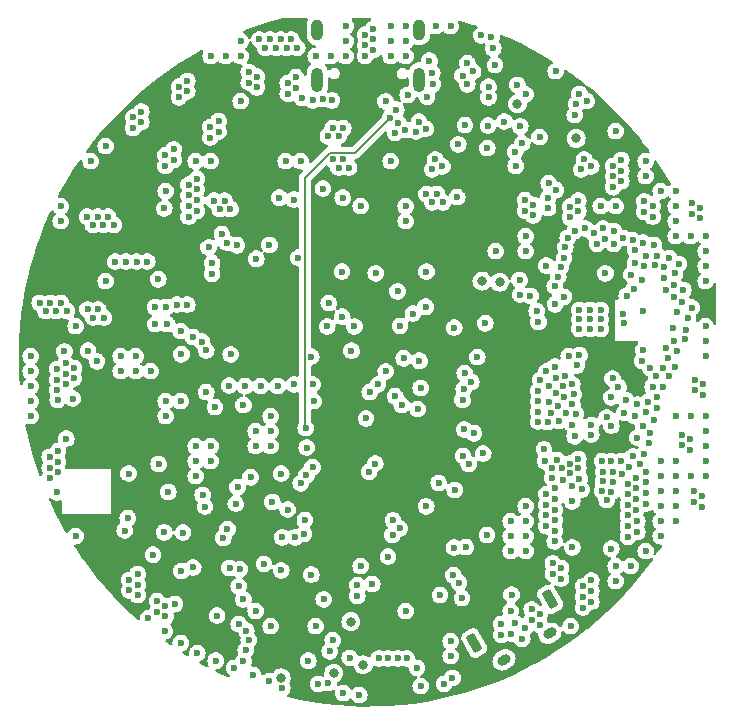
<source format=gbr>
%TF.GenerationSoftware,KiCad,Pcbnew,8.0.1*%
%TF.CreationDate,2024-09-23T16:13:28-04:00*%
%TF.ProjectId,stm32h7,73746d33-3268-4372-9e6b-696361645f70,rev?*%
%TF.SameCoordinates,Original*%
%TF.FileFunction,Copper,L3,Inr*%
%TF.FilePolarity,Positive*%
%FSLAX46Y46*%
G04 Gerber Fmt 4.6, Leading zero omitted, Abs format (unit mm)*
G04 Created by KiCad (PCBNEW 8.0.1) date 2024-09-23 16:13:28*
%MOMM*%
%LPD*%
G01*
G04 APERTURE LIST*
G04 Aperture macros list*
%AMRoundRect*
0 Rectangle with rounded corners*
0 $1 Rounding radius*
0 $2 $3 $4 $5 $6 $7 $8 $9 X,Y pos of 4 corners*
0 Add a 4 corners polygon primitive as box body*
4,1,4,$2,$3,$4,$5,$6,$7,$8,$9,$2,$3,0*
0 Add four circle primitives for the rounded corners*
1,1,$1+$1,$2,$3*
1,1,$1+$1,$4,$5*
1,1,$1+$1,$6,$7*
1,1,$1+$1,$8,$9*
0 Add four rect primitives between the rounded corners*
20,1,$1+$1,$2,$3,$4,$5,0*
20,1,$1+$1,$4,$5,$6,$7,0*
20,1,$1+$1,$6,$7,$8,$9,0*
20,1,$1+$1,$8,$9,$2,$3,0*%
%AMHorizOval*
0 Thick line with rounded ends*
0 $1 width*
0 $2 $3 position (X,Y) of the first rounded end (center of the circle)*
0 $4 $5 position (X,Y) of the second rounded end (center of the circle)*
0 Add line between two ends*
20,1,$1,$2,$3,$4,$5,0*
0 Add two circle primitives to create the rounded ends*
1,1,$1,$2,$3*
1,1,$1,$4,$5*%
G04 Aperture macros list end*
%TA.AperFunction,ComponentPad*%
%ADD10HorizOval,0.800000X0.173205X0.100000X-0.173205X-0.100000X0*%
%TD*%
%TA.AperFunction,ComponentPad*%
%ADD11RoundRect,0.131234X0.101625X-0.713551X0.567141X-0.444785X-0.101625X0.713551X-0.567141X0.444785X0*%
%TD*%
%TA.AperFunction,ComponentPad*%
%ADD12O,1.000000X2.100000*%
%TD*%
%TA.AperFunction,ComponentPad*%
%ADD13O,1.000000X1.800000*%
%TD*%
%TA.AperFunction,ViaPad*%
%ADD14C,0.600000*%
%TD*%
%TA.AperFunction,ViaPad*%
%ADD15C,1.000000*%
%TD*%
%TA.AperFunction,ViaPad*%
%ADD16C,0.800000*%
%TD*%
%TA.AperFunction,Conductor*%
%ADD17C,0.200000*%
%TD*%
G04 APERTURE END LIST*
D10*
%TO.N,BTN*%
%TO.C,SW1*%
X141509397Y-97626403D03*
%TO.N,VCC*%
X145397851Y-95381403D03*
D11*
%TO.N,N/C*%
X145417248Y-92495000D03*
X139000000Y-96200000D03*
%TD*%
D12*
%TO.N,unconnected-(J1-SHIELD-PadS1)_1*%
%TO.C,J1*%
X134345000Y-48490000D03*
D13*
%TO.N,unconnected-(J1-SHIELD-PadS1)_2*%
X134345000Y-44290000D03*
D12*
%TO.N,unconnected-(J1-SHIELD-PadS1)*%
X125705000Y-48490000D03*
D13*
%TO.N,unconnected-(J1-SHIELD-PadS1)_0*%
X125705000Y-44290000D03*
%TD*%
D14*
%TO.N,GND*%
X119125000Y-89950000D03*
X118276409Y-89848591D03*
X114325000Y-86850000D03*
X112750000Y-86825000D03*
X111800000Y-88725000D03*
X134925000Y-84625000D03*
X104450000Y-78900000D03*
X120055251Y-82163282D03*
X119450000Y-76050000D03*
X124800000Y-79650000D03*
%TO.N,LCD_G2*%
X122750000Y-87250000D03*
%TO.N,+3V3*%
X134365000Y-90185000D03*
X151500000Y-70900000D03*
X148000000Y-63100000D03*
X102900000Y-72000000D03*
X127600000Y-61350000D03*
X121650000Y-59750000D03*
X106590796Y-86549452D03*
X144600000Y-78700000D03*
X133000000Y-83900000D03*
X103595000Y-77200000D03*
X148000000Y-62300000D03*
X126450000Y-89400000D03*
D15*
X143550000Y-47000000D03*
X142780000Y-46080000D03*
D14*
X122300000Y-54100000D03*
X134358012Y-79962744D03*
X107500000Y-78850000D03*
X108450000Y-88200000D03*
X137450000Y-64400000D03*
X102050000Y-69800000D03*
X141000000Y-91300000D03*
X114200000Y-52300000D03*
X148000000Y-64000000D03*
X112650000Y-89900000D03*
X112050000Y-71750000D03*
X126275000Y-71775000D03*
X116800000Y-66100000D03*
%TO.N,GPS_TXD*%
X118025000Y-62300000D03*
X114200000Y-71750000D03*
%TO.N,GPS_RXD*%
X117625000Y-61575000D03*
X114143367Y-69793367D03*
D16*
%TO.N,VCC*%
X142650000Y-50550000D03*
X147625000Y-53475000D03*
D14*
X134150000Y-98300000D03*
%TO.N,VBUS*%
X131850000Y-51725000D03*
X124725000Y-78000000D03*
%TO.N,Net-(J1-CC1)*%
X131486091Y-50336091D03*
X132400000Y-51050000D03*
%TO.N,Net-(U6-XTB)*%
X151600000Y-68300000D03*
X153300000Y-68100000D03*
%TO.N,Net-(U6-XTA)*%
X155800000Y-69500000D03*
X151700000Y-69141158D03*
%TO.N,Net-(U4-PROG)*%
X140100000Y-54300000D03*
X138200000Y-52350000D03*
%TO.N,ANT_SW_CTRL*%
X146600000Y-66900000D03*
X152800000Y-78800000D03*
%TO.N,LCD_RST*%
X134950000Y-64750000D03*
X118100000Y-86550000D03*
%TO.N,LoRa_BUSY*%
X132110071Y-85813654D03*
X143750000Y-66800000D03*
%TO.N,LoRa_NSS*%
X127811091Y-68561091D03*
X139925000Y-69125000D03*
%TO.N,LCD_B3*%
X118950000Y-83000000D03*
X132300000Y-75300000D03*
%TO.N,SCK*%
X118250000Y-74400000D03*
X133793046Y-68306955D03*
%TO.N,LCD_CS*%
X125200000Y-71950000D03*
X134875000Y-67725000D03*
X129820978Y-77186091D03*
X125306921Y-74300000D03*
%TO.N,LCD_HSYNC*%
X130834887Y-74300000D03*
X124790000Y-81990000D03*
%TO.N,LCD_R1*%
X119450000Y-92500000D03*
X139750000Y-80151370D03*
%TO.N,LoRa_RST*%
X144275000Y-68102818D03*
X132075000Y-87050000D03*
%TO.N,LCD_B2*%
X124575000Y-86950000D03*
X138000000Y-75600000D03*
%TO.N,LCD_G3*%
X126250000Y-92500000D03*
X138188909Y-73361091D03*
%TO.N,LCD_R4*%
X138525000Y-81025000D03*
X119050000Y-91400000D03*
%TO.N,LCD_B1*%
X131500000Y-73200000D03*
X139250000Y-72000000D03*
%TO.N,LCD_G0*%
X132850000Y-76050000D03*
X123200000Y-84900000D03*
%TO.N,LCD_VSYNC*%
X130150000Y-74950000D03*
X116000000Y-83650000D03*
%TO.N,LoRa_DIO1*%
X132687020Y-86500000D03*
X145825000Y-67525000D03*
%TO.N,LCD_G4*%
X130100000Y-81700000D03*
X138750000Y-74100000D03*
%TO.N,LCD_R3*%
X138138909Y-78111091D03*
X113086091Y-83413909D03*
%TO.N,LCD_G1*%
X134188909Y-76388909D03*
X124650000Y-85800000D03*
%TO.N,LCD_B5*%
X134350000Y-72300000D03*
X115200000Y-70300000D03*
%TO.N,LCD_DE*%
X121200000Y-89500000D03*
X137300000Y-69500000D03*
%TO.N,LCD_R5*%
X122650000Y-90050000D03*
X138049210Y-80350790D03*
%TO.N,LCD_B4*%
X115937500Y-70687500D03*
X133011091Y-72088909D03*
%TO.N,Net-(J5-Pin_29)*%
X137336091Y-83236091D03*
X131684922Y-88884922D03*
%TO.N,LCD_G5*%
X138100000Y-74700000D03*
X120900000Y-74450000D03*
%TO.N,LCD_G2*%
X134450000Y-74600000D03*
%TO.N,LCD_R2*%
X114200000Y-90100000D03*
X138961396Y-78438604D03*
%TO.N,SDA*%
X145100000Y-64250000D03*
X137950000Y-92400000D03*
X138275000Y-88075000D03*
%TO.N,SCL*%
X137266942Y-88116942D03*
X142825000Y-65450000D03*
X137225000Y-90450000D03*
%TO.N,MISO*%
X142900000Y-66700000D03*
X118375000Y-71762500D03*
X144425000Y-69025000D03*
%TO.N,MOSI*%
X132700000Y-69350000D03*
X115200000Y-89800000D03*
%TO.N,/Accel & Magnetometer/CS_MAG*%
X137700000Y-91100000D03*
X136100000Y-92150000D03*
%TO.N,GND*%
X143050000Y-95850000D03*
X107780000Y-54130000D03*
X152600000Y-77000000D03*
X128100000Y-45240000D03*
X158580000Y-79530000D03*
X114700000Y-67550000D03*
X145900000Y-75000000D03*
X130450000Y-45100000D03*
X146500000Y-82400000D03*
X144400000Y-76650000D03*
X107650000Y-68650000D03*
X121700000Y-45100000D03*
X143300000Y-59600000D03*
X109500000Y-63900000D03*
X104400000Y-73400000D03*
X103100000Y-67400000D03*
X154100000Y-59200000D03*
X112850000Y-55800000D03*
X152400000Y-62100000D03*
X151800000Y-75600000D03*
X110100000Y-51700000D03*
X109050000Y-73180000D03*
X120250000Y-98900000D03*
X148300000Y-55250000D03*
X138400000Y-48900000D03*
X152800000Y-86800000D03*
X155000000Y-72900000D03*
X120800000Y-45100000D03*
X152800000Y-76000000D03*
X126950000Y-50250000D03*
X144000000Y-60000000D03*
X131910000Y-45240000D03*
X149900000Y-61100000D03*
X153500000Y-56670000D03*
X136990000Y-43970000D03*
X116670000Y-55400000D03*
X157600000Y-84250000D03*
X121750000Y-78260000D03*
X104500000Y-68100000D03*
X144550000Y-94650000D03*
X118800000Y-84400000D03*
X154770000Y-82070000D03*
X147100000Y-81000000D03*
X157310000Y-61750000D03*
X135500000Y-48900000D03*
X112800000Y-95200000D03*
X147650000Y-50550000D03*
X157600000Y-83350000D03*
X123900000Y-48300000D03*
X147900000Y-71800000D03*
X158580000Y-61750000D03*
X152800000Y-85900000D03*
X132550000Y-52150000D03*
X157300000Y-78950000D03*
X147600000Y-76800000D03*
X149900000Y-82500000D03*
X149700000Y-68800000D03*
X147150000Y-94770000D03*
X119210000Y-50320000D03*
X143350000Y-49750000D03*
X103700000Y-73900000D03*
X133180000Y-60480000D03*
X151450000Y-57100000D03*
X122500000Y-58500000D03*
X145800000Y-84000000D03*
X104000000Y-67400000D03*
X156040000Y-84610000D03*
X126600000Y-53300000D03*
X153400000Y-59700000D03*
X145900000Y-57850000D03*
X152000000Y-87200000D03*
X128400000Y-55950000D03*
X145100000Y-83600000D03*
X154100000Y-60100000D03*
X158580000Y-76990000D03*
X116800000Y-64050000D03*
X158580000Y-82070000D03*
X127000000Y-52600000D03*
X127850000Y-58500000D03*
X135450000Y-58900000D03*
X117350000Y-52900000D03*
X144550000Y-93750000D03*
X151450000Y-55300000D03*
X133180000Y-46510000D03*
X149400000Y-62400000D03*
X124290000Y-55400000D03*
X127500000Y-55950000D03*
X146350000Y-90750000D03*
X158580000Y-70640000D03*
X143050000Y-53900000D03*
X103970000Y-59210000D03*
X145250000Y-59370000D03*
X131910000Y-55400000D03*
X155200000Y-71200000D03*
X115500000Y-58700000D03*
X147800000Y-58750000D03*
X153500000Y-55400000D03*
X143850000Y-94250000D03*
X129750000Y-45600000D03*
X145500000Y-76700000D03*
X117450000Y-59450000D03*
X148100000Y-83200000D03*
X140200000Y-50000000D03*
X116650000Y-53400000D03*
X123900000Y-49200000D03*
X151400000Y-80800000D03*
X142900000Y-52450000D03*
X154770000Y-85880000D03*
X158580000Y-80800000D03*
X153300000Y-62300000D03*
X146700000Y-73600000D03*
X110500000Y-90350000D03*
X142450000Y-94500000D03*
X148800000Y-68000000D03*
X123700000Y-58650000D03*
X112150000Y-93550000D03*
X145290000Y-57270000D03*
X127000000Y-95950000D03*
X135700000Y-55250000D03*
X142150000Y-92100000D03*
X150750000Y-56700000D03*
X113650000Y-92900000D03*
X108600000Y-63900000D03*
X109800000Y-91750000D03*
X129100000Y-92200000D03*
X142650000Y-48950000D03*
X147274997Y-82900000D03*
X137150000Y-99150000D03*
X153200000Y-72300000D03*
X144000000Y-59100000D03*
X112000000Y-69200000D03*
X123100000Y-45800000D03*
X123020000Y-55400000D03*
X130350000Y-91200000D03*
X158580000Y-69370000D03*
X125200000Y-90410000D03*
X147300000Y-88100000D03*
X133180000Y-43970000D03*
X114800000Y-58300000D03*
X135850000Y-58200000D03*
X147800000Y-80600000D03*
X134050000Y-52900000D03*
X158580000Y-65560000D03*
X119700000Y-95150000D03*
X142100000Y-95400000D03*
X146800000Y-76700000D03*
X144400000Y-75750000D03*
X114800000Y-60100000D03*
X131910000Y-46510000D03*
X150960000Y-59210000D03*
X153000000Y-81000000D03*
X119050000Y-94600000D03*
X152400000Y-80400000D03*
X151500000Y-81900000D03*
X156600000Y-67300000D03*
X141550000Y-52050000D03*
X158350000Y-75200000D03*
X144400000Y-74850000D03*
X158580000Y-64290000D03*
X127800000Y-64750000D03*
X127900000Y-52600000D03*
X117940000Y-46510000D03*
X152000000Y-86300000D03*
X107150000Y-67950000D03*
X129750000Y-46500000D03*
X135720000Y-43970000D03*
X140200000Y-49100000D03*
X115400000Y-55400000D03*
X156600000Y-79450000D03*
X136350000Y-58900000D03*
X121750000Y-79530000D03*
X148900000Y-77750000D03*
X150700000Y-81700000D03*
X154300000Y-64200000D03*
X120600000Y-49150000D03*
X136990000Y-96040000D03*
X145100000Y-84500000D03*
X113550000Y-55300000D03*
X145650000Y-89450000D03*
X143340000Y-88420000D03*
X149700000Y-68000000D03*
X120542112Y-63664552D03*
X114700000Y-48600000D03*
X146100000Y-65200000D03*
X116670000Y-79530000D03*
X110500000Y-92150000D03*
X152700000Y-83100000D03*
X143340000Y-61750000D03*
X112860000Y-57940000D03*
X145600000Y-81400000D03*
X156040000Y-82070000D03*
X116950000Y-58750000D03*
X153700000Y-75800000D03*
X147000000Y-71900000D03*
X134300000Y-52050000D03*
X129750000Y-44700000D03*
X158300000Y-84650000D03*
X153500000Y-82600000D03*
X153400000Y-64300000D03*
X139600000Y-44750000D03*
X151600000Y-61900000D03*
X108500000Y-60800000D03*
X125300000Y-81300000D03*
X150200000Y-84100000D03*
X112850000Y-54900000D03*
X101430000Y-76990000D03*
X140800000Y-63020000D03*
X112860000Y-76990000D03*
X143300000Y-94900000D03*
X135980000Y-82640000D03*
X147900000Y-69600000D03*
X143340000Y-63020000D03*
X114800000Y-59200000D03*
X112150000Y-92650000D03*
X106510000Y-55400000D03*
X126750000Y-96900000D03*
X153400000Y-58800000D03*
X115500000Y-56900000D03*
X120480000Y-78260000D03*
X132300000Y-53000000D03*
X146400000Y-81400000D03*
X130450000Y-46000000D03*
X148800000Y-68800000D03*
X150800000Y-61300000D03*
X156200000Y-68200000D03*
X101430000Y-73180000D03*
X128450000Y-97450000D03*
X116500000Y-62700000D03*
X151900000Y-66800000D03*
X110500000Y-91250000D03*
X131700000Y-97500000D03*
X115400000Y-79530000D03*
X158580000Y-71910000D03*
X150600000Y-80800000D03*
X110800000Y-51200000D03*
X154200000Y-62500000D03*
X138400000Y-47100000D03*
X145250000Y-58500000D03*
X147900000Y-82300000D03*
X118650000Y-98300000D03*
X128100000Y-46510000D03*
X128100000Y-43970000D03*
X145800000Y-85800000D03*
X123200000Y-48800000D03*
X145100000Y-85400000D03*
X154770000Y-87150000D03*
X143850000Y-93350000D03*
X145100000Y-73200000D03*
X141300000Y-95500000D03*
X156040000Y-85880000D03*
X112850000Y-93050000D03*
X145800000Y-84900000D03*
X124400000Y-50050000D03*
X147300000Y-84200000D03*
X123200000Y-49700000D03*
X154770000Y-80800000D03*
X153500000Y-63400000D03*
X152000000Y-84500000D03*
X133150000Y-52750000D03*
X117350000Y-52000000D03*
X114800000Y-57400000D03*
X154770000Y-57940000D03*
X147300000Y-77700000D03*
X115500000Y-57800000D03*
X128850000Y-69400000D03*
X157310000Y-82070000D03*
X143340000Y-85880000D03*
X153500000Y-84400000D03*
X142070000Y-93500000D03*
X124950000Y-97700000D03*
X158580000Y-78260000D03*
X149700000Y-69600000D03*
X106200000Y-60100000D03*
X107780000Y-65560000D03*
X120480000Y-93500000D03*
X143300000Y-58700000D03*
X147500000Y-61300000D03*
X148900000Y-91800000D03*
X138900000Y-47800000D03*
X146600000Y-63600000D03*
X129250000Y-100600000D03*
X146200000Y-77400000D03*
X157300000Y-79850000D03*
X150200000Y-77100000D03*
X116800000Y-64950000D03*
X103750000Y-80850000D03*
X155900000Y-70600000D03*
X149100000Y-61500000D03*
X153900000Y-72900000D03*
X129370000Y-89690000D03*
X150750000Y-57600000D03*
X133180000Y-59210000D03*
X152300000Y-65000000D03*
X132500000Y-97500000D03*
X121750000Y-76990000D03*
X146000000Y-80700000D03*
X146350000Y-89850000D03*
X142070000Y-87150000D03*
X150700000Y-82600000D03*
X122750000Y-100000000D03*
X157650000Y-73900000D03*
X110400000Y-63900000D03*
X116670000Y-80800000D03*
X145300000Y-75800000D03*
X147300000Y-76000000D03*
X153300000Y-77800000D03*
X152000000Y-82700000D03*
X156040000Y-61750000D03*
X140600000Y-45850000D03*
X152700000Y-82200000D03*
X142450000Y-54600000D03*
X154400000Y-73600000D03*
X101430000Y-71910000D03*
X145100000Y-86300000D03*
X152000000Y-83600000D03*
X153200000Y-65500000D03*
X150960000Y-90960000D03*
X103050000Y-81350000D03*
X115550000Y-97050000D03*
X116670000Y-46510000D03*
X136300000Y-55850000D03*
X110320000Y-71910000D03*
X144600000Y-73900000D03*
X130650000Y-64900000D03*
X145000000Y-80800000D03*
X157400000Y-58950000D03*
X157650000Y-74800000D03*
X147100000Y-59250000D03*
X153800000Y-79300000D03*
X148800000Y-69600000D03*
X148200000Y-93200000D03*
X155900000Y-65900000D03*
X147500000Y-78700000D03*
X103700000Y-83450000D03*
X106750000Y-68650000D03*
X113800000Y-67550000D03*
X145800000Y-66000000D03*
X148900000Y-92700000D03*
X106250000Y-67950000D03*
X147900000Y-49700000D03*
X109800000Y-90850000D03*
X119650000Y-96800000D03*
X155500000Y-63600000D03*
X151450000Y-56200000D03*
X118350000Y-59450000D03*
X103750000Y-81750000D03*
X156000000Y-64900000D03*
X103050000Y-80450000D03*
X114000000Y-50000000D03*
X145200000Y-77500000D03*
X113550000Y-54400000D03*
X127900000Y-100450000D03*
X147100000Y-81800000D03*
X135000000Y-49950000D03*
X121900000Y-84250000D03*
X145800000Y-86700000D03*
X154770000Y-84610000D03*
X134450000Y-99850000D03*
X103750000Y-79950000D03*
X150750000Y-55800000D03*
X148900000Y-90900000D03*
X152230000Y-89690000D03*
X142500000Y-55800000D03*
X145600000Y-82200000D03*
X157100000Y-68700000D03*
X155500000Y-73600000D03*
X141250000Y-94600000D03*
X149800000Y-80800000D03*
X125560000Y-46510000D03*
X156040000Y-60480000D03*
X156000000Y-72800000D03*
X111300000Y-63900000D03*
X121650000Y-62500000D03*
X112000000Y-67750000D03*
X130900000Y-97500000D03*
X119210000Y-45240000D03*
X155100000Y-65300000D03*
X138000000Y-48150000D03*
X114150000Y-96200000D03*
X152600000Y-64000000D03*
X153400000Y-80200000D03*
X156600000Y-78550000D03*
X158350000Y-74300000D03*
X119210000Y-46510000D03*
X136990000Y-97310000D03*
X122200000Y-45800000D03*
X157310000Y-76990000D03*
X119450000Y-97750000D03*
X134900000Y-52650000D03*
X115400000Y-80800000D03*
X128600000Y-71450000D03*
X153300000Y-71400000D03*
X133180000Y-93500000D03*
X143340000Y-87150000D03*
X146300000Y-64400000D03*
X103970000Y-60480000D03*
X153500000Y-81700000D03*
X153900000Y-78400000D03*
X145800000Y-83100000D03*
X154500000Y-76300000D03*
X129370000Y-59210000D03*
X101430000Y-75720000D03*
X112850000Y-93950000D03*
X152100000Y-81300000D03*
X147300000Y-74300000D03*
X156700000Y-66300000D03*
X148500000Y-50300000D03*
X155100000Y-64400000D03*
X107600000Y-60800000D03*
X148050000Y-56100000D03*
X158580000Y-63020000D03*
X146100000Y-76100000D03*
X136450000Y-99650000D03*
X126830000Y-46510000D03*
X148900000Y-78550000D03*
X145800000Y-87600000D03*
X103050000Y-82250000D03*
X135450000Y-47950000D03*
X155400000Y-72100000D03*
X150100000Y-64900000D03*
X103700000Y-74800000D03*
X149900000Y-81700000D03*
X119900000Y-95950000D03*
X156900000Y-69700000D03*
X153500000Y-76600000D03*
X147700000Y-72700000D03*
X121300000Y-45800000D03*
X111400000Y-94100000D03*
X153500000Y-83500000D03*
X150600000Y-83400000D03*
X105100000Y-73800000D03*
X154500000Y-75400000D03*
X145800000Y-72800000D03*
X150800000Y-62400000D03*
X119900000Y-48750000D03*
X126150000Y-50150000D03*
X156040000Y-76990000D03*
X117850000Y-58750000D03*
X113000000Y-69200000D03*
X145880000Y-47780000D03*
X152700000Y-84900000D03*
X145650000Y-90350000D03*
X157400000Y-67800000D03*
X151200000Y-74500000D03*
X140150000Y-52400000D03*
X150960000Y-89690000D03*
X122600000Y-45100000D03*
X111590000Y-73180000D03*
X129100000Y-91300000D03*
X143340000Y-84610000D03*
X102200000Y-67400000D03*
X157400000Y-59850000D03*
X123500000Y-45100000D03*
X152500000Y-66200000D03*
X110800000Y-52100000D03*
X124000000Y-45800000D03*
X125560000Y-94770000D03*
X120480000Y-79530000D03*
X146600000Y-75400000D03*
X158100000Y-60250000D03*
X133300000Y-97500000D03*
X156040000Y-59210000D03*
X142070000Y-85880000D03*
X140450000Y-44900000D03*
X120600000Y-48250000D03*
X152600000Y-62900000D03*
X151700000Y-76700000D03*
X148400000Y-61100000D03*
X109050000Y-71910000D03*
X153500000Y-88420000D03*
X149800000Y-83300000D03*
X108000000Y-60100000D03*
X133350000Y-49800000D03*
X149690000Y-59210000D03*
X152700000Y-84000000D03*
X155000000Y-74500000D03*
X146700000Y-62700000D03*
X150600000Y-77800000D03*
X147800000Y-81400000D03*
X158300000Y-83750000D03*
X156300000Y-64100000D03*
X134950000Y-58200000D03*
X154500000Y-63400000D03*
X156040000Y-80800000D03*
X154770000Y-83340000D03*
X156200000Y-71500000D03*
X105100000Y-72900000D03*
X104400000Y-74300000D03*
X110100000Y-52600000D03*
X155900000Y-66900000D03*
X125800000Y-99650000D03*
X121650000Y-99400000D03*
X144900000Y-79800000D03*
X156040000Y-83340000D03*
X127900000Y-55250000D03*
X148200000Y-92300000D03*
X146500000Y-74400000D03*
X148900000Y-55850000D03*
X150600000Y-75400000D03*
X147400000Y-75100000D03*
X112900000Y-67750000D03*
X150700000Y-73800000D03*
X144400000Y-77450000D03*
X114700000Y-49500000D03*
X146900000Y-61900000D03*
X147100000Y-60150000D03*
X145300000Y-74400000D03*
X126650000Y-99600000D03*
X114130000Y-75720000D03*
X119900000Y-47850000D03*
X114000000Y-49100000D03*
X127000000Y-55250000D03*
X147800000Y-59650000D03*
X126550000Y-69400000D03*
X135450000Y-56100000D03*
X117100000Y-97700000D03*
X106700000Y-60800000D03*
X115400000Y-82070000D03*
X155200000Y-66300000D03*
X115500000Y-59600000D03*
X158100000Y-59350000D03*
X112860000Y-75720000D03*
X148200000Y-91400000D03*
X103600000Y-68100000D03*
X150100000Y-62000000D03*
X105240000Y-87150000D03*
X135200000Y-46900000D03*
X147900000Y-68000000D03*
X133180000Y-45240000D03*
X103700000Y-73000000D03*
X101430000Y-74450000D03*
X156800000Y-70500000D03*
X116650000Y-52500000D03*
X147900000Y-68800000D03*
X131910000Y-43970000D03*
X130450000Y-44200000D03*
X142070000Y-88420000D03*
X105240000Y-69370000D03*
X145900000Y-73800000D03*
X150960000Y-52860000D03*
X104400000Y-72500000D03*
X154100000Y-74500000D03*
X154200000Y-77300000D03*
X125300000Y-50250000D03*
X127500000Y-53300000D03*
X110320000Y-73180000D03*
X156040000Y-57940000D03*
X122650000Y-81850000D03*
X121750000Y-94770000D03*
X107100000Y-60100000D03*
X102700000Y-68100000D03*
X150600000Y-88200000D03*
X152000000Y-85400000D03*
%TO.N,Net-(C1-Pad2)*%
X125391752Y-75725414D03*
X123800000Y-87250000D03*
%TO.N,NRST*%
X112275688Y-81025333D03*
X117050000Y-76225000D03*
X119600000Y-74450000D03*
X126675000Y-67416501D03*
%TO.N,Net-(U1-BOOT0)*%
X124100000Y-63575000D03*
X116300000Y-71425000D03*
%TO.N,QSPI_CLK*%
X106300000Y-71450000D03*
X117750000Y-87300000D03*
%TO.N,QSPI_NCS*%
X116300000Y-74950000D03*
X103725000Y-75600000D03*
%TO.N,QSPI_D0*%
X116200000Y-84650000D03*
X107050000Y-72350000D03*
%TO.N,QSPI_D1*%
X105000000Y-75500000D03*
X123750000Y-74300000D03*
%TO.N,QSPI_D3*%
X109662500Y-85637500D03*
X104300000Y-71500000D03*
%TO.N,FG_NALERT*%
X144525000Y-53375000D03*
X126175000Y-57725000D03*
%TO.N,Net-(J6-Pin_2)*%
X117225000Y-93875000D03*
X109400000Y-86675000D03*
%TO.N,BTN*%
X132500000Y-66425000D03*
X140076409Y-87051409D03*
X130612705Y-81000000D03*
X122350000Y-74450000D03*
X124300000Y-82675000D03*
%TO.N,Net-(ATGM336H1-GND)*%
X118900000Y-62522182D03*
X112750000Y-59400000D03*
X112250000Y-65400000D03*
%TO.N,LDO_EN*%
X137550000Y-58450000D03*
X140750000Y-47268674D03*
X137650000Y-53975000D03*
X109725000Y-81850000D03*
X147500000Y-51500000D03*
D16*
%TO.N,BL_ANODE*%
X141150000Y-65650000D03*
X129600000Y-98050000D03*
X122650000Y-99150000D03*
X127100000Y-98750000D03*
%TO.N,BL_CATHODE*%
X128550000Y-94400000D03*
X139650000Y-65550000D03*
%TD*%
D17*
%TO.N,VBUS*%
X126772182Y-54700000D02*
X128875000Y-54700000D01*
X124650000Y-77925000D02*
X124650000Y-56822182D01*
X128875000Y-54700000D02*
X131850000Y-51725000D01*
X124650000Y-56822182D02*
X126772182Y-54700000D01*
X124725000Y-78000000D02*
X124650000Y-77925000D01*
%TD*%
%TA.AperFunction,Conductor*%
%TO.N,+3V3*%
G36*
X124855944Y-43320185D02*
G01*
X124901699Y-43372989D01*
X124911643Y-43442147D01*
X124903466Y-43471952D01*
X124839106Y-43627332D01*
X124839103Y-43627341D01*
X124804500Y-43801304D01*
X124804500Y-44778695D01*
X124839103Y-44952658D01*
X124839106Y-44952667D01*
X124906983Y-45116540D01*
X124906990Y-45116553D01*
X125005535Y-45264034D01*
X125005538Y-45264038D01*
X125130961Y-45389461D01*
X125130965Y-45389464D01*
X125278446Y-45488009D01*
X125278459Y-45488016D01*
X125372970Y-45527163D01*
X125442334Y-45555894D01*
X125456740Y-45558759D01*
X125485959Y-45564572D01*
X125547870Y-45596957D01*
X125582444Y-45657673D01*
X125578704Y-45727442D01*
X125537837Y-45784114D01*
X125482072Y-45807078D01*
X125482227Y-45807705D01*
X125478054Y-45808733D01*
X125476715Y-45809285D01*
X125474944Y-45809500D01*
X125309773Y-45850210D01*
X125159150Y-45929263D01*
X125031816Y-46042072D01*
X124935182Y-46182068D01*
X124874860Y-46341125D01*
X124874859Y-46341130D01*
X124854355Y-46510000D01*
X124874859Y-46678869D01*
X124874860Y-46678874D01*
X124935182Y-46837931D01*
X125031817Y-46977930D01*
X125080733Y-47021265D01*
X125125035Y-47060513D01*
X125162162Y-47119701D01*
X125161396Y-47189567D01*
X125130491Y-47241009D01*
X125005534Y-47365965D01*
X124906990Y-47513446D01*
X124906983Y-47513459D01*
X124839106Y-47677332D01*
X124839103Y-47677341D01*
X124804500Y-47851304D01*
X124804500Y-48032886D01*
X124784815Y-48099925D01*
X124732011Y-48145680D01*
X124662853Y-48155624D01*
X124599297Y-48126599D01*
X124564558Y-48076857D01*
X124542717Y-48019266D01*
X124524818Y-47972070D01*
X124522608Y-47968869D01*
X124480179Y-47907400D01*
X124428183Y-47832071D01*
X124320419Y-47736601D01*
X124300849Y-47719263D01*
X124150226Y-47640210D01*
X123985056Y-47599500D01*
X123814944Y-47599500D01*
X123649773Y-47640210D01*
X123499150Y-47719263D01*
X123371816Y-47832072D01*
X123275182Y-47972068D01*
X123275181Y-47972071D01*
X123271746Y-47981130D01*
X123257285Y-48019263D01*
X123257206Y-48019470D01*
X123215029Y-48075173D01*
X123149432Y-48099231D01*
X123141264Y-48099500D01*
X123114944Y-48099500D01*
X122949773Y-48140210D01*
X122799150Y-48219263D01*
X122671816Y-48332072D01*
X122575182Y-48472068D01*
X122514860Y-48631125D01*
X122514859Y-48631130D01*
X122494355Y-48800000D01*
X122514859Y-48968869D01*
X122514860Y-48968874D01*
X122575182Y-49127931D01*
X122575185Y-49127936D01*
X122610819Y-49179561D01*
X122632702Y-49245915D01*
X122615236Y-49313567D01*
X122610819Y-49320439D01*
X122575185Y-49372063D01*
X122575182Y-49372068D01*
X122514860Y-49531125D01*
X122514859Y-49531130D01*
X122494355Y-49700000D01*
X122514859Y-49868869D01*
X122514860Y-49868874D01*
X122575182Y-50027931D01*
X122612553Y-50082071D01*
X122671817Y-50167929D01*
X122777505Y-50261560D01*
X122799150Y-50280736D01*
X122930169Y-50349500D01*
X122949775Y-50359790D01*
X123114944Y-50400500D01*
X123285056Y-50400500D01*
X123450225Y-50359790D01*
X123591566Y-50285607D01*
X123660073Y-50271882D01*
X123725126Y-50297374D01*
X123765132Y-50351431D01*
X123772457Y-50370745D01*
X123775183Y-50377932D01*
X123803440Y-50418869D01*
X123871817Y-50517929D01*
X123942712Y-50580736D01*
X123999150Y-50630736D01*
X124132890Y-50700928D01*
X124149775Y-50709790D01*
X124314944Y-50750500D01*
X124485056Y-50750500D01*
X124650225Y-50709790D01*
X124650227Y-50709789D01*
X124657237Y-50707131D01*
X124658276Y-50709872D01*
X124713486Y-50698789D01*
X124778549Y-50724257D01*
X124784878Y-50729500D01*
X124892963Y-50825255D01*
X124899147Y-50830733D01*
X124899149Y-50830735D01*
X125030211Y-50899522D01*
X125049775Y-50909790D01*
X125214944Y-50950500D01*
X125385056Y-50950500D01*
X125550225Y-50909790D01*
X125629692Y-50868081D01*
X125700849Y-50830736D01*
X125700850Y-50830734D01*
X125700852Y-50830734D01*
X125725637Y-50808775D01*
X125788865Y-50779055D01*
X125858129Y-50788236D01*
X125865475Y-50791787D01*
X125899775Y-50809790D01*
X126064944Y-50850500D01*
X126235056Y-50850500D01*
X126400225Y-50809790D01*
X126403106Y-50808277D01*
X126405455Y-50807806D01*
X126407237Y-50807131D01*
X126407349Y-50807427D01*
X126471611Y-50794549D01*
X126536666Y-50820036D01*
X126542955Y-50825248D01*
X126549148Y-50830734D01*
X126549150Y-50830735D01*
X126645168Y-50881130D01*
X126699775Y-50909790D01*
X126864944Y-50950500D01*
X127035056Y-50950500D01*
X127200225Y-50909790D01*
X127279692Y-50868081D01*
X127350849Y-50830736D01*
X127350850Y-50830734D01*
X127350852Y-50830734D01*
X127478183Y-50717929D01*
X127574818Y-50577930D01*
X127635140Y-50418872D01*
X127655645Y-50250000D01*
X127635140Y-50081128D01*
X127574818Y-49922070D01*
X127573516Y-49920184D01*
X127537608Y-49868162D01*
X127478183Y-49782071D01*
X127354013Y-49672066D01*
X127350849Y-49669263D01*
X127200226Y-49590210D01*
X127035056Y-49549500D01*
X126864944Y-49549500D01*
X126699773Y-49590210D01*
X126699771Y-49590211D01*
X126696877Y-49591730D01*
X126694525Y-49592200D01*
X126692764Y-49592869D01*
X126692652Y-49592575D01*
X126628367Y-49605448D01*
X126563316Y-49579950D01*
X126557032Y-49574741D01*
X126550884Y-49569294D01*
X126513759Y-49510103D01*
X126514529Y-49440238D01*
X126518553Y-49429029D01*
X126519008Y-49427931D01*
X126570894Y-49302666D01*
X126574991Y-49282072D01*
X126605499Y-49128695D01*
X126605500Y-49128693D01*
X126605500Y-48412321D01*
X126625185Y-48345282D01*
X126677989Y-48299527D01*
X126747147Y-48289583D01*
X126810703Y-48318608D01*
X126817181Y-48324640D01*
X126843036Y-48350495D01*
X126951464Y-48413095D01*
X127072399Y-48445500D01*
X127072401Y-48445500D01*
X127197599Y-48445500D01*
X127197601Y-48445500D01*
X127318536Y-48413095D01*
X127426964Y-48350495D01*
X127515495Y-48261964D01*
X127578095Y-48153536D01*
X127610500Y-48032601D01*
X127610500Y-47907399D01*
X127578095Y-47786464D01*
X127515495Y-47678036D01*
X127426964Y-47589505D01*
X127318536Y-47526905D01*
X127318537Y-47526905D01*
X127278224Y-47516103D01*
X127197601Y-47494500D01*
X127072399Y-47494500D01*
X126991775Y-47516103D01*
X126951463Y-47526905D01*
X126843037Y-47589503D01*
X126756102Y-47676439D01*
X126694778Y-47709923D01*
X126625087Y-47704939D01*
X126569153Y-47663067D01*
X126553860Y-47636209D01*
X126503016Y-47513459D01*
X126503009Y-47513446D01*
X126404464Y-47365965D01*
X126404461Y-47365961D01*
X126374065Y-47335565D01*
X126340580Y-47274242D01*
X126345564Y-47204550D01*
X126387436Y-47148617D01*
X126452900Y-47124200D01*
X126519372Y-47138088D01*
X126541116Y-47149500D01*
X126579775Y-47169790D01*
X126744944Y-47210500D01*
X126915056Y-47210500D01*
X127080225Y-47169790D01*
X127202581Y-47105572D01*
X127230849Y-47090736D01*
X127230850Y-47090734D01*
X127230852Y-47090734D01*
X127358183Y-46977929D01*
X127362950Y-46971021D01*
X127417230Y-46927033D01*
X127486678Y-46919372D01*
X127549244Y-46950473D01*
X127567046Y-46971017D01*
X127571817Y-46977929D01*
X127665034Y-47060512D01*
X127699150Y-47090736D01*
X127849773Y-47169789D01*
X127849775Y-47169790D01*
X128014944Y-47210500D01*
X128185056Y-47210500D01*
X128350225Y-47169790D01*
X128472581Y-47105572D01*
X128500849Y-47090736D01*
X128500850Y-47090734D01*
X128500852Y-47090734D01*
X128628183Y-46977929D01*
X128724818Y-46837930D01*
X128785140Y-46678872D01*
X128802511Y-46535808D01*
X128815106Y-46506543D01*
X128802071Y-46479582D01*
X128801301Y-46474227D01*
X128785140Y-46341128D01*
X128781346Y-46331125D01*
X128724817Y-46182068D01*
X128677533Y-46113567D01*
X128628183Y-46042071D01*
X128544363Y-45967813D01*
X128507238Y-45908626D01*
X128508006Y-45838761D01*
X128544363Y-45782186D01*
X128628183Y-45707929D01*
X128724818Y-45567930D01*
X128785140Y-45408872D01*
X128805645Y-45240000D01*
X128785140Y-45071128D01*
X128784284Y-45068872D01*
X128732046Y-44931130D01*
X128724818Y-44912070D01*
X128628183Y-44772071D01*
X128544363Y-44697813D01*
X128507238Y-44638626D01*
X128508006Y-44568761D01*
X128544363Y-44512186D01*
X128628183Y-44437929D01*
X128724818Y-44297930D01*
X128785140Y-44138872D01*
X128805645Y-43970000D01*
X128785140Y-43801128D01*
X128724818Y-43642070D01*
X128714651Y-43627341D01*
X128623922Y-43495898D01*
X128626412Y-43494178D01*
X128602590Y-43443515D01*
X128611761Y-43374250D01*
X128656924Y-43320939D01*
X128723740Y-43300508D01*
X128725123Y-43300500D01*
X129998961Y-43300500D01*
X129999577Y-43300502D01*
X130153788Y-43301268D01*
X130220727Y-43321285D01*
X130266219Y-43374315D01*
X130275819Y-43443522D01*
X130246478Y-43506933D01*
X130205664Y-43535291D01*
X130206416Y-43536724D01*
X130049150Y-43619263D01*
X129921816Y-43732072D01*
X129825182Y-43872068D01*
X129825181Y-43872071D01*
X129807206Y-43919470D01*
X129765029Y-43975173D01*
X129699432Y-43999231D01*
X129691264Y-43999500D01*
X129664944Y-43999500D01*
X129499773Y-44040210D01*
X129349150Y-44119263D01*
X129221816Y-44232072D01*
X129125182Y-44372068D01*
X129064860Y-44531125D01*
X129064859Y-44531130D01*
X129044355Y-44700000D01*
X129064859Y-44868869D01*
X129064860Y-44868874D01*
X129125182Y-45027931D01*
X129125185Y-45027936D01*
X129160819Y-45079561D01*
X129182702Y-45145915D01*
X129165236Y-45213567D01*
X129160819Y-45220439D01*
X129125185Y-45272063D01*
X129125182Y-45272068D01*
X129064860Y-45431125D01*
X129064859Y-45431130D01*
X129044355Y-45600000D01*
X129064859Y-45768869D01*
X129064860Y-45768874D01*
X129125182Y-45927931D01*
X129125185Y-45927936D01*
X129160819Y-45979561D01*
X129182702Y-46045915D01*
X129165236Y-46113567D01*
X129160819Y-46120439D01*
X129125185Y-46172063D01*
X129125182Y-46172068D01*
X129064860Y-46331125D01*
X129064859Y-46331131D01*
X129047488Y-46474191D01*
X129034892Y-46503456D01*
X129047928Y-46530416D01*
X129048703Y-46535808D01*
X129064859Y-46668869D01*
X129064860Y-46668874D01*
X129125182Y-46827931D01*
X129180106Y-46907501D01*
X129221817Y-46967929D01*
X129305555Y-47042114D01*
X129349150Y-47080736D01*
X129465860Y-47141990D01*
X129499775Y-47159790D01*
X129664944Y-47200500D01*
X129835056Y-47200500D01*
X130000225Y-47159790D01*
X130114518Y-47099804D01*
X130150849Y-47080736D01*
X130150850Y-47080734D01*
X130150852Y-47080734D01*
X130278183Y-46967929D01*
X130374818Y-46827930D01*
X130392794Y-46780529D01*
X130434971Y-46724827D01*
X130500568Y-46700769D01*
X130508736Y-46700500D01*
X130535056Y-46700500D01*
X130700225Y-46659790D01*
X130797217Y-46608884D01*
X130850849Y-46580736D01*
X130850850Y-46580734D01*
X130850852Y-46580734D01*
X130978183Y-46467929D01*
X130980438Y-46464660D01*
X130982708Y-46462821D01*
X130983157Y-46462315D01*
X130983241Y-46462389D01*
X131034715Y-46420669D01*
X131104163Y-46413004D01*
X131166730Y-46444103D01*
X131202552Y-46504091D01*
X131205587Y-46520149D01*
X131224859Y-46678868D01*
X131224860Y-46678874D01*
X131285182Y-46837931D01*
X131328688Y-46900959D01*
X131381817Y-46977929D01*
X131475034Y-47060512D01*
X131509150Y-47090736D01*
X131659773Y-47169789D01*
X131659775Y-47169790D01*
X131824944Y-47210500D01*
X131995056Y-47210500D01*
X132160225Y-47169790D01*
X132282581Y-47105572D01*
X132310849Y-47090736D01*
X132310850Y-47090734D01*
X132310852Y-47090734D01*
X132438183Y-46977929D01*
X132442950Y-46971021D01*
X132497230Y-46927033D01*
X132566678Y-46919372D01*
X132629244Y-46950473D01*
X132647046Y-46971017D01*
X132651817Y-46977929D01*
X132745034Y-47060512D01*
X132779150Y-47090736D01*
X132929773Y-47169789D01*
X132929775Y-47169790D01*
X133094944Y-47210500D01*
X133265056Y-47210500D01*
X133430225Y-47169790D01*
X133574810Y-47093904D01*
X133634114Y-47082022D01*
X133660062Y-47022412D01*
X133672983Y-47009113D01*
X133708183Y-46977929D01*
X133804818Y-46837930D01*
X133865140Y-46678872D01*
X133885645Y-46510000D01*
X133865140Y-46341128D01*
X133861346Y-46331125D01*
X133804817Y-46182068D01*
X133757533Y-46113567D01*
X133708183Y-46042071D01*
X133624363Y-45967813D01*
X133587238Y-45908626D01*
X133588006Y-45838761D01*
X133624363Y-45782186D01*
X133708183Y-45707929D01*
X133804818Y-45567930D01*
X133804819Y-45567926D01*
X133806936Y-45563894D01*
X133855520Y-45513680D01*
X133923538Y-45497704D01*
X133964185Y-45506955D01*
X134082334Y-45555894D01*
X134082336Y-45555894D01*
X134082341Y-45555896D01*
X134256304Y-45590499D01*
X134256307Y-45590500D01*
X134256309Y-45590500D01*
X134433693Y-45590500D01*
X134433694Y-45590499D01*
X134506431Y-45576031D01*
X134607658Y-45555896D01*
X134607661Y-45555894D01*
X134607666Y-45555894D01*
X134771547Y-45488013D01*
X134919035Y-45389464D01*
X135044464Y-45264035D01*
X135143013Y-45116547D01*
X135210894Y-44952666D01*
X135215179Y-44931128D01*
X135238522Y-44813770D01*
X135245500Y-44778691D01*
X135245500Y-44717202D01*
X135265185Y-44650163D01*
X135317989Y-44604408D01*
X135387147Y-44594464D01*
X135427125Y-44607405D01*
X135469775Y-44629790D01*
X135634944Y-44670500D01*
X135805056Y-44670500D01*
X135970225Y-44629790D01*
X136062942Y-44581128D01*
X136120849Y-44550736D01*
X136120850Y-44550734D01*
X136120852Y-44550734D01*
X136248183Y-44437929D01*
X136252950Y-44431021D01*
X136307230Y-44387033D01*
X136376678Y-44379372D01*
X136439244Y-44410473D01*
X136457046Y-44431017D01*
X136461817Y-44437929D01*
X136553628Y-44519266D01*
X136589150Y-44550736D01*
X136697126Y-44607406D01*
X136739775Y-44629790D01*
X136904944Y-44670500D01*
X137075056Y-44670500D01*
X137240225Y-44629790D01*
X137332942Y-44581128D01*
X137390849Y-44550736D01*
X137390850Y-44550734D01*
X137390852Y-44550734D01*
X137518183Y-44437929D01*
X137614818Y-44297930D01*
X137675140Y-44138872D01*
X137695645Y-43970000D01*
X137675140Y-43801128D01*
X137623658Y-43665381D01*
X137618292Y-43595720D01*
X137651440Y-43534213D01*
X137712578Y-43500392D01*
X137771568Y-43501603D01*
X138110466Y-43592035D01*
X138114578Y-43593210D01*
X138924212Y-43839746D01*
X139094421Y-43891575D01*
X139098529Y-43892904D01*
X139205637Y-43929639D01*
X139262664Y-43970007D01*
X139288814Y-44034799D01*
X139275783Y-44103443D01*
X139227710Y-44154145D01*
X139223038Y-44156727D01*
X139199148Y-44169266D01*
X139086153Y-44269371D01*
X139071816Y-44282072D01*
X138975182Y-44422068D01*
X138914860Y-44581125D01*
X138914859Y-44581130D01*
X138894355Y-44750000D01*
X138914859Y-44918869D01*
X138914860Y-44918874D01*
X138975182Y-45077931D01*
X139024929Y-45150000D01*
X139071817Y-45217929D01*
X139132922Y-45272063D01*
X139199150Y-45330736D01*
X139311047Y-45389464D01*
X139349775Y-45409790D01*
X139514944Y-45450500D01*
X139685056Y-45450500D01*
X139805644Y-45420778D01*
X139875445Y-45423847D01*
X139932507Y-45464167D01*
X139958713Y-45528936D01*
X139951260Y-45585145D01*
X139914861Y-45681122D01*
X139914859Y-45681130D01*
X139894355Y-45850000D01*
X139914859Y-46018869D01*
X139914860Y-46018874D01*
X139975182Y-46177931D01*
X140018171Y-46240210D01*
X140071817Y-46317929D01*
X140153013Y-46389862D01*
X140199150Y-46430736D01*
X140316593Y-46492375D01*
X140366806Y-46540959D01*
X140382780Y-46608979D01*
X140359445Y-46674836D01*
X140341194Y-46694986D01*
X140221818Y-46800743D01*
X140125182Y-46940742D01*
X140064860Y-47099799D01*
X140064859Y-47099804D01*
X140044355Y-47268674D01*
X140064859Y-47437543D01*
X140064860Y-47437548D01*
X140125182Y-47596605D01*
X140183523Y-47681125D01*
X140221817Y-47736603D01*
X140318290Y-47822070D01*
X140349150Y-47849410D01*
X140487592Y-47922070D01*
X140499775Y-47928464D01*
X140664944Y-47969174D01*
X140835056Y-47969174D01*
X141000225Y-47928464D01*
X141081561Y-47885775D01*
X141150849Y-47849410D01*
X141150850Y-47849408D01*
X141150852Y-47849408D01*
X141278183Y-47736603D01*
X141374818Y-47596604D01*
X141435140Y-47437546D01*
X141455645Y-47268674D01*
X141435140Y-47099802D01*
X141426674Y-47077480D01*
X141400269Y-47007853D01*
X141374818Y-46940744D01*
X141368178Y-46931125D01*
X141323513Y-46866416D01*
X141278183Y-46800745D01*
X141165333Y-46700769D01*
X141150849Y-46687937D01*
X141033406Y-46626298D01*
X140983193Y-46577713D01*
X140967219Y-46509694D01*
X140990555Y-46443836D01*
X141008799Y-46423693D01*
X141128183Y-46317929D01*
X141224818Y-46177930D01*
X141285140Y-46018872D01*
X141305645Y-45850000D01*
X141285140Y-45681128D01*
X141266178Y-45631130D01*
X141254373Y-45600000D01*
X141224818Y-45522070D01*
X141214385Y-45506956D01*
X141159837Y-45427930D01*
X141128183Y-45382071D01*
X141108546Y-45364674D01*
X141071421Y-45305485D01*
X141072189Y-45235619D01*
X141074827Y-45227903D01*
X141135140Y-45068872D01*
X141155645Y-44900000D01*
X141148981Y-44845117D01*
X141160441Y-44776194D01*
X141207345Y-44724408D01*
X141274801Y-44706201D01*
X141320366Y-44715960D01*
X141975556Y-44992998D01*
X141979496Y-44994745D01*
X142908464Y-45426259D01*
X142912297Y-45428122D01*
X143825682Y-45891714D01*
X143829498Y-45893735D01*
X144726168Y-46388829D01*
X144729873Y-46390960D01*
X145608784Y-46916978D01*
X145612467Y-46919272D01*
X145613539Y-46919966D01*
X145659118Y-46972922D01*
X145668830Y-47042114D01*
X145639593Y-47105572D01*
X145603779Y-47133853D01*
X145479149Y-47199265D01*
X145351816Y-47312072D01*
X145255182Y-47452068D01*
X145194860Y-47611125D01*
X145194859Y-47611130D01*
X145174355Y-47780000D01*
X145194859Y-47948869D01*
X145194860Y-47948874D01*
X145255182Y-48107931D01*
X145303504Y-48177936D01*
X145351817Y-48247929D01*
X145446794Y-48332071D01*
X145479150Y-48360736D01*
X145613265Y-48431125D01*
X145629775Y-48439790D01*
X145794944Y-48480500D01*
X145965056Y-48480500D01*
X146130225Y-48439790D01*
X146242746Y-48380734D01*
X146280849Y-48360736D01*
X146280850Y-48360734D01*
X146280852Y-48360734D01*
X146408183Y-48247929D01*
X146504818Y-48107930D01*
X146565140Y-47948872D01*
X146585645Y-47780000D01*
X146585644Y-47779998D01*
X146586045Y-47776703D01*
X146613667Y-47712525D01*
X146671601Y-47673468D01*
X146741454Y-47671933D01*
X146780066Y-47689936D01*
X147080581Y-47899500D01*
X147316195Y-48063805D01*
X147319693Y-48066335D01*
X147710440Y-48359554D01*
X148073599Y-48632072D01*
X148138967Y-48681124D01*
X148142364Y-48683767D01*
X148408451Y-48898317D01*
X148448282Y-48955720D01*
X148450757Y-49025546D01*
X148425991Y-49067259D01*
X148448195Y-49041057D01*
X148515014Y-49020637D01*
X148582266Y-49039582D01*
X148594211Y-49048099D01*
X148694167Y-49128695D01*
X148931969Y-49320439D01*
X148939721Y-49326689D01*
X148943028Y-49329452D01*
X149685547Y-49972068D01*
X149717523Y-49999741D01*
X149720728Y-50002614D01*
X150128493Y-50381130D01*
X150471415Y-50699455D01*
X150474528Y-50702447D01*
X150597918Y-50825255D01*
X151172443Y-51397070D01*
X151200507Y-51425001D01*
X151203507Y-51428093D01*
X151903902Y-52175490D01*
X151906768Y-52178657D01*
X152353234Y-52689630D01*
X152580719Y-52949983D01*
X152583503Y-52953283D01*
X153012926Y-53480733D01*
X153158704Y-53659790D01*
X153230190Y-53747594D01*
X153232856Y-53750988D01*
X153785877Y-54480735D01*
X153824363Y-54531519D01*
X153849165Y-54596838D01*
X153834715Y-54665198D01*
X153785602Y-54714893D01*
X153717418Y-54730147D01*
X153695861Y-54726810D01*
X153585057Y-54699500D01*
X153585056Y-54699500D01*
X153414944Y-54699500D01*
X153249773Y-54740210D01*
X153099150Y-54819263D01*
X152971816Y-54932072D01*
X152875182Y-55072068D01*
X152814860Y-55231125D01*
X152814859Y-55231130D01*
X152794355Y-55400000D01*
X152814859Y-55568869D01*
X152814860Y-55568874D01*
X152875182Y-55727931D01*
X152931398Y-55809372D01*
X152959441Y-55850000D01*
X152971818Y-55867930D01*
X153055634Y-55942185D01*
X153092761Y-56001374D01*
X153091993Y-56071240D01*
X153055634Y-56127815D01*
X152971818Y-56202069D01*
X152875182Y-56342068D01*
X152814860Y-56501125D01*
X152814859Y-56501130D01*
X152794355Y-56670000D01*
X152814859Y-56838869D01*
X152814860Y-56838874D01*
X152875182Y-56997931D01*
X152931528Y-57079561D01*
X152971817Y-57137929D01*
X153064952Y-57220439D01*
X153099150Y-57250736D01*
X153231474Y-57320185D01*
X153249775Y-57329790D01*
X153414944Y-57370500D01*
X153585056Y-57370500D01*
X153750225Y-57329790D01*
X153860204Y-57272068D01*
X153900849Y-57250736D01*
X153900850Y-57250734D01*
X153900852Y-57250734D01*
X154028183Y-57137929D01*
X154124818Y-56997930D01*
X154185140Y-56838872D01*
X154205645Y-56670000D01*
X154185140Y-56501128D01*
X154124818Y-56342070D01*
X154109077Y-56319266D01*
X154076996Y-56272789D01*
X154028183Y-56202071D01*
X153944363Y-56127813D01*
X153907238Y-56068626D01*
X153908006Y-55998761D01*
X153944363Y-55942186D01*
X154028183Y-55867929D01*
X154124818Y-55727930D01*
X154185140Y-55568872D01*
X154200975Y-55438459D01*
X154228595Y-55374284D01*
X154286529Y-55335227D01*
X154356382Y-55333692D01*
X154415976Y-55370166D01*
X154425444Y-55381999D01*
X154443887Y-55408181D01*
X154446309Y-55411749D01*
X154479778Y-55462962D01*
X155006637Y-56269135D01*
X155008936Y-56272789D01*
X155539558Y-57149954D01*
X155540845Y-57152132D01*
X155562886Y-57190306D01*
X155564090Y-57192102D01*
X155564136Y-57192182D01*
X155564137Y-57192183D01*
X155590855Y-57216094D01*
X155595843Y-57220814D01*
X155596453Y-57221424D01*
X155629938Y-57282747D01*
X155624954Y-57352439D01*
X155591000Y-57401920D01*
X155511815Y-57472072D01*
X155507049Y-57478978D01*
X155452766Y-57522968D01*
X155383317Y-57530627D01*
X155320753Y-57499523D01*
X155302951Y-57478978D01*
X155298184Y-57472072D01*
X155170849Y-57359263D01*
X155020226Y-57280210D01*
X154855056Y-57239500D01*
X154684944Y-57239500D01*
X154519773Y-57280210D01*
X154369150Y-57359263D01*
X154241816Y-57472072D01*
X154145182Y-57612068D01*
X154084860Y-57771125D01*
X154084859Y-57771130D01*
X154064355Y-57940000D01*
X154084859Y-58108869D01*
X154084861Y-58108877D01*
X154113219Y-58183651D01*
X154118586Y-58253314D01*
X154085438Y-58314820D01*
X154024299Y-58348641D01*
X153954581Y-58344039D01*
X153915050Y-58320436D01*
X153800852Y-58219266D01*
X153800850Y-58219264D01*
X153650226Y-58140210D01*
X153485056Y-58099500D01*
X153314944Y-58099500D01*
X153149773Y-58140210D01*
X152999150Y-58219263D01*
X152919068Y-58290210D01*
X152872882Y-58331128D01*
X152871816Y-58332072D01*
X152775182Y-58472068D01*
X152714860Y-58631125D01*
X152714859Y-58631130D01*
X152694355Y-58800000D01*
X152714859Y-58968869D01*
X152714860Y-58968874D01*
X152775182Y-59127931D01*
X152775185Y-59127936D01*
X152810819Y-59179561D01*
X152832702Y-59245915D01*
X152815236Y-59313567D01*
X152810819Y-59320439D01*
X152775185Y-59372063D01*
X152775182Y-59372068D01*
X152714860Y-59531125D01*
X152714859Y-59531130D01*
X152694355Y-59700000D01*
X152714859Y-59868869D01*
X152714860Y-59868874D01*
X152775182Y-60027931D01*
X152824664Y-60099617D01*
X152871817Y-60167929D01*
X152973321Y-60257853D01*
X152999150Y-60280736D01*
X153148133Y-60358928D01*
X153149775Y-60359790D01*
X153314944Y-60400500D01*
X153391168Y-60400500D01*
X153458207Y-60420185D01*
X153493217Y-60454058D01*
X153571817Y-60567929D01*
X153644219Y-60632071D01*
X153699150Y-60680736D01*
X153823388Y-60745941D01*
X153849775Y-60759790D01*
X154014944Y-60800500D01*
X154185056Y-60800500D01*
X154350225Y-60759790D01*
X154429987Y-60717927D01*
X154500849Y-60680736D01*
X154500850Y-60680734D01*
X154500852Y-60680734D01*
X154628183Y-60567929D01*
X154724818Y-60427930D01*
X154785140Y-60268872D01*
X154805645Y-60100000D01*
X154785140Y-59931128D01*
X154724818Y-59772070D01*
X154724816Y-59772068D01*
X154724816Y-59772066D01*
X154724815Y-59772065D01*
X154689181Y-59720441D01*
X154667297Y-59654087D01*
X154684762Y-59586435D01*
X154689181Y-59579559D01*
X154722609Y-59531130D01*
X154724818Y-59527930D01*
X154785140Y-59368872D01*
X154805645Y-59200000D01*
X154785140Y-59031128D01*
X154783929Y-59027936D01*
X154743780Y-58922070D01*
X154724818Y-58872070D01*
X154724813Y-58872063D01*
X154699189Y-58834940D01*
X154677306Y-58768586D01*
X154694771Y-58700934D01*
X154746039Y-58653464D01*
X154801239Y-58640500D01*
X154855056Y-58640500D01*
X155020225Y-58599790D01*
X155124814Y-58544897D01*
X155170849Y-58520736D01*
X155170850Y-58520734D01*
X155170852Y-58520734D01*
X155298183Y-58407929D01*
X155302950Y-58401021D01*
X155357230Y-58357033D01*
X155426678Y-58349372D01*
X155489244Y-58380473D01*
X155507046Y-58401017D01*
X155511817Y-58407929D01*
X155511819Y-58407931D01*
X155511820Y-58407932D01*
X155595634Y-58482185D01*
X155632761Y-58541374D01*
X155631993Y-58611240D01*
X155595634Y-58667815D01*
X155511818Y-58742069D01*
X155415182Y-58882068D01*
X155354860Y-59041125D01*
X155354859Y-59041130D01*
X155334355Y-59210000D01*
X155354859Y-59378869D01*
X155354860Y-59378874D01*
X155415182Y-59537931D01*
X155511818Y-59677930D01*
X155595634Y-59752185D01*
X155632761Y-59811374D01*
X155631993Y-59881240D01*
X155595634Y-59937815D01*
X155511818Y-60012069D01*
X155415182Y-60152068D01*
X155354860Y-60311125D01*
X155354859Y-60311130D01*
X155334355Y-60480000D01*
X155354859Y-60648869D01*
X155354860Y-60648874D01*
X155415182Y-60807931D01*
X155511818Y-60947930D01*
X155595634Y-61022185D01*
X155632761Y-61081374D01*
X155631993Y-61151240D01*
X155595634Y-61207815D01*
X155511818Y-61282069D01*
X155415182Y-61422068D01*
X155354860Y-61581125D01*
X155354859Y-61581130D01*
X155334355Y-61750000D01*
X155354859Y-61918869D01*
X155354860Y-61918874D01*
X155415182Y-62077931D01*
X155476686Y-62167033D01*
X155511817Y-62217929D01*
X155617505Y-62311560D01*
X155639150Y-62330736D01*
X155771122Y-62400000D01*
X155789775Y-62409790D01*
X155954944Y-62450500D01*
X156125056Y-62450500D01*
X156290225Y-62409790D01*
X156397834Y-62353312D01*
X156440849Y-62330736D01*
X156440850Y-62330734D01*
X156440852Y-62330734D01*
X156568183Y-62217929D01*
X156572950Y-62211021D01*
X156627230Y-62167033D01*
X156696678Y-62159372D01*
X156759244Y-62190473D01*
X156777046Y-62211017D01*
X156781817Y-62217929D01*
X156865634Y-62292184D01*
X156909150Y-62330736D01*
X157041122Y-62400000D01*
X157059775Y-62409790D01*
X157224944Y-62450500D01*
X157395056Y-62450500D01*
X157560225Y-62409790D01*
X157667834Y-62353312D01*
X157710849Y-62330736D01*
X157710850Y-62330734D01*
X157710852Y-62330734D01*
X157838183Y-62217929D01*
X157842950Y-62211021D01*
X157897230Y-62167033D01*
X157966678Y-62159372D01*
X158029244Y-62190473D01*
X158047046Y-62211017D01*
X158051817Y-62217929D01*
X158051819Y-62217931D01*
X158051820Y-62217932D01*
X158135634Y-62292185D01*
X158172761Y-62351374D01*
X158171993Y-62421240D01*
X158135634Y-62477815D01*
X158051818Y-62552069D01*
X157955182Y-62692068D01*
X157894860Y-62851125D01*
X157894859Y-62851130D01*
X157874355Y-63020000D01*
X157894859Y-63188869D01*
X157894860Y-63188874D01*
X157955182Y-63347931D01*
X158051818Y-63487930D01*
X158135634Y-63562185D01*
X158172761Y-63621374D01*
X158171993Y-63691240D01*
X158135634Y-63747815D01*
X158051818Y-63822069D01*
X157955182Y-63962068D01*
X157894860Y-64121125D01*
X157894859Y-64121130D01*
X157874355Y-64290000D01*
X157894859Y-64458869D01*
X157894860Y-64458874D01*
X157955182Y-64617931D01*
X157992551Y-64672068D01*
X158039586Y-64740210D01*
X158051818Y-64757930D01*
X158135634Y-64832185D01*
X158172761Y-64891374D01*
X158171993Y-64961240D01*
X158135634Y-65017815D01*
X158051818Y-65092069D01*
X157955182Y-65232068D01*
X157894860Y-65391125D01*
X157894859Y-65391130D01*
X157874355Y-65560000D01*
X157894859Y-65728869D01*
X157894860Y-65728874D01*
X157955182Y-65887931D01*
X158013259Y-65972068D01*
X158051817Y-66027929D01*
X158133733Y-66100500D01*
X158179150Y-66140736D01*
X158312572Y-66210761D01*
X158329775Y-66219790D01*
X158494944Y-66260500D01*
X158665056Y-66260500D01*
X158830225Y-66219790D01*
X158909692Y-66178081D01*
X158980849Y-66140736D01*
X158980850Y-66140734D01*
X158980852Y-66140734D01*
X159108183Y-66027929D01*
X159204818Y-65887930D01*
X159259558Y-65743589D01*
X159301736Y-65687888D01*
X159367333Y-65663830D01*
X159435523Y-65679057D01*
X159484657Y-65728732D01*
X159499500Y-65787561D01*
X159499500Y-69142438D01*
X159479815Y-69209477D01*
X159427011Y-69255232D01*
X159357853Y-69265176D01*
X159294297Y-69236151D01*
X159259558Y-69186409D01*
X159246289Y-69151422D01*
X159204818Y-69042070D01*
X159204815Y-69042066D01*
X159154289Y-68968867D01*
X159108183Y-68902071D01*
X158980852Y-68789266D01*
X158980849Y-68789263D01*
X158830226Y-68710210D01*
X158665056Y-68669500D01*
X158494944Y-68669500D01*
X158329773Y-68710210D01*
X158179150Y-68789263D01*
X158051816Y-68902071D01*
X158008673Y-68964574D01*
X157954389Y-69008563D01*
X157884940Y-69016221D01*
X157822376Y-68985117D01*
X157786560Y-68925126D01*
X157786302Y-68876567D01*
X157784236Y-68876317D01*
X157790118Y-68827875D01*
X157805645Y-68700000D01*
X157785140Y-68531128D01*
X157776749Y-68509004D01*
X157771381Y-68439344D01*
X157804527Y-68377837D01*
X157810438Y-68372241D01*
X157928183Y-68267929D01*
X158024818Y-68127930D01*
X158085140Y-67968872D01*
X158105645Y-67800000D01*
X158085140Y-67631128D01*
X158080641Y-67619266D01*
X158059357Y-67563142D01*
X158024818Y-67472070D01*
X158002826Y-67440210D01*
X157962045Y-67381128D01*
X157928183Y-67332071D01*
X157814244Y-67231130D01*
X157800849Y-67219263D01*
X157650226Y-67140210D01*
X157485056Y-67099500D01*
X157358736Y-67099500D01*
X157291697Y-67079815D01*
X157245942Y-67027011D01*
X157242794Y-67019470D01*
X157240267Y-67012807D01*
X157224818Y-66972070D01*
X157201060Y-66937652D01*
X157179177Y-66871299D01*
X157196641Y-66803647D01*
X157220884Y-66774394D01*
X157228183Y-66767929D01*
X157324818Y-66627930D01*
X157385140Y-66468872D01*
X157405645Y-66300000D01*
X157385140Y-66131128D01*
X157380641Y-66119266D01*
X157347242Y-66031199D01*
X157324818Y-65972070D01*
X157228183Y-65832071D01*
X157113699Y-65730647D01*
X157100849Y-65719263D01*
X156950226Y-65640210D01*
X156785056Y-65599500D01*
X156614944Y-65599500D01*
X156608832Y-65599500D01*
X156541793Y-65579815D01*
X156506785Y-65545944D01*
X156501063Y-65537655D01*
X156479177Y-65471302D01*
X156496640Y-65403649D01*
X156520884Y-65374394D01*
X156528183Y-65367929D01*
X156624818Y-65227930D01*
X156685140Y-65068872D01*
X156705645Y-64900000D01*
X156688986Y-64762802D01*
X156700446Y-64693878D01*
X156729853Y-64655041D01*
X156828183Y-64567929D01*
X156924818Y-64427930D01*
X156985140Y-64268872D01*
X157005645Y-64100000D01*
X156985140Y-63931128D01*
X156966178Y-63881130D01*
X156937732Y-63806121D01*
X156924818Y-63772070D01*
X156922608Y-63768869D01*
X156881467Y-63709266D01*
X156828183Y-63632071D01*
X156700852Y-63519266D01*
X156700849Y-63519263D01*
X156550226Y-63440210D01*
X156385056Y-63399500D01*
X156258736Y-63399500D01*
X156191697Y-63379815D01*
X156145942Y-63327011D01*
X156142794Y-63319470D01*
X156142717Y-63319266D01*
X156124818Y-63272070D01*
X156102826Y-63240210D01*
X156072740Y-63196623D01*
X156028183Y-63132071D01*
X155910632Y-63027930D01*
X155900849Y-63019263D01*
X155750226Y-62940210D01*
X155585056Y-62899500D01*
X155414944Y-62899500D01*
X155249774Y-62940209D01*
X155188505Y-62972366D01*
X155119996Y-62986090D01*
X155054943Y-62960597D01*
X155033211Y-62937636D01*
X155033157Y-62937685D01*
X155031686Y-62936025D01*
X155028828Y-62933005D01*
X155028184Y-62932072D01*
X155028183Y-62932071D01*
X154910463Y-62827780D01*
X154873337Y-62768592D01*
X154874105Y-62698727D01*
X154876751Y-62690991D01*
X154885140Y-62668872D01*
X154905645Y-62500000D01*
X154885140Y-62331128D01*
X154824818Y-62172070D01*
X154821341Y-62167033D01*
X154777531Y-62103564D01*
X154728183Y-62032071D01*
X154600852Y-61919266D01*
X154600849Y-61919263D01*
X154450226Y-61840210D01*
X154285056Y-61799500D01*
X154114944Y-61799500D01*
X153949773Y-61840210D01*
X153942764Y-61842869D01*
X153941730Y-61840143D01*
X153886411Y-61851201D01*
X153821369Y-61825679D01*
X153815122Y-61820500D01*
X153813912Y-61819428D01*
X153700852Y-61719266D01*
X153700850Y-61719265D01*
X153700849Y-61719264D01*
X153550226Y-61640210D01*
X153385056Y-61599500D01*
X153214944Y-61599500D01*
X153049773Y-61640210D01*
X153042764Y-61642869D01*
X153041730Y-61640143D01*
X152986411Y-61651201D01*
X152921369Y-61625679D01*
X152915122Y-61620500D01*
X152880104Y-61589477D01*
X152800852Y-61519266D01*
X152800850Y-61519265D01*
X152800849Y-61519264D01*
X152650226Y-61440210D01*
X152485056Y-61399500D01*
X152314944Y-61399500D01*
X152314942Y-61399500D01*
X152203258Y-61427027D01*
X152133456Y-61423958D01*
X152091357Y-61399446D01*
X152075258Y-61385184D01*
X152000852Y-61319266D01*
X152000850Y-61319265D01*
X152000849Y-61319264D01*
X151850226Y-61240210D01*
X151685056Y-61199500D01*
X151596661Y-61199500D01*
X151529622Y-61179815D01*
X151483867Y-61127011D01*
X151480719Y-61119471D01*
X151424818Y-60972070D01*
X151422608Y-60968869D01*
X151380492Y-60907853D01*
X151328183Y-60832071D01*
X151200852Y-60719266D01*
X151200849Y-60719263D01*
X151050226Y-60640210D01*
X150885056Y-60599500D01*
X150714944Y-60599500D01*
X150549773Y-60640210D01*
X150542764Y-60642869D01*
X150541730Y-60640143D01*
X150486411Y-60651201D01*
X150421369Y-60625679D01*
X150415122Y-60620500D01*
X150412218Y-60617927D01*
X150300852Y-60519266D01*
X150300850Y-60519265D01*
X150300849Y-60519264D01*
X150150226Y-60440210D01*
X149985056Y-60399500D01*
X149814944Y-60399500D01*
X149649773Y-60440210D01*
X149499150Y-60519263D01*
X149429762Y-60580736D01*
X149371817Y-60632071D01*
X149303715Y-60730734D01*
X149293218Y-60745941D01*
X149238935Y-60789931D01*
X149191168Y-60799500D01*
X149108832Y-60799500D01*
X149041793Y-60779815D01*
X149006782Y-60745941D01*
X148996286Y-60730735D01*
X148928183Y-60632071D01*
X148800852Y-60519266D01*
X148800849Y-60519263D01*
X148650226Y-60440210D01*
X148485056Y-60399500D01*
X148337316Y-60399500D01*
X148270277Y-60379815D01*
X148224522Y-60327011D01*
X148214578Y-60257853D01*
X148243603Y-60194297D01*
X148255089Y-60182685D01*
X148303033Y-60140210D01*
X148328183Y-60117929D01*
X148424818Y-59977930D01*
X148485140Y-59818872D01*
X148505645Y-59650000D01*
X148485140Y-59481128D01*
X148424818Y-59322070D01*
X148424816Y-59322068D01*
X148424816Y-59322066D01*
X148424815Y-59322065D01*
X148389181Y-59270441D01*
X148369247Y-59210000D01*
X148984355Y-59210000D01*
X149004859Y-59378869D01*
X149004860Y-59378874D01*
X149065182Y-59537931D01*
X149121053Y-59618872D01*
X149161817Y-59677929D01*
X149227857Y-59736435D01*
X149289150Y-59790736D01*
X149436225Y-59867927D01*
X149439775Y-59869790D01*
X149604944Y-59910500D01*
X149775056Y-59910500D01*
X149940225Y-59869790D01*
X150037246Y-59818869D01*
X150090849Y-59790736D01*
X150090850Y-59790734D01*
X150090852Y-59790734D01*
X150218183Y-59677929D01*
X150222950Y-59671021D01*
X150277230Y-59627033D01*
X150346678Y-59619372D01*
X150409244Y-59650473D01*
X150427046Y-59671017D01*
X150431817Y-59677929D01*
X150497857Y-59736435D01*
X150559150Y-59790736D01*
X150706225Y-59867927D01*
X150709775Y-59869790D01*
X150874944Y-59910500D01*
X151045056Y-59910500D01*
X151210225Y-59869790D01*
X151307246Y-59818869D01*
X151360849Y-59790736D01*
X151360850Y-59790734D01*
X151360852Y-59790734D01*
X151488183Y-59677929D01*
X151584818Y-59537930D01*
X151645140Y-59378872D01*
X151665645Y-59210000D01*
X151645140Y-59041128D01*
X151641346Y-59031125D01*
X151610580Y-58950000D01*
X151584818Y-58882070D01*
X151577915Y-58872070D01*
X151534148Y-58808662D01*
X151488183Y-58742071D01*
X151373533Y-58640500D01*
X151360849Y-58629263D01*
X151210226Y-58550210D01*
X151045056Y-58509500D01*
X151008344Y-58509500D01*
X150941305Y-58489815D01*
X150895550Y-58437011D01*
X150885606Y-58367853D01*
X150914631Y-58304297D01*
X150973409Y-58266523D01*
X150978670Y-58265103D01*
X151000225Y-58259790D01*
X151150849Y-58180736D01*
X151150850Y-58180734D01*
X151150852Y-58180734D01*
X151278183Y-58067929D01*
X151374818Y-57927930D01*
X151392794Y-57880529D01*
X151434971Y-57824827D01*
X151500568Y-57800769D01*
X151508736Y-57800500D01*
X151535056Y-57800500D01*
X151700225Y-57759790D01*
X151779692Y-57718081D01*
X151850849Y-57680736D01*
X151850850Y-57680734D01*
X151850852Y-57680734D01*
X151978183Y-57567929D01*
X152074818Y-57427930D01*
X152135140Y-57268872D01*
X152155645Y-57100000D01*
X152135140Y-56931128D01*
X152074818Y-56772070D01*
X152074816Y-56772068D01*
X152074816Y-56772066D01*
X152074815Y-56772065D01*
X152039181Y-56720441D01*
X152017297Y-56654087D01*
X152034762Y-56586435D01*
X152039181Y-56579559D01*
X152072609Y-56531130D01*
X152074818Y-56527930D01*
X152135140Y-56368872D01*
X152155645Y-56200000D01*
X152135140Y-56031128D01*
X152123626Y-56000769D01*
X152111530Y-55968872D01*
X152074818Y-55872070D01*
X152074816Y-55872068D01*
X152074816Y-55872066D01*
X152074815Y-55872065D01*
X152039181Y-55820441D01*
X152017297Y-55754087D01*
X152034762Y-55686435D01*
X152039181Y-55679559D01*
X152061841Y-55646729D01*
X152074818Y-55627930D01*
X152135140Y-55468872D01*
X152155645Y-55300000D01*
X152135140Y-55131128D01*
X152134458Y-55129331D01*
X152085600Y-55000500D01*
X152074818Y-54972070D01*
X152074815Y-54972066D01*
X152011773Y-54880734D01*
X151978183Y-54832071D01*
X151864244Y-54731130D01*
X151850849Y-54719263D01*
X151700226Y-54640210D01*
X151535056Y-54599500D01*
X151364944Y-54599500D01*
X151199773Y-54640210D01*
X151049150Y-54719263D01*
X150921816Y-54832072D01*
X150825182Y-54972068D01*
X150825181Y-54972071D01*
X150807206Y-55019470D01*
X150765029Y-55075173D01*
X150699432Y-55099231D01*
X150691264Y-55099500D01*
X150664944Y-55099500D01*
X150499773Y-55140210D01*
X150349150Y-55219263D01*
X150221816Y-55332072D01*
X150125182Y-55472068D01*
X150064860Y-55631125D01*
X150064859Y-55631130D01*
X150044355Y-55800000D01*
X150064859Y-55968869D01*
X150064860Y-55968874D01*
X150125182Y-56127931D01*
X150125185Y-56127936D01*
X150160819Y-56179561D01*
X150182702Y-56245915D01*
X150165236Y-56313567D01*
X150160819Y-56320439D01*
X150125185Y-56372063D01*
X150125182Y-56372068D01*
X150064860Y-56531125D01*
X150064859Y-56531130D01*
X150044355Y-56700000D01*
X150064859Y-56868869D01*
X150064860Y-56868874D01*
X150125182Y-57027931D01*
X150125185Y-57027936D01*
X150160819Y-57079561D01*
X150182702Y-57145915D01*
X150165236Y-57213567D01*
X150160819Y-57220439D01*
X150125185Y-57272063D01*
X150125182Y-57272068D01*
X150064860Y-57431125D01*
X150064859Y-57431130D01*
X150044355Y-57600000D01*
X150064859Y-57768869D01*
X150064860Y-57768874D01*
X150125182Y-57927931D01*
X150183497Y-58012414D01*
X150221817Y-58067929D01*
X150297690Y-58135146D01*
X150349150Y-58180736D01*
X150464128Y-58241081D01*
X150499775Y-58259790D01*
X150664944Y-58300500D01*
X150701656Y-58300500D01*
X150768695Y-58320185D01*
X150814450Y-58372989D01*
X150824394Y-58442147D01*
X150795369Y-58505703D01*
X150736591Y-58543477D01*
X150731330Y-58544897D01*
X150709774Y-58550209D01*
X150559150Y-58629263D01*
X150431815Y-58742072D01*
X150427049Y-58748978D01*
X150372766Y-58792968D01*
X150303317Y-58800627D01*
X150240753Y-58769523D01*
X150222951Y-58748978D01*
X150218184Y-58742072D01*
X150090849Y-58629263D01*
X149940226Y-58550210D01*
X149775056Y-58509500D01*
X149604944Y-58509500D01*
X149439773Y-58550210D01*
X149289150Y-58629263D01*
X149161816Y-58742072D01*
X149065182Y-58882068D01*
X149004860Y-59041125D01*
X149004859Y-59041130D01*
X148984355Y-59210000D01*
X148369247Y-59210000D01*
X148367297Y-59204087D01*
X148384762Y-59136435D01*
X148389181Y-59129559D01*
X148422609Y-59081130D01*
X148424818Y-59077930D01*
X148485140Y-58918872D01*
X148505645Y-58750000D01*
X148485140Y-58581128D01*
X148473524Y-58550500D01*
X148456535Y-58505703D01*
X148424818Y-58422070D01*
X148396105Y-58380473D01*
X148374133Y-58348641D01*
X148328183Y-58282071D01*
X148220232Y-58186435D01*
X148200849Y-58169263D01*
X148050226Y-58090210D01*
X147885056Y-58049500D01*
X147714944Y-58049500D01*
X147549773Y-58090210D01*
X147399150Y-58169263D01*
X147296968Y-58259789D01*
X147272882Y-58281128D01*
X147271816Y-58282072D01*
X147175182Y-58422068D01*
X147175181Y-58422071D01*
X147157206Y-58469470D01*
X147115029Y-58525173D01*
X147049432Y-58549231D01*
X147041264Y-58549500D01*
X147014944Y-58549500D01*
X146849773Y-58590210D01*
X146699150Y-58669263D01*
X146609171Y-58748978D01*
X146572882Y-58781128D01*
X146571816Y-58782072D01*
X146475182Y-58922068D01*
X146414860Y-59081125D01*
X146414859Y-59081130D01*
X146394355Y-59250000D01*
X146414859Y-59418869D01*
X146414860Y-59418874D01*
X146475182Y-59577931D01*
X146475185Y-59577936D01*
X146510819Y-59629561D01*
X146532702Y-59695915D01*
X146515236Y-59763567D01*
X146510819Y-59770439D01*
X146475185Y-59822063D01*
X146475182Y-59822068D01*
X146414860Y-59981125D01*
X146414859Y-59981130D01*
X146394355Y-60150000D01*
X146414859Y-60318869D01*
X146414860Y-60318874D01*
X146475182Y-60477931D01*
X146503712Y-60519263D01*
X146571817Y-60617929D01*
X146699148Y-60730734D01*
X146777060Y-60771626D01*
X146826717Y-60797688D01*
X146876929Y-60846272D01*
X146892904Y-60914291D01*
X146875919Y-60963983D01*
X146878669Y-60965426D01*
X146875182Y-60972069D01*
X146814858Y-61131132D01*
X146814848Y-61131173D01*
X146814832Y-61131199D01*
X146812200Y-61138141D01*
X146811045Y-61137703D01*
X146779686Y-61191550D01*
X146724130Y-61221883D01*
X146649772Y-61240210D01*
X146499150Y-61319263D01*
X146371816Y-61432072D01*
X146275182Y-61572068D01*
X146214860Y-61731125D01*
X146214859Y-61731130D01*
X146194355Y-61900000D01*
X146214859Y-62068869D01*
X146214862Y-62068880D01*
X146220012Y-62082460D01*
X146225377Y-62152123D01*
X146192228Y-62213628D01*
X146186299Y-62219239D01*
X146171824Y-62232063D01*
X146171815Y-62232073D01*
X146075182Y-62372068D01*
X146014860Y-62531125D01*
X146014859Y-62531130D01*
X145994355Y-62700000D01*
X146014859Y-62868869D01*
X146014859Y-62868871D01*
X146014860Y-62868872D01*
X146060839Y-62990109D01*
X146076401Y-63031144D01*
X146081768Y-63100808D01*
X146062509Y-63145555D01*
X145975183Y-63272068D01*
X145975182Y-63272068D01*
X145914860Y-63431125D01*
X145914859Y-63431130D01*
X145896532Y-63582071D01*
X145894355Y-63600000D01*
X145908987Y-63720500D01*
X145911014Y-63737197D01*
X145899554Y-63806121D01*
X145870145Y-63844960D01*
X145851702Y-63861299D01*
X145788469Y-63891020D01*
X145719205Y-63881836D01*
X145667425Y-63838923D01*
X145663629Y-63833424D01*
X145628183Y-63782071D01*
X145560456Y-63722070D01*
X145500849Y-63669263D01*
X145350226Y-63590210D01*
X145185056Y-63549500D01*
X145014944Y-63549500D01*
X144849773Y-63590210D01*
X144699150Y-63669263D01*
X144571816Y-63782072D01*
X144475182Y-63922068D01*
X144414860Y-64081125D01*
X144414859Y-64081130D01*
X144394355Y-64250000D01*
X144414859Y-64418869D01*
X144414860Y-64418874D01*
X144475182Y-64577931D01*
X144528407Y-64655039D01*
X144571817Y-64717929D01*
X144653406Y-64790210D01*
X144699150Y-64830736D01*
X144831120Y-64899999D01*
X144849775Y-64909790D01*
X145014944Y-64950500D01*
X145185054Y-64950500D01*
X145185056Y-64950500D01*
X145257618Y-64932615D01*
X145327417Y-64935684D01*
X145384480Y-64976003D01*
X145410685Y-65040772D01*
X145410387Y-65067958D01*
X145395335Y-65191925D01*
X145394355Y-65200000D01*
X145404206Y-65281128D01*
X145411014Y-65337197D01*
X145399554Y-65406121D01*
X145370145Y-65444959D01*
X145271818Y-65532069D01*
X145175182Y-65672068D01*
X145114860Y-65831125D01*
X145114859Y-65831130D01*
X145094355Y-66000000D01*
X145114859Y-66168869D01*
X145114860Y-66168874D01*
X145175182Y-66327931D01*
X145208216Y-66375788D01*
X145271817Y-66467929D01*
X145377505Y-66561560D01*
X145399150Y-66580736D01*
X145548772Y-66659264D01*
X145598985Y-66707848D01*
X145614959Y-66775868D01*
X145591624Y-66841725D01*
X145548773Y-66878856D01*
X145424149Y-66944265D01*
X145296816Y-67057072D01*
X145200182Y-67197068D01*
X145139860Y-67356125D01*
X145139859Y-67356130D01*
X145119355Y-67525000D01*
X145139859Y-67693869D01*
X145139860Y-67693874D01*
X145200182Y-67852931D01*
X145254160Y-67931130D01*
X145296817Y-67992929D01*
X145390914Y-68076291D01*
X145424150Y-68105736D01*
X145569594Y-68182071D01*
X145574775Y-68184790D01*
X145739944Y-68225500D01*
X145910056Y-68225500D01*
X146075225Y-68184790D01*
X146177463Y-68131131D01*
X146225849Y-68105736D01*
X146225850Y-68105734D01*
X146225852Y-68105734D01*
X146353183Y-67992929D01*
X146449818Y-67852930D01*
X146502492Y-67714038D01*
X146512800Y-67686859D01*
X146514228Y-67687400D01*
X146545059Y-67634447D01*
X146607277Y-67602656D01*
X146630302Y-67600500D01*
X146685056Y-67600500D01*
X146850225Y-67559790D01*
X146929692Y-67518081D01*
X147000849Y-67480736D01*
X147000850Y-67480734D01*
X147000852Y-67480734D01*
X147128183Y-67367929D01*
X147224818Y-67227930D01*
X147285140Y-67068872D01*
X147305645Y-66900000D01*
X147285140Y-66731128D01*
X147273524Y-66700500D01*
X147233085Y-66593869D01*
X147224818Y-66572070D01*
X147128183Y-66432071D01*
X147019029Y-66335369D01*
X147000849Y-66319263D01*
X146850226Y-66240210D01*
X146685056Y-66199500D01*
X146621388Y-66199500D01*
X146554349Y-66179815D01*
X146508594Y-66127011D01*
X146498292Y-66060553D01*
X146499299Y-66052262D01*
X146505645Y-66000000D01*
X146489668Y-65868426D01*
X146488986Y-65862802D01*
X146500446Y-65793878D01*
X146529853Y-65755041D01*
X146628183Y-65667929D01*
X146724818Y-65527930D01*
X146785140Y-65368872D01*
X146805645Y-65200000D01*
X146785140Y-65031128D01*
X146779987Y-65017543D01*
X146774621Y-64947881D01*
X146800425Y-64900000D01*
X149394355Y-64900000D01*
X149414859Y-65068869D01*
X149414860Y-65068874D01*
X149475182Y-65227931D01*
X149537475Y-65318177D01*
X149571817Y-65367929D01*
X149665021Y-65450500D01*
X149699150Y-65480736D01*
X149849773Y-65559789D01*
X149849775Y-65559790D01*
X150014944Y-65600500D01*
X150185056Y-65600500D01*
X150350225Y-65559790D01*
X150429692Y-65518081D01*
X150500849Y-65480736D01*
X150500850Y-65480734D01*
X150500852Y-65480734D01*
X150628183Y-65367929D01*
X150724818Y-65227930D01*
X150785140Y-65068872D01*
X150805645Y-64900000D01*
X150785140Y-64731128D01*
X150724818Y-64572070D01*
X150723692Y-64570439D01*
X150675071Y-64500000D01*
X150628183Y-64432071D01*
X150500852Y-64319266D01*
X150500849Y-64319263D01*
X150350226Y-64240210D01*
X150185056Y-64199500D01*
X150014944Y-64199500D01*
X149849773Y-64240210D01*
X149699150Y-64319263D01*
X149591078Y-64415007D01*
X149574653Y-64429559D01*
X149571816Y-64432072D01*
X149475182Y-64572068D01*
X149414860Y-64731125D01*
X149414859Y-64731130D01*
X149394355Y-64900000D01*
X146800425Y-64900000D01*
X146807768Y-64886374D01*
X146813705Y-64880755D01*
X146828183Y-64867929D01*
X146924818Y-64727930D01*
X146985140Y-64568872D01*
X147005645Y-64400000D01*
X146988986Y-64262802D01*
X147000446Y-64193878D01*
X147029853Y-64155041D01*
X147128183Y-64067929D01*
X147224818Y-63927930D01*
X147285140Y-63768872D01*
X147305645Y-63600000D01*
X147285140Y-63431128D01*
X147224818Y-63272070D01*
X147224815Y-63272066D01*
X147223598Y-63268856D01*
X147218231Y-63199193D01*
X147237488Y-63154448D01*
X147324818Y-63027930D01*
X147385140Y-62868872D01*
X147405645Y-62700000D01*
X147385140Y-62531128D01*
X147379987Y-62517543D01*
X147374621Y-62447881D01*
X147407768Y-62386374D01*
X147413705Y-62380755D01*
X147428183Y-62367929D01*
X147524818Y-62227930D01*
X147585140Y-62068872D01*
X147585140Y-62068864D01*
X147585147Y-62068841D01*
X147585160Y-62068817D01*
X147587800Y-62061858D01*
X147588957Y-62062296D01*
X147620302Y-62008460D01*
X147675870Y-61978116D01*
X147750225Y-61959790D01*
X147900852Y-61880734D01*
X148015124Y-61779498D01*
X148078353Y-61749778D01*
X148142334Y-61758260D01*
X148142763Y-61757131D01*
X148147572Y-61758955D01*
X148147617Y-61758961D01*
X148147722Y-61759011D01*
X148149772Y-61759789D01*
X148149774Y-61759789D01*
X148149775Y-61759790D01*
X148314944Y-61800500D01*
X148391168Y-61800500D01*
X148458207Y-61820185D01*
X148493217Y-61854058D01*
X148571817Y-61967929D01*
X148689535Y-62072218D01*
X148726662Y-62131407D01*
X148725894Y-62201272D01*
X148723251Y-62209002D01*
X148714860Y-62231126D01*
X148714859Y-62231130D01*
X148694355Y-62400000D01*
X148714859Y-62568869D01*
X148714860Y-62568874D01*
X148775182Y-62727931D01*
X148819709Y-62792438D01*
X148871817Y-62867929D01*
X148950556Y-62937685D01*
X148999150Y-62980736D01*
X149149773Y-63059789D01*
X149149775Y-63059790D01*
X149314944Y-63100500D01*
X149485056Y-63100500D01*
X149650225Y-63059790D01*
X149755071Y-63004762D01*
X149800849Y-62980736D01*
X149800850Y-62980734D01*
X149800852Y-62980734D01*
X149928183Y-62867929D01*
X149997951Y-62766853D01*
X150052233Y-62722864D01*
X150121682Y-62715205D01*
X150184247Y-62746309D01*
X150202047Y-62766851D01*
X150271817Y-62867929D01*
X150344219Y-62932071D01*
X150399150Y-62980736D01*
X150549773Y-63059789D01*
X150549775Y-63059790D01*
X150714944Y-63100500D01*
X150885056Y-63100500D01*
X151050225Y-63059790D01*
X151155071Y-63004762D01*
X151200849Y-62980736D01*
X151200850Y-62980734D01*
X151200852Y-62980734D01*
X151328183Y-62867929D01*
X151424818Y-62727930D01*
X151424819Y-62727927D01*
X151424821Y-62727924D01*
X151442795Y-62680530D01*
X151484972Y-62624827D01*
X151550569Y-62600769D01*
X151558737Y-62600500D01*
X151685054Y-62600500D01*
X151685056Y-62600500D01*
X151764844Y-62580834D01*
X151834644Y-62583903D01*
X151891706Y-62624222D01*
X151917911Y-62688992D01*
X151915435Y-62723643D01*
X151915764Y-62723683D01*
X151914957Y-62730322D01*
X151914917Y-62730894D01*
X151914860Y-62731122D01*
X151894355Y-62900000D01*
X151914859Y-63068869D01*
X151914860Y-63068874D01*
X151975182Y-63227931D01*
X152076078Y-63374102D01*
X152075002Y-63374844D01*
X152101400Y-63431010D01*
X152092214Y-63500274D01*
X152075848Y-63525739D01*
X152076078Y-63525898D01*
X151975182Y-63672068D01*
X151914860Y-63831125D01*
X151914859Y-63831130D01*
X151894355Y-64000000D01*
X151914859Y-64168869D01*
X151914861Y-64168877D01*
X151952494Y-64268108D01*
X151957861Y-64337771D01*
X151924713Y-64399277D01*
X151904691Y-64414097D01*
X151905319Y-64415007D01*
X151899148Y-64419266D01*
X151788196Y-64517561D01*
X151771816Y-64532072D01*
X151675182Y-64672068D01*
X151614860Y-64831125D01*
X151614859Y-64831130D01*
X151594355Y-65000000D01*
X151614859Y-65168869D01*
X151614860Y-65168874D01*
X151675182Y-65327931D01*
X151718805Y-65391128D01*
X151771817Y-65467929D01*
X151899148Y-65580734D01*
X151903801Y-65583176D01*
X151905239Y-65583931D01*
X151955451Y-65632517D01*
X151971425Y-65700536D01*
X151949662Y-65764167D01*
X151875183Y-65872068D01*
X151875182Y-65872069D01*
X151814858Y-66031132D01*
X151814848Y-66031173D01*
X151814832Y-66031199D01*
X151812200Y-66038141D01*
X151811045Y-66037703D01*
X151779686Y-66091550D01*
X151724130Y-66121883D01*
X151649772Y-66140210D01*
X151499150Y-66219263D01*
X151371816Y-66332072D01*
X151275182Y-66472068D01*
X151214860Y-66631125D01*
X151214859Y-66631130D01*
X151194355Y-66800000D01*
X151214859Y-66968869D01*
X151214861Y-66968877D01*
X151216058Y-66972032D01*
X151216248Y-66974502D01*
X151216655Y-66976153D01*
X151216380Y-66976220D01*
X151221423Y-67041696D01*
X151188274Y-67103201D01*
X151127135Y-67137020D01*
X151100115Y-67140000D01*
X150920000Y-67140000D01*
X150920000Y-68095218D01*
X150916397Y-68124894D01*
X150914859Y-68131131D01*
X150894355Y-68300000D01*
X150914859Y-68468869D01*
X150916397Y-68475107D01*
X150920000Y-68504783D01*
X150920000Y-70620000D01*
X150940000Y-70640000D01*
X152774536Y-70640000D01*
X152841575Y-70659685D01*
X152887330Y-70712489D01*
X152897274Y-70781647D01*
X152868249Y-70845203D01*
X152856763Y-70856815D01*
X152771818Y-70932069D01*
X152675182Y-71072068D01*
X152614860Y-71231125D01*
X152614859Y-71231130D01*
X152594355Y-71400000D01*
X152614859Y-71568869D01*
X152614859Y-71568871D01*
X152614860Y-71568872D01*
X152671896Y-71719266D01*
X152676401Y-71731144D01*
X152681768Y-71800808D01*
X152662509Y-71845555D01*
X152575183Y-71972068D01*
X152575182Y-71972068D01*
X152514860Y-72131125D01*
X152514859Y-72131130D01*
X152494355Y-72300000D01*
X152514859Y-72468869D01*
X152514860Y-72468874D01*
X152575182Y-72627931D01*
X152617243Y-72688866D01*
X152671817Y-72767929D01*
X152763802Y-72849420D01*
X152799150Y-72880736D01*
X152949773Y-72959789D01*
X152949775Y-72959790D01*
X153114944Y-73000500D01*
X153114948Y-73000500D01*
X153118079Y-73000880D01*
X153120214Y-73001798D01*
X153122227Y-73002295D01*
X153122144Y-73002629D01*
X153182259Y-73028498D01*
X153219082Y-73080006D01*
X153275182Y-73227930D01*
X153275182Y-73227931D01*
X153315565Y-73286435D01*
X153371817Y-73367929D01*
X153499148Y-73480734D01*
X153634550Y-73551799D01*
X153684761Y-73600382D01*
X153700019Y-73646647D01*
X153714859Y-73768869D01*
X153714861Y-73768877D01*
X153723250Y-73790996D01*
X153728617Y-73860659D01*
X153695469Y-73922165D01*
X153689535Y-73927781D01*
X153571818Y-74032069D01*
X153475182Y-74172068D01*
X153414860Y-74331125D01*
X153414859Y-74331130D01*
X153394355Y-74500000D01*
X153414859Y-74668869D01*
X153414860Y-74668874D01*
X153475182Y-74827931D01*
X153553649Y-74941609D01*
X153575532Y-75007963D01*
X153558067Y-75075615D01*
X153506799Y-75123085D01*
X153481274Y-75132446D01*
X153449773Y-75140210D01*
X153299149Y-75219264D01*
X153299147Y-75219266D01*
X153184876Y-75320500D01*
X153121643Y-75350221D01*
X153057661Y-75341737D01*
X153057233Y-75342868D01*
X153052419Y-75341042D01*
X153052380Y-75341037D01*
X153052286Y-75340991D01*
X153050225Y-75340209D01*
X152885056Y-75299500D01*
X152714944Y-75299500D01*
X152714942Y-75299500D01*
X152565120Y-75336427D01*
X152495318Y-75333358D01*
X152438256Y-75293037D01*
X152425645Y-75273647D01*
X152424820Y-75272076D01*
X152424818Y-75272070D01*
X152328183Y-75132071D01*
X152214244Y-75031130D01*
X152200849Y-75019263D01*
X152050226Y-74940210D01*
X151941044Y-74913299D01*
X151880663Y-74878142D01*
X151848875Y-74815923D01*
X151854776Y-74748934D01*
X151885140Y-74668872D01*
X151905645Y-74500000D01*
X151885140Y-74331128D01*
X151883158Y-74325903D01*
X151833413Y-74194734D01*
X151824818Y-74172070D01*
X151824088Y-74171013D01*
X151756831Y-74073575D01*
X151728183Y-74032071D01*
X151600852Y-73919266D01*
X151465447Y-73848199D01*
X151415238Y-73799617D01*
X151399981Y-73753354D01*
X151385140Y-73631128D01*
X151324818Y-73472070D01*
X151324815Y-73472066D01*
X151283784Y-73412622D01*
X151228183Y-73332071D01*
X151100852Y-73219266D01*
X151100849Y-73219263D01*
X150950226Y-73140210D01*
X150785056Y-73099500D01*
X150614944Y-73099500D01*
X150449773Y-73140210D01*
X150299150Y-73219263D01*
X150208347Y-73299708D01*
X150176485Y-73327936D01*
X150171816Y-73332072D01*
X150075182Y-73472068D01*
X150014860Y-73631125D01*
X150014859Y-73631130D01*
X149994355Y-73800000D01*
X150014859Y-73968869D01*
X150014860Y-73968874D01*
X150075182Y-74127931D01*
X150137475Y-74218177D01*
X150171817Y-74267929D01*
X150299148Y-74380734D01*
X150434550Y-74451799D01*
X150484761Y-74500382D01*
X150500019Y-74546649D01*
X150505231Y-74589577D01*
X150493770Y-74658500D01*
X150446866Y-74710286D01*
X150411811Y-74724919D01*
X150349772Y-74740210D01*
X150199150Y-74819263D01*
X150108582Y-74899500D01*
X150072882Y-74931128D01*
X150071816Y-74932072D01*
X149975182Y-75072068D01*
X149914860Y-75231125D01*
X149914859Y-75231130D01*
X149894355Y-75400000D01*
X149914859Y-75568869D01*
X149914860Y-75568874D01*
X149975182Y-75727931D01*
X150037475Y-75818177D01*
X150071817Y-75867929D01*
X150149934Y-75937134D01*
X150199150Y-75980736D01*
X150349773Y-76059789D01*
X150349775Y-76059790D01*
X150514944Y-76100500D01*
X150685056Y-76100500D01*
X150850225Y-76059790D01*
X151000852Y-75980734D01*
X151026881Y-75957673D01*
X151090109Y-75927953D01*
X151159373Y-75937134D01*
X151211156Y-75980047D01*
X151225531Y-76000873D01*
X151241772Y-76024401D01*
X151263655Y-76090756D01*
X151246190Y-76158408D01*
X151221950Y-76187657D01*
X151171816Y-76232071D01*
X151075182Y-76372068D01*
X151014860Y-76531125D01*
X151014859Y-76531130D01*
X151000962Y-76645586D01*
X150973340Y-76709764D01*
X150915406Y-76748820D01*
X150845553Y-76750355D01*
X150785959Y-76713881D01*
X150775816Y-76701079D01*
X150775071Y-76700000D01*
X150728183Y-76632071D01*
X150614244Y-76531130D01*
X150600849Y-76519263D01*
X150450226Y-76440210D01*
X150285056Y-76399500D01*
X150114944Y-76399500D01*
X149949773Y-76440210D01*
X149799150Y-76519263D01*
X149729885Y-76580627D01*
X149672882Y-76631128D01*
X149671816Y-76632072D01*
X149575182Y-76772068D01*
X149514860Y-76931125D01*
X149514859Y-76931131D01*
X149496355Y-77083521D01*
X149468733Y-77147699D01*
X149410798Y-77186755D01*
X149340945Y-77188290D01*
X149302816Y-77170622D01*
X149300854Y-77169268D01*
X149300852Y-77169266D01*
X149300849Y-77169264D01*
X149300847Y-77169263D01*
X149150226Y-77090210D01*
X148985056Y-77049500D01*
X148814944Y-77049500D01*
X148649773Y-77090210D01*
X148499149Y-77169264D01*
X148499147Y-77169266D01*
X148438964Y-77222583D01*
X148375731Y-77252304D01*
X148306468Y-77243120D01*
X148253165Y-77197947D01*
X148232745Y-77131128D01*
X148240795Y-77085801D01*
X148285140Y-76968872D01*
X148305645Y-76800000D01*
X148285140Y-76631128D01*
X148275366Y-76605357D01*
X148224817Y-76472068D01*
X148170839Y-76393869D01*
X148128183Y-76332071D01*
X148128181Y-76332069D01*
X148029855Y-76244959D01*
X147992728Y-76185770D01*
X147988986Y-76137197D01*
X147991163Y-76119266D01*
X148005645Y-76000000D01*
X147985140Y-75831128D01*
X147924818Y-75672070D01*
X147924815Y-75672066D01*
X147923598Y-75668856D01*
X147918231Y-75599193D01*
X147937488Y-75554448D01*
X148024818Y-75427930D01*
X148085140Y-75268872D01*
X148105645Y-75100000D01*
X148085140Y-74931128D01*
X148080641Y-74919266D01*
X148054373Y-74850000D01*
X148024818Y-74772070D01*
X148022990Y-74769422D01*
X147961967Y-74681015D01*
X147940084Y-74614661D01*
X147948074Y-74566606D01*
X147985140Y-74468872D01*
X148005645Y-74300000D01*
X147985140Y-74131128D01*
X147981704Y-74122069D01*
X147942662Y-74019122D01*
X147924818Y-73972070D01*
X147922608Y-73968869D01*
X147874726Y-73899500D01*
X147828183Y-73832071D01*
X147714244Y-73731130D01*
X147700849Y-73719263D01*
X147550227Y-73640210D01*
X147489320Y-73625198D01*
X147428940Y-73590041D01*
X147397152Y-73527821D01*
X147395908Y-73519812D01*
X147395878Y-73519566D01*
X147407302Y-73450636D01*
X147454179Y-73398826D01*
X147521625Y-73380584D01*
X147548641Y-73384158D01*
X147614944Y-73400500D01*
X147785056Y-73400500D01*
X147950225Y-73359790D01*
X148029692Y-73318081D01*
X148100849Y-73280736D01*
X148100850Y-73280734D01*
X148100852Y-73280734D01*
X148228183Y-73167929D01*
X148324818Y-73027930D01*
X148385140Y-72868872D01*
X148405645Y-72700000D01*
X148385140Y-72531128D01*
X148385138Y-72531122D01*
X148351601Y-72442690D01*
X148346234Y-72373027D01*
X148379382Y-72311521D01*
X148385292Y-72305926D01*
X148428183Y-72267929D01*
X148524818Y-72127930D01*
X148585140Y-71968872D01*
X148605645Y-71800000D01*
X148585140Y-71631128D01*
X148581291Y-71620980D01*
X148539412Y-71510553D01*
X148524818Y-71472070D01*
X148509583Y-71449999D01*
X148475071Y-71400000D01*
X148428183Y-71332071D01*
X148324493Y-71240210D01*
X148300849Y-71219263D01*
X148150226Y-71140210D01*
X147985056Y-71099500D01*
X147814944Y-71099500D01*
X147649773Y-71140210D01*
X147499149Y-71219264D01*
X147499147Y-71219266D01*
X147455760Y-71257703D01*
X147392527Y-71287424D01*
X147323263Y-71278240D01*
X147315908Y-71274683D01*
X147250226Y-71240210D01*
X147085056Y-71199500D01*
X146914944Y-71199500D01*
X146749773Y-71240210D01*
X146599150Y-71319263D01*
X146471816Y-71432072D01*
X146375182Y-71572068D01*
X146314860Y-71731125D01*
X146314859Y-71731130D01*
X146294355Y-71900000D01*
X146313645Y-72058871D01*
X146302184Y-72127794D01*
X146255280Y-72179580D01*
X146187825Y-72197787D01*
X146132923Y-72183613D01*
X146050226Y-72140210D01*
X145885056Y-72099500D01*
X145714944Y-72099500D01*
X145549773Y-72140210D01*
X145399150Y-72219263D01*
X145295013Y-72311521D01*
X145271817Y-72332071D01*
X145211631Y-72419266D01*
X145193218Y-72445941D01*
X145138935Y-72489931D01*
X145091168Y-72499500D01*
X145014944Y-72499500D01*
X144849773Y-72540210D01*
X144699150Y-72619263D01*
X144614228Y-72694498D01*
X144572882Y-72731128D01*
X144571816Y-72732072D01*
X144475182Y-72872068D01*
X144414860Y-73031125D01*
X144414859Y-73031131D01*
X144400019Y-73153351D01*
X144372397Y-73217529D01*
X144334550Y-73248200D01*
X144199149Y-73319265D01*
X144165733Y-73348869D01*
X144072882Y-73431128D01*
X144071816Y-73432072D01*
X143975182Y-73572068D01*
X143914860Y-73731125D01*
X143914859Y-73731130D01*
X143894355Y-73900000D01*
X143914859Y-74068869D01*
X143914861Y-74068877D01*
X143962592Y-74194734D01*
X143967959Y-74264397D01*
X143934811Y-74325903D01*
X143928878Y-74331519D01*
X143871816Y-74382071D01*
X143775182Y-74522068D01*
X143714860Y-74681125D01*
X143714859Y-74681130D01*
X143694355Y-74850000D01*
X143714859Y-75018869D01*
X143714860Y-75018874D01*
X143775182Y-75177931D01*
X143775185Y-75177936D01*
X143810819Y-75229561D01*
X143832702Y-75295915D01*
X143815236Y-75363567D01*
X143810819Y-75370439D01*
X143775185Y-75422063D01*
X143775182Y-75422068D01*
X143714860Y-75581125D01*
X143714859Y-75581130D01*
X143694355Y-75750000D01*
X143714859Y-75918869D01*
X143714860Y-75918874D01*
X143775182Y-76077931D01*
X143775185Y-76077936D01*
X143810819Y-76129561D01*
X143832702Y-76195915D01*
X143815236Y-76263567D01*
X143810819Y-76270439D01*
X143775185Y-76322063D01*
X143775182Y-76322068D01*
X143714860Y-76481125D01*
X143714859Y-76481130D01*
X143694355Y-76650000D01*
X143714859Y-76818869D01*
X143714860Y-76818874D01*
X143775182Y-76977931D01*
X143775186Y-76977937D01*
X143776312Y-76979569D01*
X143776767Y-76980951D01*
X143778669Y-76984574D01*
X143778066Y-76984890D01*
X143798189Y-77045925D01*
X143780718Y-77113576D01*
X143776312Y-77120431D01*
X143775186Y-77122062D01*
X143775182Y-77122068D01*
X143714860Y-77281125D01*
X143714859Y-77281130D01*
X143694355Y-77450000D01*
X143714859Y-77618869D01*
X143714860Y-77618874D01*
X143775182Y-77777931D01*
X143825361Y-77850627D01*
X143871817Y-77917929D01*
X143966685Y-78001974D01*
X143999150Y-78030736D01*
X144139141Y-78104209D01*
X144149775Y-78109790D01*
X144314944Y-78150500D01*
X144485056Y-78150500D01*
X144650225Y-78109790D01*
X144694739Y-78086426D01*
X144763246Y-78072700D01*
X144809992Y-78086426D01*
X144938920Y-78154093D01*
X144949775Y-78159790D01*
X145114944Y-78200500D01*
X145285056Y-78200500D01*
X145450225Y-78159790D01*
X145600852Y-78080734D01*
X145681443Y-78009336D01*
X145744673Y-77979616D01*
X145813937Y-77988799D01*
X145821276Y-77992348D01*
X145949775Y-78059790D01*
X146114944Y-78100500D01*
X146285056Y-78100500D01*
X146450225Y-78059790D01*
X146534231Y-78015699D01*
X146602737Y-78001974D01*
X146667791Y-78027466D01*
X146693906Y-78055056D01*
X146771817Y-78167930D01*
X146803436Y-78195941D01*
X146841672Y-78229815D01*
X146843070Y-78231053D01*
X146880197Y-78290242D01*
X146879431Y-78360108D01*
X146876786Y-78367839D01*
X146814861Y-78531122D01*
X146814859Y-78531130D01*
X146794355Y-78700000D01*
X146814859Y-78868869D01*
X146814860Y-78868874D01*
X146875182Y-79027931D01*
X146933880Y-79112968D01*
X146971817Y-79167929D01*
X147039546Y-79227931D01*
X147099150Y-79280736D01*
X147249773Y-79359789D01*
X147249775Y-79359790D01*
X147414944Y-79400500D01*
X147585056Y-79400500D01*
X147750225Y-79359790D01*
X147864144Y-79300000D01*
X147900849Y-79280736D01*
X147900850Y-79280734D01*
X147900852Y-79280734D01*
X148028183Y-79167929D01*
X148124818Y-79027930D01*
X148131073Y-79011435D01*
X148173246Y-78955736D01*
X148238843Y-78931677D01*
X148307034Y-78946901D01*
X148349063Y-78984965D01*
X148371816Y-79017928D01*
X148371817Y-79017929D01*
X148373410Y-79019340D01*
X148499150Y-79130736D01*
X148596961Y-79182071D01*
X148649775Y-79209790D01*
X148814944Y-79250500D01*
X148985056Y-79250500D01*
X149150225Y-79209790D01*
X149261048Y-79151625D01*
X149300849Y-79130736D01*
X149300850Y-79130734D01*
X149300852Y-79130734D01*
X149428183Y-79017929D01*
X149524818Y-78877930D01*
X149585140Y-78718872D01*
X149605645Y-78550000D01*
X149585140Y-78381128D01*
X149583932Y-78377944D01*
X149546774Y-78279963D01*
X149524818Y-78222070D01*
X149524812Y-78222062D01*
X149523697Y-78220446D01*
X149523241Y-78219066D01*
X149521329Y-78215421D01*
X149521934Y-78215103D01*
X149501811Y-78154093D01*
X149519272Y-78086440D01*
X149523697Y-78079554D01*
X149524817Y-78077931D01*
X149524816Y-78077931D01*
X149524818Y-78077930D01*
X149585140Y-77918872D01*
X149603644Y-77766477D01*
X149631266Y-77702300D01*
X149689200Y-77663244D01*
X149759053Y-77661709D01*
X149797186Y-77679379D01*
X149799142Y-77680729D01*
X149799148Y-77680734D01*
X149817756Y-77690500D01*
X149827980Y-77695866D01*
X149878193Y-77744451D01*
X149890973Y-77792854D01*
X149893451Y-77792554D01*
X149914859Y-77968869D01*
X149914860Y-77968874D01*
X149975182Y-78127931D01*
X150025274Y-78200500D01*
X150071817Y-78267929D01*
X150139546Y-78327931D01*
X150199150Y-78380736D01*
X150349773Y-78459789D01*
X150349775Y-78459790D01*
X150514944Y-78500500D01*
X150685056Y-78500500D01*
X150850225Y-78459790D01*
X150964144Y-78400000D01*
X151000849Y-78380736D01*
X151000850Y-78380734D01*
X151000852Y-78380734D01*
X151128183Y-78267929D01*
X151224818Y-78127930D01*
X151285140Y-77968872D01*
X151305645Y-77800000D01*
X151285140Y-77631128D01*
X151231689Y-77490189D01*
X151226323Y-77420530D01*
X151259470Y-77359024D01*
X151320609Y-77325202D01*
X151390327Y-77329804D01*
X151405258Y-77336426D01*
X151449773Y-77359789D01*
X151449775Y-77359790D01*
X151614944Y-77400500D01*
X151785054Y-77400500D01*
X151785056Y-77400500D01*
X151907246Y-77370383D01*
X151977045Y-77373452D01*
X152034107Y-77413772D01*
X152038967Y-77420339D01*
X152071815Y-77467927D01*
X152071816Y-77467928D01*
X152071817Y-77467929D01*
X152072884Y-77468874D01*
X152199150Y-77580736D01*
X152349774Y-77659790D01*
X152349773Y-77659790D01*
X152421961Y-77677582D01*
X152501246Y-77697123D01*
X152561626Y-77732279D01*
X152593415Y-77794498D01*
X152594667Y-77802573D01*
X152614859Y-77968868D01*
X152614860Y-77968872D01*
X152619515Y-77981147D01*
X152624879Y-78050811D01*
X152591729Y-78112316D01*
X152555854Y-78135653D01*
X152556416Y-78136724D01*
X152399150Y-78219263D01*
X152271816Y-78332072D01*
X152175182Y-78472068D01*
X152114860Y-78631125D01*
X152114859Y-78631130D01*
X152094355Y-78800000D01*
X152114859Y-78968869D01*
X152114860Y-78968874D01*
X152175182Y-79127931D01*
X152231686Y-79209789D01*
X152271817Y-79267929D01*
X152332928Y-79322068D01*
X152399150Y-79380736D01*
X152549773Y-79459789D01*
X152549775Y-79459790D01*
X152714944Y-79500500D01*
X152806246Y-79500500D01*
X152873285Y-79520185D01*
X152919040Y-79572989D01*
X152928984Y-79642147D01*
X152899959Y-79705703D01*
X152888472Y-79717316D01*
X152871816Y-79732071D01*
X152871812Y-79732075D01*
X152871157Y-79733025D01*
X152870499Y-79733557D01*
X152866843Y-79737685D01*
X152866156Y-79737076D01*
X152816867Y-79777007D01*
X152747418Y-79784655D01*
X152711492Y-79772365D01*
X152650226Y-79740210D01*
X152485056Y-79699500D01*
X152314944Y-79699500D01*
X152149773Y-79740210D01*
X151999150Y-79819263D01*
X151895496Y-79911093D01*
X151871817Y-79932071D01*
X151855059Y-79956349D01*
X151775176Y-80072077D01*
X151774345Y-80073662D01*
X151773431Y-80074606D01*
X151770921Y-80078243D01*
X151770316Y-80077825D01*
X151725758Y-80123872D01*
X151657738Y-80139843D01*
X151634877Y-80136427D01*
X151485056Y-80099500D01*
X151314944Y-80099500D01*
X151149774Y-80140209D01*
X151149774Y-80140210D01*
X151057624Y-80188573D01*
X150989116Y-80202297D01*
X150942376Y-80188573D01*
X150850225Y-80140210D01*
X150850225Y-80140209D01*
X150685056Y-80099500D01*
X150514944Y-80099500D01*
X150349774Y-80140209D01*
X150349774Y-80140210D01*
X150257624Y-80188573D01*
X150189116Y-80202297D01*
X150142376Y-80188573D01*
X150050225Y-80140210D01*
X150050225Y-80140209D01*
X149885056Y-80099500D01*
X149714944Y-80099500D01*
X149549773Y-80140210D01*
X149399150Y-80219263D01*
X149312430Y-80296091D01*
X149274653Y-80329559D01*
X149271816Y-80332072D01*
X149175182Y-80472068D01*
X149114860Y-80631125D01*
X149114859Y-80631130D01*
X149094355Y-80800000D01*
X149114859Y-80968869D01*
X149114860Y-80968874D01*
X149175182Y-81127931D01*
X149262508Y-81254443D01*
X149284391Y-81320797D01*
X149276401Y-81368853D01*
X149214859Y-81531129D01*
X149214859Y-81531130D01*
X149194355Y-81700000D01*
X149214859Y-81868869D01*
X149214860Y-81868874D01*
X149275182Y-82027931D01*
X149275186Y-82027937D01*
X149276312Y-82029569D01*
X149276767Y-82030951D01*
X149278669Y-82034574D01*
X149278066Y-82034890D01*
X149298189Y-82095925D01*
X149280718Y-82163576D01*
X149276312Y-82170431D01*
X149275186Y-82172062D01*
X149275182Y-82172068D01*
X149214860Y-82331125D01*
X149214859Y-82331130D01*
X149194355Y-82500000D01*
X149214859Y-82668869D01*
X149214861Y-82668877D01*
X149251924Y-82766605D01*
X149257291Y-82836268D01*
X149238032Y-82881015D01*
X149175183Y-82972068D01*
X149175182Y-82972068D01*
X149114860Y-83131125D01*
X149114859Y-83131130D01*
X149094355Y-83300000D01*
X149114859Y-83468869D01*
X149114860Y-83468874D01*
X149175182Y-83627931D01*
X149225274Y-83700500D01*
X149271817Y-83767929D01*
X149399148Y-83880734D01*
X149437892Y-83901068D01*
X149488105Y-83949652D01*
X149504080Y-84017671D01*
X149503363Y-84025811D01*
X149497035Y-84077930D01*
X149494355Y-84100000D01*
X149496837Y-84120439D01*
X149514859Y-84268869D01*
X149514860Y-84268874D01*
X149575182Y-84427931D01*
X149621478Y-84495001D01*
X149671817Y-84567929D01*
X149777505Y-84661560D01*
X149799150Y-84680736D01*
X149949773Y-84759789D01*
X149949775Y-84759790D01*
X150114944Y-84800500D01*
X150285056Y-84800500D01*
X150450225Y-84759790D01*
X150529987Y-84717927D01*
X150600849Y-84680736D01*
X150600850Y-84680734D01*
X150600852Y-84680734D01*
X150728183Y-84567929D01*
X150824818Y-84427930D01*
X150885140Y-84268872D01*
X150905645Y-84100000D01*
X150905644Y-84099998D01*
X150906549Y-84092553D01*
X150909393Y-84092898D01*
X150925330Y-84038624D01*
X150972020Y-83995866D01*
X151000852Y-83980734D01*
X151128183Y-83867929D01*
X151138696Y-83852698D01*
X151192976Y-83808708D01*
X151262424Y-83801047D01*
X151324990Y-83832148D01*
X151356688Y-83879165D01*
X151375183Y-83927933D01*
X151375185Y-83927936D01*
X151410819Y-83979561D01*
X151432702Y-84045915D01*
X151415236Y-84113567D01*
X151410819Y-84120439D01*
X151375185Y-84172063D01*
X151375182Y-84172068D01*
X151314860Y-84331125D01*
X151314859Y-84331130D01*
X151294355Y-84500000D01*
X151314859Y-84668869D01*
X151314860Y-84668874D01*
X151375182Y-84827931D01*
X151375185Y-84827936D01*
X151410819Y-84879561D01*
X151432702Y-84945915D01*
X151415236Y-85013567D01*
X151410819Y-85020439D01*
X151375185Y-85072063D01*
X151375182Y-85072068D01*
X151314860Y-85231125D01*
X151314859Y-85231130D01*
X151294355Y-85400000D01*
X151314859Y-85568869D01*
X151314860Y-85568874D01*
X151375182Y-85727931D01*
X151375185Y-85727936D01*
X151410819Y-85779561D01*
X151432702Y-85845915D01*
X151415236Y-85913567D01*
X151410819Y-85920439D01*
X151375185Y-85972063D01*
X151375182Y-85972068D01*
X151314860Y-86131125D01*
X151314859Y-86131130D01*
X151294355Y-86300000D01*
X151314859Y-86468869D01*
X151314860Y-86468874D01*
X151375182Y-86627931D01*
X151375185Y-86627936D01*
X151410819Y-86679561D01*
X151432702Y-86745915D01*
X151415236Y-86813567D01*
X151410819Y-86820439D01*
X151375185Y-86872063D01*
X151375182Y-86872068D01*
X151314860Y-87031125D01*
X151314859Y-87031130D01*
X151294355Y-87200000D01*
X151314859Y-87368869D01*
X151314860Y-87368874D01*
X151375182Y-87527931D01*
X151409695Y-87577931D01*
X151471817Y-87667929D01*
X151561147Y-87747068D01*
X151599150Y-87780736D01*
X151749773Y-87859789D01*
X151749775Y-87859790D01*
X151914944Y-87900500D01*
X152085056Y-87900500D01*
X152250225Y-87859790D01*
X152385084Y-87789010D01*
X152400849Y-87780736D01*
X152400850Y-87780734D01*
X152400852Y-87780734D01*
X152528183Y-87667929D01*
X152606782Y-87554058D01*
X152661065Y-87510069D01*
X152708832Y-87500500D01*
X152885056Y-87500500D01*
X153050225Y-87459790D01*
X153169218Y-87397337D01*
X153200849Y-87380736D01*
X153200850Y-87380734D01*
X153200852Y-87380734D01*
X153328183Y-87267929D01*
X153424818Y-87127930D01*
X153485140Y-86968872D01*
X153505645Y-86800000D01*
X153485140Y-86631128D01*
X153483929Y-86627936D01*
X153461678Y-86569263D01*
X153424818Y-86472070D01*
X153424816Y-86472068D01*
X153424816Y-86472066D01*
X153424815Y-86472065D01*
X153389181Y-86420441D01*
X153367297Y-86354087D01*
X153384762Y-86286435D01*
X153389181Y-86279559D01*
X153424815Y-86227934D01*
X153424816Y-86227933D01*
X153424816Y-86227932D01*
X153424818Y-86227930D01*
X153485140Y-86068872D01*
X153505645Y-85900000D01*
X153485140Y-85731128D01*
X153483929Y-85727936D01*
X153452394Y-85644782D01*
X153424818Y-85572070D01*
X153422608Y-85568869D01*
X153365217Y-85485724D01*
X153328183Y-85432071D01*
X153320884Y-85425604D01*
X153283756Y-85366417D01*
X153284522Y-85296552D01*
X153301057Y-85262352D01*
X153324818Y-85227930D01*
X153342794Y-85180529D01*
X153384971Y-85124827D01*
X153450568Y-85100769D01*
X153458736Y-85100500D01*
X153585056Y-85100500D01*
X153750225Y-85059790D01*
X153900852Y-84980734D01*
X153966035Y-84922986D01*
X154029268Y-84893265D01*
X154098531Y-84902448D01*
X154150311Y-84945361D01*
X154237771Y-85072068D01*
X154241818Y-85077930D01*
X154325634Y-85152185D01*
X154362761Y-85211374D01*
X154361993Y-85281240D01*
X154325634Y-85337815D01*
X154241818Y-85412069D01*
X154145182Y-85552068D01*
X154084860Y-85711125D01*
X154084859Y-85711130D01*
X154064355Y-85880000D01*
X154084859Y-86048869D01*
X154084860Y-86048874D01*
X154145182Y-86207931D01*
X154187517Y-86269263D01*
X154230221Y-86331130D01*
X154241818Y-86347930D01*
X154325634Y-86422185D01*
X154362761Y-86481374D01*
X154361993Y-86551240D01*
X154325634Y-86607815D01*
X154241818Y-86682069D01*
X154145182Y-86822068D01*
X154084860Y-86981125D01*
X154084859Y-86981130D01*
X154064355Y-87150000D01*
X154084859Y-87318869D01*
X154084860Y-87318874D01*
X154145182Y-87477931D01*
X154187892Y-87539806D01*
X154241817Y-87617929D01*
X154298256Y-87667929D01*
X154369150Y-87730736D01*
X154480182Y-87789010D01*
X154519775Y-87809790D01*
X154684944Y-87850500D01*
X154744129Y-87850500D01*
X154811168Y-87870185D01*
X154856923Y-87922989D01*
X154866867Y-87992147D01*
X154847757Y-88042597D01*
X154421258Y-88691628D01*
X154418705Y-88695363D01*
X154390793Y-88734638D01*
X154335912Y-88777880D01*
X154266365Y-88784587D01*
X154204233Y-88752629D01*
X154169241Y-88692153D01*
X154172500Y-88622360D01*
X154173754Y-88618894D01*
X154185140Y-88588872D01*
X154205645Y-88420000D01*
X154185140Y-88251128D01*
X154124818Y-88092070D01*
X154113035Y-88075000D01*
X154061611Y-88000500D01*
X154028183Y-87952071D01*
X153900852Y-87839266D01*
X153900849Y-87839263D01*
X153750226Y-87760210D01*
X153585056Y-87719500D01*
X153414944Y-87719500D01*
X153249773Y-87760210D01*
X153099150Y-87839263D01*
X152971816Y-87952072D01*
X152875182Y-88092068D01*
X152814860Y-88251125D01*
X152814859Y-88251130D01*
X152794355Y-88420000D01*
X152814859Y-88588869D01*
X152814860Y-88588874D01*
X152875182Y-88747931D01*
X152923163Y-88817442D01*
X152971817Y-88887929D01*
X153074589Y-88978977D01*
X153099150Y-89000736D01*
X153249773Y-89079789D01*
X153249775Y-89079790D01*
X153414944Y-89120500D01*
X153585056Y-89120500D01*
X153750225Y-89079790D01*
X153856245Y-89024146D01*
X153900849Y-89000736D01*
X153900850Y-89000734D01*
X153900852Y-89000734D01*
X153902218Y-88999523D01*
X153903434Y-88998951D01*
X153907024Y-88996474D01*
X153907435Y-88997070D01*
X153965448Y-88969799D01*
X154034712Y-88978977D01*
X154088018Y-89024146D01*
X154108442Y-89090964D01*
X154089500Y-89158217D01*
X154085524Y-89164168D01*
X153795823Y-89571792D01*
X153793134Y-89575433D01*
X153138685Y-90428538D01*
X153135865Y-90432078D01*
X152450715Y-91260733D01*
X152447767Y-91264168D01*
X151732854Y-92067239D01*
X151729784Y-92070564D01*
X150986001Y-92847048D01*
X150982811Y-92850259D01*
X150211229Y-93599039D01*
X150207923Y-93602132D01*
X149409492Y-94322286D01*
X149406077Y-94325255D01*
X148581906Y-95015781D01*
X148578384Y-95018624D01*
X147729562Y-95678609D01*
X147725938Y-95681322D01*
X146853604Y-96309883D01*
X146849884Y-96312462D01*
X145955180Y-96908776D01*
X145951369Y-96911217D01*
X145035488Y-97474487D01*
X145031590Y-97476787D01*
X144095785Y-98006242D01*
X144091805Y-98008399D01*
X143137273Y-98503363D01*
X143133218Y-98505372D01*
X142161300Y-98965150D01*
X142157174Y-98967011D01*
X141169087Y-99391028D01*
X141164895Y-99392737D01*
X140161987Y-99780412D01*
X140157736Y-99781966D01*
X139141400Y-100132762D01*
X139137096Y-100134161D01*
X138108566Y-100447652D01*
X138104213Y-100448892D01*
X137064974Y-100724625D01*
X137060578Y-100725706D01*
X136011939Y-100963335D01*
X136007508Y-100964254D01*
X134950938Y-101163445D01*
X134946475Y-101164203D01*
X133883297Y-101324707D01*
X133878810Y-101325301D01*
X132810472Y-101446898D01*
X132805966Y-101447327D01*
X131733948Y-101529850D01*
X131729430Y-101530115D01*
X130655093Y-101573459D01*
X130650568Y-101573559D01*
X129575371Y-101577666D01*
X129570845Y-101577601D01*
X128496185Y-101542464D01*
X128491664Y-101542233D01*
X127419044Y-101467901D01*
X127414536Y-101467506D01*
X126345308Y-101354075D01*
X126340816Y-101353515D01*
X125276471Y-101201141D01*
X125272003Y-101200418D01*
X124213930Y-101009301D01*
X124209491Y-101008416D01*
X123211572Y-100790283D01*
X123150283Y-100756736D01*
X123116859Y-100695379D01*
X123121914Y-100625693D01*
X123155822Y-100576330D01*
X123278183Y-100467929D01*
X123374818Y-100327930D01*
X123435140Y-100168872D01*
X123455645Y-100000000D01*
X123435140Y-99831128D01*
X123374818Y-99672070D01*
X123364982Y-99657820D01*
X123362403Y-99650000D01*
X125094355Y-99650000D01*
X125114859Y-99818869D01*
X125114860Y-99818874D01*
X125175182Y-99977931D01*
X125228831Y-100055653D01*
X125271817Y-100117929D01*
X125368010Y-100203148D01*
X125399150Y-100230736D01*
X125541521Y-100305458D01*
X125549775Y-100309790D01*
X125714944Y-100350500D01*
X125885056Y-100350500D01*
X126050225Y-100309790D01*
X126200852Y-100230734D01*
X126200857Y-100230729D01*
X126201165Y-100230518D01*
X126201435Y-100230428D01*
X126207494Y-100227249D01*
X126208022Y-100228256D01*
X126267518Y-100208632D01*
X126329235Y-100222767D01*
X126399775Y-100259790D01*
X126564944Y-100300500D01*
X126735056Y-100300500D01*
X126900225Y-100259790D01*
X127029842Y-100191760D01*
X127098350Y-100178035D01*
X127163403Y-100203527D01*
X127204348Y-100260143D01*
X127210564Y-100316503D01*
X127194355Y-100449999D01*
X127214859Y-100618869D01*
X127214860Y-100618874D01*
X127275182Y-100777931D01*
X127337475Y-100868177D01*
X127371817Y-100917929D01*
X127473956Y-101008416D01*
X127499150Y-101030736D01*
X127649773Y-101109789D01*
X127649775Y-101109790D01*
X127814944Y-101150500D01*
X127985056Y-101150500D01*
X128150225Y-101109790D01*
X128229987Y-101067927D01*
X128300849Y-101030736D01*
X128300850Y-101030734D01*
X128300852Y-101030734D01*
X128428183Y-100917929D01*
X128428190Y-100917918D01*
X128430070Y-100915798D01*
X128431844Y-100914684D01*
X128433797Y-100912955D01*
X128434084Y-100913279D01*
X128489257Y-100878668D01*
X128559123Y-100879432D01*
X128617485Y-100917846D01*
X128624940Y-100927579D01*
X128625181Y-100927929D01*
X128625182Y-100927930D01*
X128721817Y-101067929D01*
X128781363Y-101120682D01*
X128849150Y-101180736D01*
X128999773Y-101259789D01*
X128999775Y-101259790D01*
X129164944Y-101300500D01*
X129335056Y-101300500D01*
X129500225Y-101259790D01*
X129613348Y-101200418D01*
X129650849Y-101180736D01*
X129650850Y-101180734D01*
X129650852Y-101180734D01*
X129778183Y-101067929D01*
X129874818Y-100927930D01*
X129935140Y-100768872D01*
X129955645Y-100600000D01*
X129935140Y-100431128D01*
X129874818Y-100272070D01*
X129866585Y-100260143D01*
X129826798Y-100202501D01*
X129778183Y-100132071D01*
X129650852Y-100019266D01*
X129650849Y-100019263D01*
X129500226Y-99940210D01*
X129335056Y-99899500D01*
X129164944Y-99899500D01*
X128999773Y-99940210D01*
X128849150Y-100019263D01*
X128721814Y-100132073D01*
X128719918Y-100134214D01*
X128718139Y-100135329D01*
X128716203Y-100137045D01*
X128715917Y-100136722D01*
X128660725Y-100171335D01*
X128590860Y-100170562D01*
X128532503Y-100132140D01*
X128525059Y-100122419D01*
X128453857Y-100019266D01*
X128428183Y-99982071D01*
X128307129Y-99874827D01*
X128300849Y-99869263D01*
X128150226Y-99790210D01*
X127985056Y-99749500D01*
X127814944Y-99749500D01*
X127649776Y-99790209D01*
X127520157Y-99858239D01*
X127451648Y-99871964D01*
X127386595Y-99846471D01*
X127345651Y-99789855D01*
X127339435Y-99733497D01*
X127355645Y-99600000D01*
X127355645Y-99599997D01*
X127355645Y-99596620D01*
X127356344Y-99594238D01*
X127356549Y-99592553D01*
X127356829Y-99592587D01*
X127375330Y-99529581D01*
X127428134Y-99483826D01*
X127438696Y-99479577D01*
X127449522Y-99475789D01*
X127602262Y-99379816D01*
X127729816Y-99252262D01*
X127825789Y-99099522D01*
X127885368Y-98929255D01*
X127888078Y-98905203D01*
X127905565Y-98750003D01*
X127905565Y-98749996D01*
X127885369Y-98570750D01*
X127885368Y-98570745D01*
X127884849Y-98569263D01*
X127825789Y-98400478D01*
X127825188Y-98399522D01*
X127729815Y-98247737D01*
X127602262Y-98120184D01*
X127449523Y-98024211D01*
X127279254Y-97964631D01*
X127279249Y-97964630D01*
X127100004Y-97944435D01*
X127099996Y-97944435D01*
X126920750Y-97964630D01*
X126920745Y-97964631D01*
X126750476Y-98024211D01*
X126597737Y-98120184D01*
X126470184Y-98247737D01*
X126374211Y-98400476D01*
X126314631Y-98570745D01*
X126314630Y-98570750D01*
X126294435Y-98749996D01*
X126294435Y-98750004D01*
X126311055Y-98897521D01*
X126299000Y-98966343D01*
X126254808Y-99014296D01*
X126255305Y-99015016D01*
X126252118Y-99017214D01*
X126251651Y-99017722D01*
X126250206Y-99018533D01*
X126248814Y-99019495D01*
X126248048Y-99019747D01*
X126245493Y-99021184D01*
X126242538Y-99022736D01*
X126242013Y-99021736D01*
X126182456Y-99041368D01*
X126120763Y-99027231D01*
X126050226Y-98990210D01*
X125885056Y-98949500D01*
X125714944Y-98949500D01*
X125549773Y-98990210D01*
X125399150Y-99069263D01*
X125271816Y-99182072D01*
X125175182Y-99322068D01*
X125114860Y-99481125D01*
X125114859Y-99481130D01*
X125094355Y-99650000D01*
X123362403Y-99650000D01*
X123343098Y-99591466D01*
X123360563Y-99523814D01*
X123362039Y-99521404D01*
X123375789Y-99499522D01*
X123435368Y-99329255D01*
X123436538Y-99318872D01*
X123455565Y-99150003D01*
X123455565Y-99149996D01*
X123435369Y-98970750D01*
X123435368Y-98970745D01*
X123387998Y-98835369D01*
X123375789Y-98800478D01*
X123279816Y-98647738D01*
X123152262Y-98520184D01*
X123087067Y-98479219D01*
X122999523Y-98424211D01*
X122829254Y-98364631D01*
X122829249Y-98364630D01*
X122650004Y-98344435D01*
X122649996Y-98344435D01*
X122470750Y-98364630D01*
X122470745Y-98364631D01*
X122300476Y-98424211D01*
X122147737Y-98520184D01*
X122020184Y-98647737D01*
X122020182Y-98647740D01*
X122001455Y-98677544D01*
X121949120Y-98723835D01*
X121880066Y-98734482D01*
X121866788Y-98731968D01*
X121735057Y-98699500D01*
X121735056Y-98699500D01*
X121564944Y-98699500D01*
X121399773Y-98740210D01*
X121249149Y-98819264D01*
X121249147Y-98819266D01*
X121152143Y-98905203D01*
X121088910Y-98934924D01*
X121019647Y-98925740D01*
X120966344Y-98880567D01*
X120946821Y-98827335D01*
X120935140Y-98731128D01*
X120874818Y-98572070D01*
X120873903Y-98570745D01*
X120838899Y-98520033D01*
X120778183Y-98432071D01*
X120650852Y-98319266D01*
X120650849Y-98319263D01*
X120500226Y-98240210D01*
X120335056Y-98199500D01*
X120208357Y-98199500D01*
X120141318Y-98179815D01*
X120095563Y-98127011D01*
X120085619Y-98057853D01*
X120092415Y-98031529D01*
X120095191Y-98024211D01*
X120135140Y-97918872D01*
X120155645Y-97750000D01*
X120149574Y-97700000D01*
X124244355Y-97700000D01*
X124264859Y-97868869D01*
X124264860Y-97868874D01*
X124325182Y-98027931D01*
X124384016Y-98113165D01*
X124421817Y-98167929D01*
X124491382Y-98229558D01*
X124549150Y-98280736D01*
X124680354Y-98349597D01*
X124699775Y-98359790D01*
X124864944Y-98400500D01*
X125035056Y-98400500D01*
X125200225Y-98359790D01*
X125295943Y-98309553D01*
X125350849Y-98280736D01*
X125350850Y-98280734D01*
X125350852Y-98280734D01*
X125478183Y-98167929D01*
X125574818Y-98027930D01*
X125635140Y-97868872D01*
X125655645Y-97700000D01*
X125635140Y-97531128D01*
X125574818Y-97372070D01*
X125571958Y-97367927D01*
X125531974Y-97310000D01*
X125478183Y-97232071D01*
X125383316Y-97148026D01*
X125350849Y-97119263D01*
X125200226Y-97040210D01*
X125035056Y-96999500D01*
X124864944Y-96999500D01*
X124699773Y-97040210D01*
X124549150Y-97119263D01*
X124421816Y-97232072D01*
X124325182Y-97372068D01*
X124264860Y-97531125D01*
X124264859Y-97531130D01*
X124244355Y-97700000D01*
X120149574Y-97700000D01*
X120135140Y-97581128D01*
X120087406Y-97455264D01*
X120082040Y-97385603D01*
X120115188Y-97324097D01*
X120121113Y-97318487D01*
X120178183Y-97267929D01*
X120274818Y-97127930D01*
X120335140Y-96968872D01*
X120343503Y-96900000D01*
X126044355Y-96900000D01*
X126064859Y-97068869D01*
X126064860Y-97068874D01*
X126125182Y-97227931D01*
X126176057Y-97301635D01*
X126221817Y-97367929D01*
X126327505Y-97461560D01*
X126349150Y-97480736D01*
X126499773Y-97559789D01*
X126499775Y-97559790D01*
X126664944Y-97600500D01*
X126835056Y-97600500D01*
X127000225Y-97559790D01*
X127133409Y-97489889D01*
X127150849Y-97480736D01*
X127150850Y-97480734D01*
X127150852Y-97480734D01*
X127185544Y-97450000D01*
X127744355Y-97450000D01*
X127764859Y-97618869D01*
X127764860Y-97618874D01*
X127825182Y-97777931D01*
X127862553Y-97832071D01*
X127921817Y-97917929D01*
X128021502Y-98006242D01*
X128049150Y-98030736D01*
X128197984Y-98108850D01*
X128199775Y-98109790D01*
X128364944Y-98150500D01*
X128535056Y-98150500D01*
X128661356Y-98119370D01*
X128731158Y-98122439D01*
X128788220Y-98162759D01*
X128812861Y-98222508D01*
X128813080Y-98222459D01*
X128813376Y-98223759D01*
X128814251Y-98225879D01*
X128814630Y-98229250D01*
X128874210Y-98399521D01*
X128952286Y-98523777D01*
X128970184Y-98552262D01*
X129097738Y-98679816D01*
X129179404Y-98731130D01*
X129237965Y-98767927D01*
X129250478Y-98775789D01*
X129397782Y-98827333D01*
X129420745Y-98835368D01*
X129420750Y-98835369D01*
X129599996Y-98855565D01*
X129600000Y-98855565D01*
X129600004Y-98855565D01*
X129779249Y-98835369D01*
X129779252Y-98835368D01*
X129779255Y-98835368D01*
X129949522Y-98775789D01*
X130102262Y-98679816D01*
X130229816Y-98552262D01*
X130325789Y-98399522D01*
X130385368Y-98229255D01*
X130387219Y-98212818D01*
X130414285Y-98148407D01*
X130471878Y-98108850D01*
X130541715Y-98106711D01*
X130568066Y-98116906D01*
X130649773Y-98159789D01*
X130649775Y-98159790D01*
X130814944Y-98200500D01*
X130985056Y-98200500D01*
X131150225Y-98159790D01*
X131242374Y-98111425D01*
X131310882Y-98097700D01*
X131357625Y-98111425D01*
X131449775Y-98159790D01*
X131614944Y-98200500D01*
X131785056Y-98200500D01*
X131950225Y-98159790D01*
X132042374Y-98111425D01*
X132110882Y-98097700D01*
X132157625Y-98111425D01*
X132249775Y-98159790D01*
X132414944Y-98200500D01*
X132585056Y-98200500D01*
X132750225Y-98159790D01*
X132842374Y-98111425D01*
X132910882Y-98097700D01*
X132957625Y-98111425D01*
X132995165Y-98131128D01*
X133049775Y-98159790D01*
X133214944Y-98200500D01*
X133322419Y-98200500D01*
X133389458Y-98220185D01*
X133435213Y-98272989D01*
X133445515Y-98309553D01*
X133464859Y-98468869D01*
X133464860Y-98468874D01*
X133525182Y-98627931D01*
X133587475Y-98718177D01*
X133621817Y-98767929D01*
X133720738Y-98855565D01*
X133749150Y-98880736D01*
X133880169Y-98949500D01*
X133899775Y-98959790D01*
X134064944Y-99000500D01*
X134064945Y-99000500D01*
X134072389Y-99001404D01*
X134072004Y-99004568D01*
X134125189Y-99020185D01*
X134170944Y-99072989D01*
X134180888Y-99142147D01*
X134151863Y-99205703D01*
X134115776Y-99234296D01*
X134049150Y-99269263D01*
X133921816Y-99382072D01*
X133825182Y-99522068D01*
X133764860Y-99681125D01*
X133764859Y-99681130D01*
X133744355Y-99850000D01*
X133764859Y-100018869D01*
X133764860Y-100018874D01*
X133825182Y-100177931D01*
X133871360Y-100244830D01*
X133921817Y-100317929D01*
X134027505Y-100411560D01*
X134049150Y-100430736D01*
X134199773Y-100509789D01*
X134199775Y-100509790D01*
X134364944Y-100550500D01*
X134535056Y-100550500D01*
X134700225Y-100509790D01*
X134814146Y-100449999D01*
X134850849Y-100430736D01*
X134850850Y-100430734D01*
X134850852Y-100430734D01*
X134978183Y-100317929D01*
X135074818Y-100177930D01*
X135135140Y-100018872D01*
X135155645Y-99850000D01*
X135135140Y-99681128D01*
X135123335Y-99650000D01*
X135744355Y-99650000D01*
X135764859Y-99818869D01*
X135764860Y-99818874D01*
X135825182Y-99977931D01*
X135878831Y-100055653D01*
X135921817Y-100117929D01*
X136018010Y-100203148D01*
X136049150Y-100230736D01*
X136191521Y-100305458D01*
X136199775Y-100309790D01*
X136364944Y-100350500D01*
X136535056Y-100350500D01*
X136700225Y-100309790D01*
X136779692Y-100268081D01*
X136850849Y-100230736D01*
X136850850Y-100230734D01*
X136850852Y-100230734D01*
X136978183Y-100117929D01*
X137074818Y-99977930D01*
X137092794Y-99930529D01*
X137134971Y-99874827D01*
X137200568Y-99850769D01*
X137208736Y-99850500D01*
X137235056Y-99850500D01*
X137400225Y-99809790D01*
X137515097Y-99749500D01*
X137550849Y-99730736D01*
X137550850Y-99730734D01*
X137550852Y-99730734D01*
X137678183Y-99617929D01*
X137774818Y-99477930D01*
X137835140Y-99318872D01*
X137855645Y-99150000D01*
X137835140Y-98981128D01*
X137829080Y-98965150D01*
X137787521Y-98855565D01*
X137774818Y-98822070D01*
X137772881Y-98819264D01*
X137737447Y-98767929D01*
X137678183Y-98682071D01*
X137552527Y-98570750D01*
X137550849Y-98569263D01*
X137400226Y-98490210D01*
X137235056Y-98449500D01*
X137064944Y-98449500D01*
X136899773Y-98490210D01*
X136749150Y-98569263D01*
X136621816Y-98682072D01*
X136525182Y-98822068D01*
X136525181Y-98822071D01*
X136507206Y-98869470D01*
X136465029Y-98925173D01*
X136399432Y-98949231D01*
X136391264Y-98949500D01*
X136364944Y-98949500D01*
X136199773Y-98990210D01*
X136049150Y-99069263D01*
X135921816Y-99182072D01*
X135825182Y-99322068D01*
X135764860Y-99481125D01*
X135764859Y-99481130D01*
X135744355Y-99650000D01*
X135123335Y-99650000D01*
X135074818Y-99522070D01*
X135074358Y-99521404D01*
X135003971Y-99419431D01*
X134978183Y-99382071D01*
X134850852Y-99269266D01*
X134850849Y-99269263D01*
X134700226Y-99190210D01*
X134535054Y-99149499D01*
X134527611Y-99148596D01*
X134527995Y-99145431D01*
X134474811Y-99129815D01*
X134429056Y-99077011D01*
X134419112Y-99007853D01*
X134448137Y-98944297D01*
X134484224Y-98915704D01*
X134550849Y-98880736D01*
X134550850Y-98880734D01*
X134550852Y-98880734D01*
X134678183Y-98767929D01*
X134774818Y-98627930D01*
X134835140Y-98468872D01*
X134855645Y-98300000D01*
X134835140Y-98131128D01*
X134774818Y-97972070D01*
X134773244Y-97969790D01*
X134737447Y-97917929D01*
X134678183Y-97832071D01*
X134550852Y-97719266D01*
X134550849Y-97719263D01*
X134400226Y-97640210D01*
X134235056Y-97599500D01*
X134127581Y-97599500D01*
X134060542Y-97579815D01*
X134014787Y-97527011D01*
X134004485Y-97490447D01*
X133999574Y-97450000D01*
X133985140Y-97331128D01*
X133977127Y-97310000D01*
X136284355Y-97310000D01*
X136304859Y-97478869D01*
X136304860Y-97478874D01*
X136365182Y-97637931D01*
X136421325Y-97719266D01*
X136461817Y-97777929D01*
X136564467Y-97868869D01*
X136589150Y-97890736D01*
X136729945Y-97964631D01*
X136739775Y-97969790D01*
X136904944Y-98010500D01*
X137075056Y-98010500D01*
X137240225Y-97969790D01*
X137339041Y-97917927D01*
X137390849Y-97890736D01*
X137390850Y-97890734D01*
X137390852Y-97890734D01*
X137518183Y-97777929D01*
X137535582Y-97752723D01*
X140532249Y-97752723D01*
X140552831Y-97909050D01*
X140552833Y-97909062D01*
X140603516Y-98058369D01*
X140603518Y-98058375D01*
X140682358Y-98194929D01*
X140682363Y-98194936D01*
X140786325Y-98313482D01*
X140786332Y-98313489D01*
X140903391Y-98403312D01*
X140911428Y-98409479D01*
X141052852Y-98479221D01*
X141205163Y-98520033D01*
X141362511Y-98530346D01*
X141518846Y-98509763D01*
X141668163Y-98459077D01*
X142151131Y-98180235D01*
X142269685Y-98076266D01*
X142365678Y-97951167D01*
X142435420Y-97809743D01*
X142476232Y-97657432D01*
X142486545Y-97500084D01*
X142465962Y-97343749D01*
X142415276Y-97194432D01*
X142336434Y-97057874D01*
X142314491Y-97032853D01*
X142232468Y-96939323D01*
X142232461Y-96939316D01*
X142107369Y-96843329D01*
X142107364Y-96843326D01*
X141965946Y-96773586D01*
X141965944Y-96773585D01*
X141876057Y-96749500D01*
X141813631Y-96732773D01*
X141656284Y-96722460D01*
X141656283Y-96722460D01*
X141656282Y-96722460D01*
X141499954Y-96743042D01*
X141499942Y-96743044D01*
X141350635Y-96793727D01*
X141350629Y-96793729D01*
X140867665Y-97072569D01*
X140867658Y-97072574D01*
X140749112Y-97176536D01*
X140749105Y-97176543D01*
X140653118Y-97301635D01*
X140653115Y-97301639D01*
X140583375Y-97443059D01*
X140542562Y-97595374D01*
X140532249Y-97752723D01*
X137535582Y-97752723D01*
X137614818Y-97637930D01*
X137675140Y-97478872D01*
X137695645Y-97310000D01*
X137675140Y-97141128D01*
X137614818Y-96982070D01*
X137605711Y-96968877D01*
X137550281Y-96888573D01*
X137518183Y-96842071D01*
X137434363Y-96767813D01*
X137397238Y-96708626D01*
X137398006Y-96638761D01*
X137434363Y-96582186D01*
X137518183Y-96507929D01*
X137614818Y-96367930D01*
X137675140Y-96208872D01*
X137695645Y-96040000D01*
X137689671Y-95990805D01*
X137701131Y-95921886D01*
X137727973Y-95892247D01*
X137707315Y-95886297D01*
X137689173Y-95865575D01*
X137858572Y-95865575D01*
X137882080Y-95873042D01*
X137926665Y-95926838D01*
X137926780Y-95927106D01*
X137930256Y-95935235D01*
X137951550Y-95985032D01*
X138204443Y-96423054D01*
X138661945Y-97215469D01*
X138674387Y-97232072D01*
X138713556Y-97284341D01*
X138827985Y-97375291D01*
X138827987Y-97375292D01*
X138827989Y-97375293D01*
X138962705Y-97431995D01*
X138962708Y-97431996D01*
X139107734Y-97450249D01*
X139252307Y-97428699D01*
X139331442Y-97394860D01*
X139869057Y-97084467D01*
X139937931Y-97032854D01*
X140028881Y-96918425D01*
X140085586Y-96783702D01*
X140103839Y-96638676D01*
X140082289Y-96494103D01*
X140048450Y-96414968D01*
X139338056Y-95184533D01*
X139337899Y-95184324D01*
X139325754Y-95168117D01*
X139286444Y-95115659D01*
X139172015Y-95024709D01*
X139172013Y-95024708D01*
X139172010Y-95024706D01*
X139037294Y-94968004D01*
X139037291Y-94968003D01*
X138892271Y-94949751D01*
X138892267Y-94949751D01*
X138892266Y-94949751D01*
X138875092Y-94952310D01*
X138747699Y-94971299D01*
X138747693Y-94971301D01*
X138668558Y-95005140D01*
X138668552Y-95005143D01*
X138130945Y-95315531D01*
X138062068Y-95367146D01*
X137971118Y-95481576D01*
X137971116Y-95481579D01*
X137914414Y-95616295D01*
X137914413Y-95616298D01*
X137896161Y-95761318D01*
X137896161Y-95761323D01*
X137896465Y-95763363D01*
X137896205Y-95765233D01*
X137896258Y-95769799D01*
X137895572Y-95769806D01*
X137886876Y-95832572D01*
X137858572Y-95865575D01*
X137689173Y-95865575D01*
X137661290Y-95833728D01*
X137657877Y-95825609D01*
X137647232Y-95797540D01*
X137614818Y-95712070D01*
X137610745Y-95706170D01*
X137552695Y-95622070D01*
X137518183Y-95572071D01*
X137416034Y-95481575D01*
X137390849Y-95459263D01*
X137240226Y-95380210D01*
X137075056Y-95339500D01*
X136904944Y-95339500D01*
X136739773Y-95380210D01*
X136589150Y-95459263D01*
X136461816Y-95572072D01*
X136365182Y-95712068D01*
X136304860Y-95871125D01*
X136304859Y-95871130D01*
X136284355Y-96040000D01*
X136304859Y-96208869D01*
X136304860Y-96208874D01*
X136365182Y-96367931D01*
X136414399Y-96439233D01*
X136461350Y-96507253D01*
X136461818Y-96507930D01*
X136545634Y-96582185D01*
X136582761Y-96641374D01*
X136581993Y-96711240D01*
X136545634Y-96767815D01*
X136461818Y-96842069D01*
X136365182Y-96982068D01*
X136304860Y-97141125D01*
X136304859Y-97141130D01*
X136284355Y-97310000D01*
X133977127Y-97310000D01*
X133973956Y-97301639D01*
X133933300Y-97194436D01*
X133924818Y-97172070D01*
X133828183Y-97032071D01*
X133700852Y-96919266D01*
X133700849Y-96919263D01*
X133550226Y-96840210D01*
X133385056Y-96799500D01*
X133214944Y-96799500D01*
X133049774Y-96840209D01*
X133049774Y-96840210D01*
X132957624Y-96888573D01*
X132889116Y-96902297D01*
X132842376Y-96888573D01*
X132750225Y-96840210D01*
X132750225Y-96840209D01*
X132585056Y-96799500D01*
X132414944Y-96799500D01*
X132249774Y-96840209D01*
X132249774Y-96840210D01*
X132157624Y-96888573D01*
X132089116Y-96902297D01*
X132042376Y-96888573D01*
X131950225Y-96840210D01*
X131950225Y-96840209D01*
X131785056Y-96799500D01*
X131614944Y-96799500D01*
X131449774Y-96840209D01*
X131449774Y-96840210D01*
X131357624Y-96888573D01*
X131289116Y-96902297D01*
X131242376Y-96888573D01*
X131150225Y-96840210D01*
X131150225Y-96840209D01*
X130985056Y-96799500D01*
X130814944Y-96799500D01*
X130649773Y-96840210D01*
X130499150Y-96919263D01*
X130371816Y-97032072D01*
X130275182Y-97172068D01*
X130275182Y-97172069D01*
X130219613Y-97318593D01*
X130177435Y-97374296D01*
X130111837Y-97398353D01*
X130043647Y-97383126D01*
X130037699Y-97379616D01*
X129949523Y-97324211D01*
X129779254Y-97264631D01*
X129779249Y-97264630D01*
X129600004Y-97244435D01*
X129599996Y-97244435D01*
X129420750Y-97264630D01*
X129420745Y-97264631D01*
X129277127Y-97314886D01*
X129207348Y-97318447D01*
X129146720Y-97283718D01*
X129120230Y-97241814D01*
X129120202Y-97241739D01*
X129074818Y-97122070D01*
X129072880Y-97119263D01*
X129019046Y-97041271D01*
X128978183Y-96982071D01*
X128864244Y-96881130D01*
X128850849Y-96869263D01*
X128700226Y-96790210D01*
X128535056Y-96749500D01*
X128364944Y-96749500D01*
X128199773Y-96790210D01*
X128049150Y-96869263D01*
X127936719Y-96968869D01*
X127921821Y-96982068D01*
X127921816Y-96982072D01*
X127825182Y-97122068D01*
X127764860Y-97281125D01*
X127764859Y-97281130D01*
X127744355Y-97450000D01*
X127185544Y-97450000D01*
X127278183Y-97367929D01*
X127374818Y-97227930D01*
X127435140Y-97068872D01*
X127455645Y-96900000D01*
X127435140Y-96731128D01*
X127399980Y-96638419D01*
X127394614Y-96568759D01*
X127427761Y-96507253D01*
X127433680Y-96501650D01*
X127528183Y-96417929D01*
X127624818Y-96277930D01*
X127685140Y-96118872D01*
X127705645Y-95950000D01*
X127685140Y-95781128D01*
X127677629Y-95761324D01*
X127658949Y-95712068D01*
X127624818Y-95622070D01*
X127622880Y-95619263D01*
X127585248Y-95564743D01*
X127528183Y-95482071D01*
X127430463Y-95395499D01*
X127400849Y-95369263D01*
X127250226Y-95290210D01*
X127085056Y-95249500D01*
X126914944Y-95249500D01*
X126749773Y-95290210D01*
X126599150Y-95369263D01*
X126471816Y-95482072D01*
X126375182Y-95622068D01*
X126314860Y-95781125D01*
X126314859Y-95781130D01*
X126294355Y-95950000D01*
X126314859Y-96118869D01*
X126314859Y-96118871D01*
X126314860Y-96118872D01*
X126337258Y-96177931D01*
X126350018Y-96211577D01*
X126355385Y-96281241D01*
X126322237Y-96342747D01*
X126316303Y-96348363D01*
X126221818Y-96432069D01*
X126125182Y-96572068D01*
X126064860Y-96731125D01*
X126064859Y-96731130D01*
X126044355Y-96900000D01*
X120343503Y-96900000D01*
X120355645Y-96800000D01*
X120335140Y-96631128D01*
X120335139Y-96631125D01*
X120335138Y-96631121D01*
X120328369Y-96613272D01*
X120323002Y-96543609D01*
X120356150Y-96482103D01*
X120362076Y-96476493D01*
X120428183Y-96417929D01*
X120524818Y-96277930D01*
X120585140Y-96118872D01*
X120605645Y-95950000D01*
X120585140Y-95781128D01*
X120577629Y-95761324D01*
X120558949Y-95712068D01*
X120524818Y-95622070D01*
X120522880Y-95619263D01*
X120459837Y-95527930D01*
X120428183Y-95482071D01*
X120428179Y-95482068D01*
X120428177Y-95482065D01*
X120413702Y-95469241D01*
X120376576Y-95410052D01*
X120377344Y-95340186D01*
X120379989Y-95332453D01*
X120380491Y-95331130D01*
X120385140Y-95318872D01*
X120405645Y-95150000D01*
X120385140Y-94981128D01*
X120381412Y-94971299D01*
X120343780Y-94872070D01*
X120324818Y-94822070D01*
X120318470Y-94812874D01*
X120288876Y-94770000D01*
X121044355Y-94770000D01*
X121064859Y-94938869D01*
X121064860Y-94938874D01*
X121125182Y-95097931D01*
X121185537Y-95185369D01*
X121221817Y-95237929D01*
X121302932Y-95309790D01*
X121349150Y-95350736D01*
X121483025Y-95420999D01*
X121499775Y-95429790D01*
X121664944Y-95470500D01*
X121835056Y-95470500D01*
X122000225Y-95429790D01*
X122115543Y-95369266D01*
X122150849Y-95350736D01*
X122150850Y-95350734D01*
X122150852Y-95350734D01*
X122278183Y-95237929D01*
X122374818Y-95097930D01*
X122435140Y-94938872D01*
X122455645Y-94770000D01*
X124854355Y-94770000D01*
X124874859Y-94938869D01*
X124874860Y-94938874D01*
X124935182Y-95097931D01*
X124995537Y-95185369D01*
X125031817Y-95237929D01*
X125112932Y-95309790D01*
X125159150Y-95350736D01*
X125293025Y-95420999D01*
X125309775Y-95429790D01*
X125474944Y-95470500D01*
X125645056Y-95470500D01*
X125810225Y-95429790D01*
X125925543Y-95369266D01*
X125960849Y-95350736D01*
X125960850Y-95350734D01*
X125960852Y-95350734D01*
X126088183Y-95237929D01*
X126184818Y-95097930D01*
X126245140Y-94938872D01*
X126265645Y-94770000D01*
X126245140Y-94601128D01*
X126244078Y-94598329D01*
X126202151Y-94487773D01*
X126184818Y-94442070D01*
X126177265Y-94431128D01*
X126155781Y-94400003D01*
X127744435Y-94400003D01*
X127764630Y-94579249D01*
X127764631Y-94579254D01*
X127824211Y-94749523D01*
X127901212Y-94872068D01*
X127920184Y-94902262D01*
X128047738Y-95029816D01*
X128200478Y-95125789D01*
X128357502Y-95180734D01*
X128370745Y-95185368D01*
X128370750Y-95185369D01*
X128549996Y-95205565D01*
X128550000Y-95205565D01*
X128550004Y-95205565D01*
X128729249Y-95185369D01*
X128729252Y-95185368D01*
X128729255Y-95185368D01*
X128899522Y-95125789D01*
X129052262Y-95029816D01*
X129179816Y-94902262D01*
X129275789Y-94749522D01*
X129328109Y-94600000D01*
X140544355Y-94600000D01*
X140564859Y-94768869D01*
X140564860Y-94768874D01*
X140625182Y-94927931D01*
X140685819Y-95015778D01*
X140707702Y-95082132D01*
X140690237Y-95149784D01*
X140685821Y-95156655D01*
X140675184Y-95172066D01*
X140675182Y-95172068D01*
X140614860Y-95331125D01*
X140614859Y-95331130D01*
X140594355Y-95500000D01*
X140614859Y-95668869D01*
X140614860Y-95668874D01*
X140675182Y-95827931D01*
X140725274Y-95900500D01*
X140771817Y-95967929D01*
X140869777Y-96054714D01*
X140899150Y-96080736D01*
X141049773Y-96159789D01*
X141049775Y-96159790D01*
X141214944Y-96200500D01*
X141385056Y-96200500D01*
X141550225Y-96159790D01*
X141637487Y-96113991D01*
X141700847Y-96080737D01*
X141700848Y-96080736D01*
X141700852Y-96080734D01*
X141707030Y-96075260D01*
X141770258Y-96045536D01*
X141839522Y-96054714D01*
X141846882Y-96058272D01*
X141849775Y-96059790D01*
X142014944Y-96100500D01*
X142185054Y-96100500D01*
X142185056Y-96100500D01*
X142271140Y-96079282D01*
X142340938Y-96082351D01*
X142398001Y-96122670D01*
X142416753Y-96155706D01*
X142425181Y-96177928D01*
X142425182Y-96177931D01*
X142485119Y-96264763D01*
X142521817Y-96317929D01*
X142602687Y-96389573D01*
X142649150Y-96430736D01*
X142784237Y-96501635D01*
X142799775Y-96509790D01*
X142964944Y-96550500D01*
X143135056Y-96550500D01*
X143300225Y-96509790D01*
X143448305Y-96432071D01*
X143450849Y-96430736D01*
X143450850Y-96430734D01*
X143450852Y-96430734D01*
X143578183Y-96317929D01*
X143674818Y-96177930D01*
X143735140Y-96018872D01*
X143755645Y-95850000D01*
X143735140Y-95681128D01*
X143734711Y-95679998D01*
X143716037Y-95630757D01*
X143699980Y-95588419D01*
X143694614Y-95518759D01*
X143727761Y-95457253D01*
X143733680Y-95451650D01*
X143828183Y-95367929D01*
X143924818Y-95227930D01*
X143924817Y-95227930D01*
X143929079Y-95221757D01*
X143931859Y-95223676D01*
X143969676Y-95184324D01*
X144037640Y-95168117D01*
X144103577Y-95191227D01*
X144113483Y-95199138D01*
X144149147Y-95230733D01*
X144149149Y-95230735D01*
X144299775Y-95309790D01*
X144330692Y-95317410D01*
X144391073Y-95352565D01*
X144422863Y-95414784D01*
X144424753Y-95445915D01*
X144422385Y-95482065D01*
X144420703Y-95507722D01*
X144441285Y-95664050D01*
X144441287Y-95664062D01*
X144491970Y-95813369D01*
X144491972Y-95813375D01*
X144570812Y-95949929D01*
X144570817Y-95949936D01*
X144674779Y-96068482D01*
X144674786Y-96068489D01*
X144740449Y-96118874D01*
X144799882Y-96164479D01*
X144941306Y-96234221D01*
X145093617Y-96275033D01*
X145250965Y-96285346D01*
X145407300Y-96264763D01*
X145556617Y-96214077D01*
X146039585Y-95935235D01*
X146158139Y-95831266D01*
X146254132Y-95706167D01*
X146323874Y-95564743D01*
X146364686Y-95412432D01*
X146374119Y-95268507D01*
X146398145Y-95202903D01*
X146453829Y-95160699D01*
X146523489Y-95155300D01*
X146585011Y-95188419D01*
X146599903Y-95206181D01*
X146621816Y-95237928D01*
X146749150Y-95350736D01*
X146883025Y-95420999D01*
X146899775Y-95429790D01*
X147064944Y-95470500D01*
X147235056Y-95470500D01*
X147400225Y-95429790D01*
X147515543Y-95369266D01*
X147550849Y-95350736D01*
X147550850Y-95350734D01*
X147550852Y-95350734D01*
X147678183Y-95237929D01*
X147774818Y-95097930D01*
X147835140Y-94938872D01*
X147855645Y-94770000D01*
X147835140Y-94601128D01*
X147834078Y-94598329D01*
X147792151Y-94487773D01*
X147774818Y-94442070D01*
X147767265Y-94431128D01*
X147721404Y-94364687D01*
X147678183Y-94302071D01*
X147562968Y-94200000D01*
X147550849Y-94189263D01*
X147400226Y-94110210D01*
X147235056Y-94069500D01*
X147064944Y-94069500D01*
X146899773Y-94110210D01*
X146749150Y-94189263D01*
X146621816Y-94302072D01*
X146525182Y-94442068D01*
X146464860Y-94601125D01*
X146464859Y-94601131D01*
X146446491Y-94752404D01*
X146418869Y-94816582D01*
X146360934Y-94855638D01*
X146291082Y-94857173D01*
X146231488Y-94820698D01*
X146228487Y-94816977D01*
X146120922Y-94694323D01*
X146120915Y-94694316D01*
X145995823Y-94598329D01*
X145995818Y-94598326D01*
X145854400Y-94528586D01*
X145854398Y-94528585D01*
X145740409Y-94498042D01*
X145702085Y-94487773D01*
X145544738Y-94477460D01*
X145544737Y-94477460D01*
X145544736Y-94477460D01*
X145388408Y-94498042D01*
X145388404Y-94498042D01*
X145388402Y-94498043D01*
X145371651Y-94503729D01*
X145301843Y-94506636D01*
X145241544Y-94471339D01*
X145215855Y-94430278D01*
X145214965Y-94427932D01*
X145174818Y-94322070D01*
X145161014Y-94302072D01*
X145139181Y-94270441D01*
X145117297Y-94204087D01*
X145134762Y-94136435D01*
X145139181Y-94129559D01*
X145171413Y-94082863D01*
X145174818Y-94077930D01*
X145235140Y-93918872D01*
X145245255Y-93835566D01*
X145272877Y-93771389D01*
X145330811Y-93732332D01*
X145383834Y-93727484D01*
X145524982Y-93745249D01*
X145669555Y-93723699D01*
X145748690Y-93689860D01*
X146286305Y-93379467D01*
X146355179Y-93327854D01*
X146446129Y-93213425D01*
X146451780Y-93200000D01*
X147494355Y-93200000D01*
X147514859Y-93368869D01*
X147514860Y-93368874D01*
X147575182Y-93527931D01*
X147635027Y-93614630D01*
X147671817Y-93667929D01*
X147769397Y-93754377D01*
X147799150Y-93780736D01*
X147949773Y-93859789D01*
X147949775Y-93859790D01*
X148114944Y-93900500D01*
X148285056Y-93900500D01*
X148450225Y-93859790D01*
X148564144Y-93800000D01*
X148600849Y-93780736D01*
X148600850Y-93780734D01*
X148600852Y-93780734D01*
X148728183Y-93667929D01*
X148824818Y-93527930D01*
X148842794Y-93480529D01*
X148884971Y-93424827D01*
X148950568Y-93400769D01*
X148958736Y-93400500D01*
X148985056Y-93400500D01*
X149150225Y-93359790D01*
X149229692Y-93318081D01*
X149300849Y-93280736D01*
X149300850Y-93280734D01*
X149300852Y-93280734D01*
X149428183Y-93167929D01*
X149524818Y-93027930D01*
X149585140Y-92868872D01*
X149605645Y-92700000D01*
X149585140Y-92531128D01*
X149524818Y-92372070D01*
X149524816Y-92372068D01*
X149524816Y-92372066D01*
X149524815Y-92372065D01*
X149489181Y-92320441D01*
X149467297Y-92254087D01*
X149484762Y-92186435D01*
X149489181Y-92179559D01*
X149522609Y-92131130D01*
X149524818Y-92127930D01*
X149585140Y-91968872D01*
X149605645Y-91800000D01*
X149585140Y-91631128D01*
X149583929Y-91627936D01*
X149563352Y-91573678D01*
X149524818Y-91472070D01*
X149524816Y-91472068D01*
X149524816Y-91472066D01*
X149524815Y-91472065D01*
X149489181Y-91420441D01*
X149467297Y-91354087D01*
X149484762Y-91286435D01*
X149489181Y-91279559D01*
X149522609Y-91231130D01*
X149524818Y-91227930D01*
X149585140Y-91068872D01*
X149605645Y-90900000D01*
X149585140Y-90731128D01*
X149580641Y-90719266D01*
X149539123Y-90609790D01*
X149524818Y-90572070D01*
X149521958Y-90567927D01*
X149487447Y-90517929D01*
X149428183Y-90432071D01*
X149330690Y-90345700D01*
X149300849Y-90319263D01*
X149150226Y-90240210D01*
X148985056Y-90199500D01*
X148814944Y-90199500D01*
X148649773Y-90240210D01*
X148499150Y-90319263D01*
X148371816Y-90432072D01*
X148275182Y-90572068D01*
X148275181Y-90572071D01*
X148260877Y-90609790D01*
X148257285Y-90619263D01*
X148257206Y-90619470D01*
X148215029Y-90675173D01*
X148149432Y-90699231D01*
X148141264Y-90699500D01*
X148114944Y-90699500D01*
X147949773Y-90740210D01*
X147799150Y-90819263D01*
X147708018Y-90900000D01*
X147672882Y-90931128D01*
X147671816Y-90932072D01*
X147575182Y-91072068D01*
X147514860Y-91231125D01*
X147514859Y-91231130D01*
X147494355Y-91400000D01*
X147514859Y-91568869D01*
X147514860Y-91568874D01*
X147575182Y-91727931D01*
X147575185Y-91727936D01*
X147610819Y-91779561D01*
X147632702Y-91845915D01*
X147615236Y-91913567D01*
X147610819Y-91920439D01*
X147575185Y-91972063D01*
X147575182Y-91972068D01*
X147514860Y-92131125D01*
X147514859Y-92131130D01*
X147494355Y-92300000D01*
X147514859Y-92468869D01*
X147514860Y-92468874D01*
X147575182Y-92627931D01*
X147575185Y-92627936D01*
X147610819Y-92679561D01*
X147632702Y-92745915D01*
X147615236Y-92813567D01*
X147610819Y-92820439D01*
X147575185Y-92872063D01*
X147575182Y-92872068D01*
X147514860Y-93031125D01*
X147514859Y-93031130D01*
X147494355Y-93200000D01*
X146451780Y-93200000D01*
X146502834Y-93078702D01*
X146521087Y-92933676D01*
X146499537Y-92789103D01*
X146465698Y-92709968D01*
X145757984Y-91484176D01*
X145741512Y-91416277D01*
X145764364Y-91350250D01*
X145819286Y-91307059D01*
X145888839Y-91300418D01*
X145942661Y-91326930D01*
X145942976Y-91326474D01*
X145946068Y-91328608D01*
X145947600Y-91329363D01*
X145949147Y-91330733D01*
X145949149Y-91330735D01*
X146080169Y-91399500D01*
X146099775Y-91409790D01*
X146264944Y-91450500D01*
X146435056Y-91450500D01*
X146600225Y-91409790D01*
X146714144Y-91350000D01*
X146750849Y-91330736D01*
X146750850Y-91330734D01*
X146750852Y-91330734D01*
X146878183Y-91217929D01*
X146974818Y-91077930D01*
X147035140Y-90918872D01*
X147055645Y-90750000D01*
X147035140Y-90581128D01*
X147034284Y-90578872D01*
X147016028Y-90530734D01*
X146974818Y-90422070D01*
X146974816Y-90422068D01*
X146974816Y-90422066D01*
X146974815Y-90422065D01*
X146939181Y-90370441D01*
X146917297Y-90304087D01*
X146934762Y-90236435D01*
X146939181Y-90229559D01*
X146972609Y-90181130D01*
X146974818Y-90177930D01*
X147035140Y-90018872D01*
X147055645Y-89850000D01*
X147035140Y-89681128D01*
X147034606Y-89679721D01*
X146974817Y-89522068D01*
X146922153Y-89445772D01*
X146878183Y-89382071D01*
X146764244Y-89281130D01*
X146750849Y-89269263D01*
X146600226Y-89190210D01*
X146435056Y-89149500D01*
X146358832Y-89149500D01*
X146291793Y-89129815D01*
X146256782Y-89095941D01*
X146245633Y-89079789D01*
X146178183Y-88982071D01*
X146062502Y-88879587D01*
X146050849Y-88869263D01*
X145900226Y-88790210D01*
X145735056Y-88749500D01*
X145564944Y-88749500D01*
X145399773Y-88790210D01*
X145249150Y-88869263D01*
X145135669Y-88969799D01*
X145125310Y-88978977D01*
X145121816Y-88982072D01*
X145025182Y-89122068D01*
X144964860Y-89281125D01*
X144964859Y-89281130D01*
X144944355Y-89450000D01*
X144964859Y-89618869D01*
X144964860Y-89618874D01*
X145025182Y-89777931D01*
X145025185Y-89777936D01*
X145060819Y-89829561D01*
X145082702Y-89895915D01*
X145065236Y-89963567D01*
X145060819Y-89970439D01*
X145025185Y-90022063D01*
X145025182Y-90022068D01*
X144964860Y-90181125D01*
X144964859Y-90181130D01*
X144944355Y-90350000D01*
X144964859Y-90518869D01*
X144964860Y-90518874D01*
X145025182Y-90677931D01*
X145062553Y-90732071D01*
X145121817Y-90817929D01*
X145227505Y-90911560D01*
X145249150Y-90930736D01*
X145406416Y-91013276D01*
X145405762Y-91014522D01*
X145454952Y-91051770D01*
X145479007Y-91117368D01*
X145463779Y-91185558D01*
X145414102Y-91234690D01*
X145345748Y-91249165D01*
X145339791Y-91248561D01*
X145309519Y-91244751D01*
X145309515Y-91244751D01*
X145309514Y-91244751D01*
X145292340Y-91247310D01*
X145164947Y-91266299D01*
X145164941Y-91266301D01*
X145085806Y-91300140D01*
X145085800Y-91300143D01*
X144548193Y-91610531D01*
X144479316Y-91662146D01*
X144388366Y-91776576D01*
X144388364Y-91776579D01*
X144331662Y-91911295D01*
X144331661Y-91911298D01*
X144313409Y-92056318D01*
X144313409Y-92056322D01*
X144313409Y-92056324D01*
X144315338Y-92069263D01*
X144334957Y-92200890D01*
X144334958Y-92200895D01*
X144334959Y-92200897D01*
X144368798Y-92280032D01*
X144438062Y-92400000D01*
X144705664Y-92863500D01*
X144722137Y-92931400D01*
X144699284Y-92997427D01*
X144644363Y-93040618D01*
X144598277Y-93049500D01*
X144558832Y-93049500D01*
X144491793Y-93029815D01*
X144456782Y-92995941D01*
X144446287Y-92980736D01*
X144378183Y-92882071D01*
X144273250Y-92789109D01*
X144250849Y-92769263D01*
X144100226Y-92690210D01*
X143935056Y-92649500D01*
X143764944Y-92649500D01*
X143599773Y-92690210D01*
X143449150Y-92769263D01*
X143321816Y-92882072D01*
X143225182Y-93022068D01*
X143164860Y-93181125D01*
X143164859Y-93181130D01*
X143144355Y-93350000D01*
X143164859Y-93518869D01*
X143164860Y-93518874D01*
X143225182Y-93677931D01*
X143225185Y-93677936D01*
X143260819Y-93729561D01*
X143282702Y-93795915D01*
X143265236Y-93863567D01*
X143260819Y-93870439D01*
X143225185Y-93922063D01*
X143225183Y-93922066D01*
X143194450Y-94003104D01*
X143152272Y-94058806D01*
X143086674Y-94082863D01*
X143018484Y-94067636D01*
X142984298Y-94036673D01*
X142983157Y-94037685D01*
X142978186Y-94032074D01*
X142963729Y-94019266D01*
X142850852Y-93919266D01*
X142850850Y-93919265D01*
X142850849Y-93919264D01*
X142789101Y-93886856D01*
X142738889Y-93838272D01*
X142722914Y-93770253D01*
X142730783Y-93733096D01*
X142755140Y-93668872D01*
X142775645Y-93500000D01*
X142755140Y-93331128D01*
X142694818Y-93172070D01*
X142693692Y-93170439D01*
X142645071Y-93100000D01*
X142598183Y-93032071D01*
X142597115Y-93031125D01*
X142466000Y-92914967D01*
X142428873Y-92855778D01*
X142429641Y-92785913D01*
X142468058Y-92727553D01*
X142490595Y-92712359D01*
X142550852Y-92680734D01*
X142678183Y-92567929D01*
X142774818Y-92427930D01*
X142835140Y-92268872D01*
X142855645Y-92100000D01*
X142835140Y-91931128D01*
X142830641Y-91919266D01*
X142793780Y-91822070D01*
X142774818Y-91772070D01*
X142772580Y-91768828D01*
X142712696Y-91682072D01*
X142678183Y-91632071D01*
X142575087Y-91540736D01*
X142550849Y-91519263D01*
X142400226Y-91440210D01*
X142235056Y-91399500D01*
X142064944Y-91399500D01*
X141899773Y-91440210D01*
X141749150Y-91519263D01*
X141646131Y-91610531D01*
X141622882Y-91631128D01*
X141621816Y-91632072D01*
X141525182Y-91772068D01*
X141464860Y-91931125D01*
X141464859Y-91931130D01*
X141444355Y-92100000D01*
X141464859Y-92268869D01*
X141464860Y-92268874D01*
X141525182Y-92427931D01*
X141574929Y-92500000D01*
X141621817Y-92567929D01*
X141749148Y-92680734D01*
X141749149Y-92680734D01*
X141753999Y-92685031D01*
X141791126Y-92744221D01*
X141790358Y-92814086D01*
X141751941Y-92872446D01*
X141729399Y-92887643D01*
X141669149Y-92919265D01*
X141669148Y-92919266D01*
X141542882Y-93031128D01*
X141541816Y-93032072D01*
X141445182Y-93172068D01*
X141384860Y-93331125D01*
X141384859Y-93331130D01*
X141364355Y-93500000D01*
X141384859Y-93668869D01*
X141384860Y-93668874D01*
X141396213Y-93698807D01*
X141408623Y-93731531D01*
X141413990Y-93801192D01*
X141380843Y-93862698D01*
X141319705Y-93896520D01*
X141292681Y-93899500D01*
X141164944Y-93899500D01*
X140999773Y-93940210D01*
X140849150Y-94019263D01*
X140746493Y-94110210D01*
X140724653Y-94129559D01*
X140721816Y-94132072D01*
X140625182Y-94272068D01*
X140564860Y-94431125D01*
X140564859Y-94431130D01*
X140544355Y-94600000D01*
X129328109Y-94600000D01*
X129335368Y-94579255D01*
X129335791Y-94575500D01*
X129355565Y-94400003D01*
X129355565Y-94399996D01*
X129335369Y-94220750D01*
X129335368Y-94220745D01*
X129314039Y-94159790D01*
X129275789Y-94050478D01*
X129271639Y-94043874D01*
X129223919Y-93967927D01*
X129179816Y-93897738D01*
X129052262Y-93770184D01*
X129024602Y-93752804D01*
X128899523Y-93674211D01*
X128729254Y-93614631D01*
X128729249Y-93614630D01*
X128550004Y-93594435D01*
X128549996Y-93594435D01*
X128370750Y-93614630D01*
X128370745Y-93614631D01*
X128200476Y-93674211D01*
X128047737Y-93770184D01*
X127920184Y-93897737D01*
X127824211Y-94050476D01*
X127764631Y-94220745D01*
X127764630Y-94220750D01*
X127744435Y-94399996D01*
X127744435Y-94400003D01*
X126155781Y-94400003D01*
X126131404Y-94364687D01*
X126088183Y-94302071D01*
X125972968Y-94200000D01*
X125960849Y-94189263D01*
X125810226Y-94110210D01*
X125645056Y-94069500D01*
X125474944Y-94069500D01*
X125309773Y-94110210D01*
X125159150Y-94189263D01*
X125031816Y-94302072D01*
X124935182Y-94442068D01*
X124874860Y-94601125D01*
X124874859Y-94601130D01*
X124854355Y-94770000D01*
X122455645Y-94770000D01*
X122435140Y-94601128D01*
X122434078Y-94598329D01*
X122392151Y-94487773D01*
X122374818Y-94442070D01*
X122367265Y-94431128D01*
X122321404Y-94364687D01*
X122278183Y-94302071D01*
X122162968Y-94200000D01*
X122150849Y-94189263D01*
X122000226Y-94110210D01*
X121835056Y-94069500D01*
X121664944Y-94069500D01*
X121499773Y-94110210D01*
X121349150Y-94189263D01*
X121221816Y-94302072D01*
X121125182Y-94442068D01*
X121064860Y-94601125D01*
X121064859Y-94601130D01*
X121044355Y-94770000D01*
X120288876Y-94770000D01*
X120274741Y-94749522D01*
X120228183Y-94682071D01*
X120122135Y-94588121D01*
X120100849Y-94569263D01*
X119950226Y-94490210D01*
X119800868Y-94453397D01*
X119740487Y-94418241D01*
X119714601Y-94376971D01*
X119674818Y-94272070D01*
X119578183Y-94132071D01*
X119470501Y-94036673D01*
X119450849Y-94019263D01*
X119300226Y-93940210D01*
X119135056Y-93899500D01*
X118964944Y-93899500D01*
X118799773Y-93940210D01*
X118649150Y-94019263D01*
X118546493Y-94110210D01*
X118524653Y-94129559D01*
X118521816Y-94132072D01*
X118425182Y-94272068D01*
X118364860Y-94431125D01*
X118364859Y-94431130D01*
X118344355Y-94600000D01*
X118364859Y-94768869D01*
X118364860Y-94768874D01*
X118425182Y-94927931D01*
X118485822Y-95015781D01*
X118521817Y-95067929D01*
X118620439Y-95155300D01*
X118649150Y-95180736D01*
X118799774Y-95259790D01*
X118799773Y-95259790D01*
X118890222Y-95282083D01*
X118949130Y-95296602D01*
X119009511Y-95331758D01*
X119035398Y-95373028D01*
X119075182Y-95477930D01*
X119075182Y-95477931D01*
X119171815Y-95617926D01*
X119171817Y-95617929D01*
X119186297Y-95630757D01*
X119223423Y-95689947D01*
X119222655Y-95759813D01*
X119220013Y-95767537D01*
X119214862Y-95781120D01*
X119214859Y-95781130D01*
X119194355Y-95950000D01*
X119214859Y-96118869D01*
X119214859Y-96118870D01*
X119214860Y-96118872D01*
X119221631Y-96136726D01*
X119226998Y-96206387D01*
X119193851Y-96267894D01*
X119187917Y-96273511D01*
X119121816Y-96332071D01*
X119025182Y-96472068D01*
X118964860Y-96631125D01*
X118964859Y-96631130D01*
X118944355Y-96800000D01*
X118964859Y-96968869D01*
X118964861Y-96968877D01*
X119012592Y-97094734D01*
X119017959Y-97164397D01*
X118984811Y-97225903D01*
X118978878Y-97231519D01*
X118921816Y-97282071D01*
X118825182Y-97422068D01*
X118825182Y-97422069D01*
X118788243Y-97519471D01*
X118746065Y-97575174D01*
X118680468Y-97599231D01*
X118672301Y-97599500D01*
X118564944Y-97599500D01*
X118399773Y-97640210D01*
X118249150Y-97719263D01*
X118121816Y-97832072D01*
X118025182Y-97972068D01*
X117964860Y-98131125D01*
X117964859Y-98131130D01*
X117944355Y-98300000D01*
X117964859Y-98468869D01*
X117964860Y-98468874D01*
X118025182Y-98627931D01*
X118091381Y-98723835D01*
X118109443Y-98750003D01*
X118121818Y-98767930D01*
X118250244Y-98881706D01*
X118287371Y-98940895D01*
X118286603Y-99010761D01*
X118248185Y-99069120D01*
X118184315Y-99097445D01*
X118119989Y-99088842D01*
X118049185Y-99059096D01*
X118045045Y-99057267D01*
X117138786Y-98636992D01*
X117086250Y-98590930D01*
X117066956Y-98523777D01*
X117087031Y-98456854D01*
X117140101Y-98411407D01*
X117177842Y-98403312D01*
X117177611Y-98401404D01*
X117185054Y-98400500D01*
X117185056Y-98400500D01*
X117350225Y-98359790D01*
X117445943Y-98309553D01*
X117500849Y-98280736D01*
X117500850Y-98280734D01*
X117500852Y-98280734D01*
X117628183Y-98167929D01*
X117724818Y-98027930D01*
X117785140Y-97868872D01*
X117805645Y-97700000D01*
X117785140Y-97531128D01*
X117724818Y-97372070D01*
X117721958Y-97367927D01*
X117681974Y-97310000D01*
X117628183Y-97232071D01*
X117533316Y-97148026D01*
X117500849Y-97119263D01*
X117350226Y-97040210D01*
X117185056Y-96999500D01*
X117014944Y-96999500D01*
X116849773Y-97040210D01*
X116699150Y-97119263D01*
X116571816Y-97232072D01*
X116475182Y-97372068D01*
X116414860Y-97531125D01*
X116414859Y-97531130D01*
X116394355Y-97700000D01*
X116414859Y-97868869D01*
X116414860Y-97868874D01*
X116475182Y-98027931D01*
X116489092Y-98048082D01*
X116510975Y-98114436D01*
X116493510Y-98182088D01*
X116442242Y-98229558D01*
X116373449Y-98241775D01*
X116330803Y-98229035D01*
X116107287Y-98115291D01*
X116103291Y-98113165D01*
X115782267Y-97934761D01*
X115733231Y-97884990D01*
X115718887Y-97816608D01*
X115743790Y-97751327D01*
X115793905Y-97713889D01*
X115793584Y-97713276D01*
X115797427Y-97711258D01*
X115798537Y-97710430D01*
X115800218Y-97709791D01*
X115800225Y-97709790D01*
X115899986Y-97657431D01*
X115950849Y-97630736D01*
X115950850Y-97630734D01*
X115950852Y-97630734D01*
X116078183Y-97517929D01*
X116174818Y-97377930D01*
X116235140Y-97218872D01*
X116255645Y-97050000D01*
X116235140Y-96881128D01*
X116230641Y-96869266D01*
X116192167Y-96767816D01*
X116174818Y-96722070D01*
X116078183Y-96582071D01*
X115950852Y-96469266D01*
X115950849Y-96469263D01*
X115800226Y-96390210D01*
X115635056Y-96349500D01*
X115464944Y-96349500D01*
X115299773Y-96390210D01*
X115149150Y-96469263D01*
X115021815Y-96582072D01*
X115008165Y-96601848D01*
X114953881Y-96645837D01*
X114893018Y-96652547D01*
X114913945Y-96687596D01*
X114911644Y-96757428D01*
X114909824Y-96762564D01*
X114864861Y-96881122D01*
X114864859Y-96881130D01*
X114844355Y-97050000D01*
X114859267Y-97172816D01*
X114847806Y-97241739D01*
X114800902Y-97293525D01*
X114733447Y-97311732D01*
X114672021Y-97293879D01*
X114339396Y-97092799D01*
X114292208Y-97041271D01*
X114280370Y-96972411D01*
X114307639Y-96908083D01*
X114365358Y-96868709D01*
X114373873Y-96866285D01*
X114400225Y-96859790D01*
X114550849Y-96780736D01*
X114550850Y-96780734D01*
X114550852Y-96780734D01*
X114678183Y-96667929D01*
X114691831Y-96648155D01*
X114746113Y-96604164D01*
X114806979Y-96597450D01*
X114786053Y-96562397D01*
X114788357Y-96492566D01*
X114790161Y-96487470D01*
X114835140Y-96368872D01*
X114855645Y-96200000D01*
X114835140Y-96031128D01*
X114774818Y-95872070D01*
X114774169Y-95871130D01*
X114712045Y-95781128D01*
X114678183Y-95732071D01*
X114550852Y-95619266D01*
X114550849Y-95619263D01*
X114400226Y-95540210D01*
X114235056Y-95499500D01*
X114064944Y-95499500D01*
X113899773Y-95540210D01*
X113749150Y-95619263D01*
X113621816Y-95732072D01*
X113525182Y-95872068D01*
X113464860Y-96031125D01*
X113464859Y-96031130D01*
X113444355Y-96200000D01*
X113452716Y-96268864D01*
X113441255Y-96337788D01*
X113394351Y-96389573D01*
X113326895Y-96407780D01*
X113260304Y-96386627D01*
X113257900Y-96384965D01*
X112875713Y-96113991D01*
X112832410Y-96059158D01*
X112825626Y-95989619D01*
X112857515Y-95927451D01*
X112917757Y-95892439D01*
X113050225Y-95859790D01*
X113068878Y-95850000D01*
X113200849Y-95780736D01*
X113200850Y-95780734D01*
X113200852Y-95780734D01*
X113328183Y-95667929D01*
X113424818Y-95527930D01*
X113485140Y-95368872D01*
X113505645Y-95200000D01*
X113485140Y-95031128D01*
X113484642Y-95029816D01*
X113432455Y-94892207D01*
X113424818Y-94872070D01*
X113414535Y-94857173D01*
X113328183Y-94732071D01*
X113280652Y-94689962D01*
X113243526Y-94630772D01*
X113244294Y-94560907D01*
X113280652Y-94504332D01*
X113378183Y-94417929D01*
X113474818Y-94277930D01*
X113535140Y-94118872D01*
X113555645Y-93950000D01*
X113546538Y-93875000D01*
X116519355Y-93875000D01*
X116539859Y-94043869D01*
X116539860Y-94043874D01*
X116600182Y-94202931D01*
X116627971Y-94243189D01*
X116696817Y-94342929D01*
X116796376Y-94431130D01*
X116824150Y-94455736D01*
X116962952Y-94528585D01*
X116974775Y-94534790D01*
X117139944Y-94575500D01*
X117310056Y-94575500D01*
X117475225Y-94534790D01*
X117560164Y-94490210D01*
X117625849Y-94455736D01*
X117625850Y-94455734D01*
X117625852Y-94455734D01*
X117753183Y-94342929D01*
X117849818Y-94202930D01*
X117910140Y-94043872D01*
X117930645Y-93875000D01*
X117910140Y-93706128D01*
X117903970Y-93689860D01*
X117878261Y-93622070D01*
X117849818Y-93547070D01*
X117753183Y-93407071D01*
X117625852Y-93294266D01*
X117625849Y-93294263D01*
X117475226Y-93215210D01*
X117310056Y-93174500D01*
X117139944Y-93174500D01*
X116974773Y-93215210D01*
X116824150Y-93294263D01*
X116696816Y-93407072D01*
X116600182Y-93547068D01*
X116539860Y-93706125D01*
X116539859Y-93706130D01*
X116519355Y-93875000D01*
X113546538Y-93875000D01*
X113535140Y-93781128D01*
X113535138Y-93781122D01*
X113530340Y-93768470D01*
X113524973Y-93698807D01*
X113558121Y-93637301D01*
X113619260Y-93603480D01*
X113646282Y-93600500D01*
X113735056Y-93600500D01*
X113900225Y-93559790D01*
X114014144Y-93500000D01*
X114050849Y-93480736D01*
X114050850Y-93480734D01*
X114050852Y-93480734D01*
X114178183Y-93367929D01*
X114274818Y-93227930D01*
X114335140Y-93068872D01*
X114355645Y-92900000D01*
X114335140Y-92731128D01*
X114328020Y-92712355D01*
X114274817Y-92572068D01*
X114212045Y-92481128D01*
X114178183Y-92432071D01*
X114064244Y-92331130D01*
X114050849Y-92319263D01*
X113900226Y-92240210D01*
X113735056Y-92199500D01*
X113564944Y-92199500D01*
X113399773Y-92240210D01*
X113249151Y-92319263D01*
X113249144Y-92319268D01*
X113202794Y-92360330D01*
X113139561Y-92390050D01*
X113090894Y-92387910D01*
X112935056Y-92349500D01*
X112858832Y-92349500D01*
X112791793Y-92329815D01*
X112756782Y-92295941D01*
X112678183Y-92182071D01*
X112554015Y-92072068D01*
X112550849Y-92069263D01*
X112400226Y-91990210D01*
X112235056Y-91949500D01*
X112064944Y-91949500D01*
X111899773Y-91990210D01*
X111749150Y-92069263D01*
X111658018Y-92150000D01*
X111624653Y-92179559D01*
X111621816Y-92182072D01*
X111525182Y-92322068D01*
X111464860Y-92481125D01*
X111464859Y-92481130D01*
X111444355Y-92650000D01*
X111464859Y-92818869D01*
X111464860Y-92818874D01*
X111525182Y-92977931D01*
X111525185Y-92977936D01*
X111560819Y-93029561D01*
X111582702Y-93095915D01*
X111565236Y-93163567D01*
X111560819Y-93170439D01*
X111525185Y-93222063D01*
X111525182Y-93222069D01*
X111488243Y-93319471D01*
X111446065Y-93375174D01*
X111380468Y-93399231D01*
X111372301Y-93399500D01*
X111314944Y-93399500D01*
X111149773Y-93440210D01*
X110999150Y-93519263D01*
X110871816Y-93632072D01*
X110775182Y-93772068D01*
X110714860Y-93931125D01*
X110714859Y-93931130D01*
X110694355Y-94100000D01*
X110694355Y-94100001D01*
X110697084Y-94122480D01*
X110685623Y-94191403D01*
X110638718Y-94243189D01*
X110571262Y-94261395D01*
X110504672Y-94240242D01*
X110491642Y-94230135D01*
X109957683Y-93755871D01*
X109954355Y-93752804D01*
X109177073Y-93009939D01*
X109173858Y-93006753D01*
X108424167Y-92235974D01*
X108421071Y-92232672D01*
X107984731Y-91750000D01*
X109094355Y-91750000D01*
X109114859Y-91918869D01*
X109114860Y-91918874D01*
X109175182Y-92077931D01*
X109224929Y-92150000D01*
X109271817Y-92217929D01*
X109377505Y-92311560D01*
X109399150Y-92330736D01*
X109531122Y-92400000D01*
X109549775Y-92409790D01*
X109714944Y-92450500D01*
X109791168Y-92450500D01*
X109858207Y-92470185D01*
X109893217Y-92504058D01*
X109971817Y-92617929D01*
X110047560Y-92685031D01*
X110099150Y-92730736D01*
X110249773Y-92809789D01*
X110249775Y-92809790D01*
X110414944Y-92850500D01*
X110585056Y-92850500D01*
X110750225Y-92809790D01*
X110864144Y-92750000D01*
X110900849Y-92730736D01*
X110900850Y-92730734D01*
X110900852Y-92730734D01*
X111028183Y-92617929D01*
X111124818Y-92477930D01*
X111185140Y-92318872D01*
X111205645Y-92150000D01*
X111185140Y-91981128D01*
X111124818Y-91822070D01*
X111124816Y-91822068D01*
X111124816Y-91822066D01*
X111124815Y-91822065D01*
X111089181Y-91770441D01*
X111067297Y-91704087D01*
X111084762Y-91636435D01*
X111089181Y-91629559D01*
X111111841Y-91596729D01*
X111124818Y-91577930D01*
X111185140Y-91418872D01*
X111205645Y-91250000D01*
X111185140Y-91081128D01*
X111124818Y-90922070D01*
X111124816Y-90922068D01*
X111124816Y-90922066D01*
X111124815Y-90922065D01*
X111089181Y-90870441D01*
X111067297Y-90804087D01*
X111084762Y-90736435D01*
X111089181Y-90729559D01*
X111122609Y-90681130D01*
X111124818Y-90677930D01*
X111185140Y-90518872D01*
X111205645Y-90350000D01*
X111185140Y-90181128D01*
X111154373Y-90100000D01*
X113494355Y-90100000D01*
X113514859Y-90268869D01*
X113514860Y-90268874D01*
X113575182Y-90427931D01*
X113625274Y-90500500D01*
X113671817Y-90567929D01*
X113744219Y-90632071D01*
X113799150Y-90680736D01*
X113942346Y-90755891D01*
X113949775Y-90759790D01*
X114114944Y-90800500D01*
X114285056Y-90800500D01*
X114450225Y-90759790D01*
X114565097Y-90699500D01*
X114600849Y-90680736D01*
X114600850Y-90680734D01*
X114600852Y-90680734D01*
X114728183Y-90567929D01*
X114779501Y-90493581D01*
X114833783Y-90449593D01*
X114903231Y-90441933D01*
X114939175Y-90454226D01*
X114949775Y-90459790D01*
X115114944Y-90500500D01*
X115285056Y-90500500D01*
X115450225Y-90459790D01*
X115564518Y-90399804D01*
X115600849Y-90380736D01*
X115600850Y-90380734D01*
X115600852Y-90380734D01*
X115728183Y-90267929D01*
X115824818Y-90127930D01*
X115885140Y-89968872D01*
X115899745Y-89848591D01*
X117570764Y-89848591D01*
X117591268Y-90017460D01*
X117591269Y-90017465D01*
X117651591Y-90176522D01*
X117713884Y-90266768D01*
X117748226Y-90316520D01*
X117831868Y-90390620D01*
X117875559Y-90429327D01*
X117993784Y-90491376D01*
X118026184Y-90508381D01*
X118191353Y-90549091D01*
X118361465Y-90549091D01*
X118526634Y-90508381D01*
X118559033Y-90491375D01*
X118627541Y-90477649D01*
X118692595Y-90503140D01*
X118698888Y-90508356D01*
X118724145Y-90530732D01*
X118724151Y-90530736D01*
X118752322Y-90545521D01*
X118802535Y-90594105D01*
X118818510Y-90662124D01*
X118795176Y-90727982D01*
X118752324Y-90765114D01*
X118649149Y-90819265D01*
X118649148Y-90819266D01*
X118522882Y-90931128D01*
X118521816Y-90932072D01*
X118425182Y-91072068D01*
X118364860Y-91231125D01*
X118364859Y-91231130D01*
X118344355Y-91400000D01*
X118364859Y-91568869D01*
X118364860Y-91568874D01*
X118425182Y-91727931D01*
X118474929Y-91800000D01*
X118521817Y-91867929D01*
X118649148Y-91980734D01*
X118759209Y-92038499D01*
X118809419Y-92087082D01*
X118825394Y-92155101D01*
X118817523Y-92192264D01*
X118764861Y-92331122D01*
X118764859Y-92331130D01*
X118744355Y-92500000D01*
X118764859Y-92668869D01*
X118764860Y-92668874D01*
X118825182Y-92827931D01*
X118855909Y-92872446D01*
X118921817Y-92967929D01*
X119013892Y-93049500D01*
X119049150Y-93080736D01*
X119199773Y-93159789D01*
X119199775Y-93159790D01*
X119364944Y-93200500D01*
X119535056Y-93200500D01*
X119646904Y-93172932D01*
X119716704Y-93176001D01*
X119773766Y-93216321D01*
X119799971Y-93281090D01*
X119794384Y-93323287D01*
X119796655Y-93323847D01*
X119794859Y-93331130D01*
X119774355Y-93500000D01*
X119794859Y-93668869D01*
X119794860Y-93668874D01*
X119855182Y-93827931D01*
X119905274Y-93900500D01*
X119951817Y-93967929D01*
X120030556Y-94037685D01*
X120079150Y-94080736D01*
X120172175Y-94129559D01*
X120229775Y-94159790D01*
X120394944Y-94200500D01*
X120565056Y-94200500D01*
X120730225Y-94159790D01*
X120824691Y-94110210D01*
X120880849Y-94080736D01*
X120880850Y-94080734D01*
X120880852Y-94080734D01*
X121008183Y-93967929D01*
X121104818Y-93827930D01*
X121165140Y-93668872D01*
X121185645Y-93500000D01*
X132474355Y-93500000D01*
X132494859Y-93668869D01*
X132494860Y-93668874D01*
X132555182Y-93827931D01*
X132605274Y-93900500D01*
X132651817Y-93967929D01*
X132730556Y-94037685D01*
X132779150Y-94080736D01*
X132872175Y-94129559D01*
X132929775Y-94159790D01*
X133094944Y-94200500D01*
X133265056Y-94200500D01*
X133430225Y-94159790D01*
X133524691Y-94110210D01*
X133580849Y-94080736D01*
X133580850Y-94080734D01*
X133580852Y-94080734D01*
X133708183Y-93967929D01*
X133804818Y-93827930D01*
X133865140Y-93668872D01*
X133885645Y-93500000D01*
X133865140Y-93331128D01*
X133804818Y-93172070D01*
X133803692Y-93170439D01*
X133755071Y-93100000D01*
X133708183Y-93032071D01*
X133580852Y-92919266D01*
X133580849Y-92919263D01*
X133430226Y-92840210D01*
X133265056Y-92799500D01*
X133094944Y-92799500D01*
X132929773Y-92840210D01*
X132779150Y-92919263D01*
X132709762Y-92980736D01*
X132652882Y-93031128D01*
X132651816Y-93032072D01*
X132555182Y-93172068D01*
X132494860Y-93331125D01*
X132494859Y-93331130D01*
X132474355Y-93500000D01*
X121185645Y-93500000D01*
X121165140Y-93331128D01*
X121104818Y-93172070D01*
X121103692Y-93170439D01*
X121055071Y-93100000D01*
X121008183Y-93032071D01*
X120880852Y-92919266D01*
X120880849Y-92919263D01*
X120730226Y-92840210D01*
X120565056Y-92799500D01*
X120394944Y-92799500D01*
X120394942Y-92799500D01*
X120283096Y-92827067D01*
X120213294Y-92823998D01*
X120156232Y-92783677D01*
X120130027Y-92718908D01*
X120135644Y-92676719D01*
X120133345Y-92676153D01*
X120135139Y-92668874D01*
X120135140Y-92668872D01*
X120155645Y-92500000D01*
X125544355Y-92500000D01*
X125564859Y-92668869D01*
X125564860Y-92668874D01*
X125625182Y-92827931D01*
X125655909Y-92872446D01*
X125721817Y-92967929D01*
X125813892Y-93049500D01*
X125849150Y-93080736D01*
X125999773Y-93159789D01*
X125999775Y-93159790D01*
X126164944Y-93200500D01*
X126335056Y-93200500D01*
X126500225Y-93159790D01*
X126580671Y-93117568D01*
X126650849Y-93080736D01*
X126650850Y-93080734D01*
X126650852Y-93080734D01*
X126778183Y-92967929D01*
X126874818Y-92827930D01*
X126935140Y-92668872D01*
X126955645Y-92500000D01*
X126935140Y-92331128D01*
X126930641Y-92319266D01*
X126892209Y-92217927D01*
X126885410Y-92200000D01*
X128394355Y-92200000D01*
X128414859Y-92368869D01*
X128414860Y-92368874D01*
X128475182Y-92527931D01*
X128537303Y-92617927D01*
X128571817Y-92667929D01*
X128675507Y-92759790D01*
X128699150Y-92780736D01*
X128842131Y-92855778D01*
X128849775Y-92859790D01*
X129014944Y-92900500D01*
X129185056Y-92900500D01*
X129350225Y-92859790D01*
X129445493Y-92809789D01*
X129500849Y-92780736D01*
X129500850Y-92780734D01*
X129500852Y-92780734D01*
X129628183Y-92667929D01*
X129724818Y-92527930D01*
X129785140Y-92368872D01*
X129805645Y-92200000D01*
X129799574Y-92150000D01*
X135394355Y-92150000D01*
X135414859Y-92318869D01*
X135414860Y-92318874D01*
X135475182Y-92477931D01*
X135537303Y-92567927D01*
X135571817Y-92617929D01*
X135675701Y-92709962D01*
X135699150Y-92730736D01*
X135849773Y-92809789D01*
X135849775Y-92809790D01*
X136014944Y-92850500D01*
X136185056Y-92850500D01*
X136350225Y-92809790D01*
X136464144Y-92750000D01*
X136500849Y-92730736D01*
X136500850Y-92730734D01*
X136500852Y-92730734D01*
X136628183Y-92617929D01*
X136724818Y-92477930D01*
X136785140Y-92318872D01*
X136805645Y-92150000D01*
X136785140Y-91981128D01*
X136766178Y-91931130D01*
X136743780Y-91872070D01*
X136724818Y-91822070D01*
X136724815Y-91822066D01*
X136675071Y-91750000D01*
X136628183Y-91682071D01*
X136514244Y-91581130D01*
X136500849Y-91569263D01*
X136350226Y-91490210D01*
X136185056Y-91449500D01*
X136014944Y-91449500D01*
X135849773Y-91490210D01*
X135699150Y-91569263D01*
X135571816Y-91682072D01*
X135475182Y-91822068D01*
X135414860Y-91981125D01*
X135414859Y-91981130D01*
X135394355Y-92150000D01*
X129799574Y-92150000D01*
X129785140Y-92031128D01*
X129737538Y-91905612D01*
X129732172Y-91835949D01*
X129765320Y-91774443D01*
X129826458Y-91740622D01*
X129896176Y-91745224D01*
X129935706Y-91768825D01*
X129944455Y-91776576D01*
X129949150Y-91780736D01*
X130081122Y-91850000D01*
X130099775Y-91859790D01*
X130264944Y-91900500D01*
X130435056Y-91900500D01*
X130600225Y-91859790D01*
X130715097Y-91799500D01*
X130750849Y-91780736D01*
X130750850Y-91780734D01*
X130750852Y-91780734D01*
X130878183Y-91667929D01*
X130974818Y-91527930D01*
X131035140Y-91368872D01*
X131055645Y-91200000D01*
X131035140Y-91031128D01*
X130974818Y-90872070D01*
X130947208Y-90832071D01*
X130937447Y-90817929D01*
X130878183Y-90732071D01*
X130753955Y-90622015D01*
X130750849Y-90619263D01*
X130600226Y-90540210D01*
X130435056Y-90499500D01*
X130264944Y-90499500D01*
X130099773Y-90540210D01*
X129949150Y-90619263D01*
X129821817Y-90732071D01*
X129785016Y-90785385D01*
X129730732Y-90829374D01*
X129661284Y-90837032D01*
X129600740Y-90807759D01*
X129597035Y-90804477D01*
X129521921Y-90737931D01*
X129500849Y-90719263D01*
X129350225Y-90640209D01*
X129328670Y-90634897D01*
X129268289Y-90599741D01*
X129236500Y-90537522D01*
X129243396Y-90467993D01*
X129257653Y-90450000D01*
X136519355Y-90450000D01*
X136539859Y-90618869D01*
X136539860Y-90618874D01*
X136600182Y-90777931D01*
X136628714Y-90819266D01*
X136696817Y-90917929D01*
X136800507Y-91009790D01*
X136824150Y-91030736D01*
X136939331Y-91091188D01*
X136989544Y-91139773D01*
X137004801Y-91186036D01*
X137014859Y-91268870D01*
X137014860Y-91268875D01*
X137075182Y-91427930D01*
X137075182Y-91427931D01*
X137110801Y-91479533D01*
X137171817Y-91567929D01*
X137299148Y-91680734D01*
X137395272Y-91731184D01*
X137445482Y-91779767D01*
X137461457Y-91847786D01*
X137438122Y-91913644D01*
X137426639Y-91926321D01*
X137426791Y-91926456D01*
X137421818Y-91932068D01*
X137325182Y-92072068D01*
X137264860Y-92231125D01*
X137264859Y-92231130D01*
X137244355Y-92400000D01*
X137264859Y-92568869D01*
X137264860Y-92568874D01*
X137325182Y-92727931D01*
X137375274Y-92800500D01*
X137421817Y-92867929D01*
X137496036Y-92933681D01*
X137549150Y-92980736D01*
X137646961Y-93032071D01*
X137699775Y-93059790D01*
X137864944Y-93100500D01*
X138035056Y-93100500D01*
X138200225Y-93059790D01*
X138298210Y-93008363D01*
X138350849Y-92980736D01*
X138350850Y-92980734D01*
X138350852Y-92980734D01*
X138478183Y-92867929D01*
X138574818Y-92727930D01*
X138635140Y-92568872D01*
X138655645Y-92400000D01*
X138635140Y-92231128D01*
X138574818Y-92072070D01*
X138573778Y-92070564D01*
X138540476Y-92022318D01*
X138478183Y-91932071D01*
X138354013Y-91822066D01*
X138350849Y-91819263D01*
X138254730Y-91768816D01*
X138204517Y-91720231D01*
X138188543Y-91652212D01*
X138211878Y-91586355D01*
X138223360Y-91573678D01*
X138223209Y-91573544D01*
X138228181Y-91567931D01*
X138228181Y-91567930D01*
X138228183Y-91567929D01*
X138324818Y-91427930D01*
X138385140Y-91268872D01*
X138405645Y-91100000D01*
X138385140Y-90931128D01*
X138324818Y-90772070D01*
X138313650Y-90755891D01*
X138274726Y-90699500D01*
X138228183Y-90632071D01*
X138113797Y-90530734D01*
X138100849Y-90519263D01*
X137985667Y-90458811D01*
X137935454Y-90410226D01*
X137920197Y-90363960D01*
X137919867Y-90361240D01*
X137910140Y-90281128D01*
X137905641Y-90269266D01*
X137863417Y-90157929D01*
X137849818Y-90122070D01*
X137847608Y-90118869D01*
X137799344Y-90048947D01*
X137753183Y-89982071D01*
X137639244Y-89881130D01*
X137625849Y-89869263D01*
X137475226Y-89790210D01*
X137310056Y-89749500D01*
X137139944Y-89749500D01*
X136974773Y-89790210D01*
X136824150Y-89869263D01*
X136696816Y-89982072D01*
X136600182Y-90122068D01*
X136539860Y-90281125D01*
X136539859Y-90281130D01*
X136519355Y-90450000D01*
X129257653Y-90450000D01*
X129286787Y-90413230D01*
X129352897Y-90390620D01*
X129358344Y-90390500D01*
X129455056Y-90390500D01*
X129620225Y-90349790D01*
X129715091Y-90300000D01*
X129770849Y-90270736D01*
X129770850Y-90270734D01*
X129770852Y-90270734D01*
X129898183Y-90157929D01*
X129994818Y-90017930D01*
X130055140Y-89858872D01*
X130075645Y-89690000D01*
X130055140Y-89521128D01*
X129994818Y-89362070D01*
X129986141Y-89349500D01*
X129945216Y-89290210D01*
X129898183Y-89222071D01*
X129770852Y-89109266D01*
X129770849Y-89109263D01*
X129620226Y-89030210D01*
X129455056Y-88989500D01*
X129284944Y-88989500D01*
X129119773Y-89030210D01*
X128969150Y-89109263D01*
X128841816Y-89222072D01*
X128745182Y-89362068D01*
X128684860Y-89521125D01*
X128684859Y-89521130D01*
X128664355Y-89690000D01*
X128684859Y-89858869D01*
X128684860Y-89858874D01*
X128745182Y-90017931D01*
X128789455Y-90082070D01*
X128841817Y-90157929D01*
X128935726Y-90241125D01*
X128969150Y-90270736D01*
X129119774Y-90349790D01*
X129141330Y-90355103D01*
X129201711Y-90390259D01*
X129233500Y-90452478D01*
X129226604Y-90522007D01*
X129183213Y-90576770D01*
X129117103Y-90599380D01*
X129111656Y-90599500D01*
X129014944Y-90599500D01*
X128849773Y-90640210D01*
X128699150Y-90719263D01*
X128571816Y-90832072D01*
X128475182Y-90972068D01*
X128414860Y-91131125D01*
X128414859Y-91131130D01*
X128394355Y-91300000D01*
X128414859Y-91468869D01*
X128414860Y-91468874D01*
X128475182Y-91627931D01*
X128475185Y-91627936D01*
X128510819Y-91679561D01*
X128532702Y-91745915D01*
X128515236Y-91813567D01*
X128510819Y-91820439D01*
X128475185Y-91872063D01*
X128475182Y-91872068D01*
X128414860Y-92031125D01*
X128414859Y-92031130D01*
X128394355Y-92200000D01*
X126885410Y-92200000D01*
X126874818Y-92172070D01*
X126778183Y-92032071D01*
X126664244Y-91931130D01*
X126650849Y-91919263D01*
X126500226Y-91840210D01*
X126335056Y-91799500D01*
X126164944Y-91799500D01*
X125999773Y-91840210D01*
X125849150Y-91919263D01*
X125769068Y-91990210D01*
X125722882Y-92031128D01*
X125721816Y-92032072D01*
X125625182Y-92172068D01*
X125564860Y-92331125D01*
X125564859Y-92331130D01*
X125544355Y-92500000D01*
X120155645Y-92500000D01*
X120135140Y-92331128D01*
X120130641Y-92319266D01*
X120092209Y-92217927D01*
X120074818Y-92172070D01*
X119978183Y-92032071D01*
X119864244Y-91931130D01*
X119850849Y-91919263D01*
X119740792Y-91861501D01*
X119690579Y-91812917D01*
X119674605Y-91744897D01*
X119682474Y-91707741D01*
X119735140Y-91568872D01*
X119755645Y-91400000D01*
X119735140Y-91231128D01*
X119674818Y-91072070D01*
X119673244Y-91069790D01*
X119611130Y-90979803D01*
X119578183Y-90932071D01*
X119450852Y-90819266D01*
X119447805Y-90817667D01*
X119422675Y-90804477D01*
X119372463Y-90755891D01*
X119356489Y-90687872D01*
X119379825Y-90622015D01*
X119422674Y-90584886D01*
X119525852Y-90530734D01*
X119653183Y-90417929D01*
X119749818Y-90277930D01*
X119810140Y-90118872D01*
X119830645Y-89950000D01*
X119810140Y-89781128D01*
X119808929Y-89777936D01*
X119749817Y-89622068D01*
X119696421Y-89544712D01*
X119665559Y-89500000D01*
X120494355Y-89500000D01*
X120514859Y-89668869D01*
X120514860Y-89668874D01*
X120575182Y-89827931D01*
X120612553Y-89882071D01*
X120671817Y-89967929D01*
X120777505Y-90061560D01*
X120799150Y-90080736D01*
X120930169Y-90149500D01*
X120949775Y-90159790D01*
X121114944Y-90200500D01*
X121285056Y-90200500D01*
X121450225Y-90159790D01*
X121565341Y-90099372D01*
X121600849Y-90080736D01*
X121600850Y-90080734D01*
X121600852Y-90080734D01*
X121728183Y-89967929D01*
X121728183Y-89967927D01*
X121733797Y-89962955D01*
X121734808Y-89964096D01*
X121786725Y-89931529D01*
X121856591Y-89932295D01*
X121914952Y-89970711D01*
X121943279Y-90034580D01*
X121944227Y-90048947D01*
X121964859Y-90218869D01*
X121964860Y-90218874D01*
X122025182Y-90377931D01*
X122081686Y-90459789D01*
X122121817Y-90517929D01*
X122197394Y-90584884D01*
X122249150Y-90630736D01*
X122380169Y-90699500D01*
X122399775Y-90709790D01*
X122564944Y-90750500D01*
X122735056Y-90750500D01*
X122900225Y-90709790D01*
X122991044Y-90662124D01*
X123050849Y-90630736D01*
X123050850Y-90630734D01*
X123050852Y-90630734D01*
X123178183Y-90517929D01*
X123252682Y-90410000D01*
X124494355Y-90410000D01*
X124514859Y-90578869D01*
X124514860Y-90578874D01*
X124575182Y-90737931D01*
X124631324Y-90819265D01*
X124671817Y-90877929D01*
X124777505Y-90971560D01*
X124799150Y-90990736D01*
X124913021Y-91050500D01*
X124949775Y-91069790D01*
X125114944Y-91110500D01*
X125285056Y-91110500D01*
X125450225Y-91069790D01*
X125547246Y-91018869D01*
X125600849Y-90990736D01*
X125600850Y-90990734D01*
X125600852Y-90990734D01*
X125728183Y-90877929D01*
X125824818Y-90737930D01*
X125885140Y-90578872D01*
X125905645Y-90410000D01*
X125885140Y-90241128D01*
X125881748Y-90232185D01*
X125854293Y-90159789D01*
X125824818Y-90082070D01*
X125823897Y-90080736D01*
X125755793Y-89982071D01*
X125728183Y-89942071D01*
X125624256Y-89850000D01*
X125600849Y-89829263D01*
X125450226Y-89750210D01*
X125285056Y-89709500D01*
X125114944Y-89709500D01*
X124949773Y-89750210D01*
X124799150Y-89829263D01*
X124671816Y-89942072D01*
X124575182Y-90082068D01*
X124514860Y-90241125D01*
X124514859Y-90241130D01*
X124494355Y-90410000D01*
X123252682Y-90410000D01*
X123274818Y-90377930D01*
X123335140Y-90218872D01*
X123355645Y-90050000D01*
X123335140Y-89881128D01*
X123330641Y-89869266D01*
X123293780Y-89772070D01*
X123274818Y-89722070D01*
X123266141Y-89709500D01*
X123212696Y-89632072D01*
X123178183Y-89582071D01*
X123050852Y-89469266D01*
X123050849Y-89469263D01*
X122900226Y-89390210D01*
X122735056Y-89349500D01*
X122564944Y-89349500D01*
X122399773Y-89390210D01*
X122249150Y-89469263D01*
X122116203Y-89587045D01*
X122115193Y-89585905D01*
X122063262Y-89618473D01*
X121993397Y-89617701D01*
X121935040Y-89579279D01*
X121906720Y-89515406D01*
X121905772Y-89501053D01*
X121905644Y-89500003D01*
X121905645Y-89500000D01*
X121885140Y-89331128D01*
X121875509Y-89305734D01*
X121840284Y-89212852D01*
X121824818Y-89172070D01*
X121808266Y-89148091D01*
X121774726Y-89099500D01*
X121728183Y-89032071D01*
X121600852Y-88919266D01*
X121600849Y-88919263D01*
X121535418Y-88884922D01*
X130979277Y-88884922D01*
X130999781Y-89053791D01*
X130999782Y-89053796D01*
X131060104Y-89212853D01*
X131074452Y-89233639D01*
X131156739Y-89352851D01*
X131217203Y-89406417D01*
X131284072Y-89465658D01*
X131434695Y-89544711D01*
X131434697Y-89544712D01*
X131599866Y-89585422D01*
X131769978Y-89585422D01*
X131935147Y-89544712D01*
X132020338Y-89500000D01*
X132085771Y-89465658D01*
X132085772Y-89465656D01*
X132085774Y-89465656D01*
X132213105Y-89352851D01*
X132309740Y-89212852D01*
X132370062Y-89053794D01*
X132390567Y-88884922D01*
X132370062Y-88716050D01*
X132309740Y-88556992D01*
X132213105Y-88416993D01*
X132085774Y-88304188D01*
X132085771Y-88304185D01*
X131935148Y-88225132D01*
X131769978Y-88184422D01*
X131599866Y-88184422D01*
X131434695Y-88225132D01*
X131284072Y-88304185D01*
X131156738Y-88416994D01*
X131060104Y-88556990D01*
X130999782Y-88716047D01*
X130999781Y-88716052D01*
X130979277Y-88884922D01*
X121535418Y-88884922D01*
X121450226Y-88840210D01*
X121285056Y-88799500D01*
X121114944Y-88799500D01*
X120949773Y-88840210D01*
X120799150Y-88919263D01*
X120671816Y-89032072D01*
X120575182Y-89172068D01*
X120514860Y-89331125D01*
X120514859Y-89331130D01*
X120494355Y-89500000D01*
X119665559Y-89500000D01*
X119653183Y-89482071D01*
X119538717Y-89380663D01*
X119525849Y-89369263D01*
X119375226Y-89290210D01*
X119210056Y-89249500D01*
X119039944Y-89249500D01*
X118874778Y-89290209D01*
X118874777Y-89290209D01*
X118874775Y-89290210D01*
X118845197Y-89305734D01*
X118842371Y-89307217D01*
X118773862Y-89320940D01*
X118708809Y-89295447D01*
X118702520Y-89290234D01*
X118677261Y-89267857D01*
X118677259Y-89267855D01*
X118526635Y-89188801D01*
X118361465Y-89148091D01*
X118191353Y-89148091D01*
X118026182Y-89188801D01*
X117875559Y-89267854D01*
X117748225Y-89380663D01*
X117651591Y-89520659D01*
X117591269Y-89679716D01*
X117591268Y-89679721D01*
X117570764Y-89848591D01*
X115899745Y-89848591D01*
X115905645Y-89800000D01*
X115885140Y-89631128D01*
X115824818Y-89472070D01*
X115822880Y-89469263D01*
X115774726Y-89399500D01*
X115728183Y-89332071D01*
X115611815Y-89228978D01*
X115600849Y-89219263D01*
X115450226Y-89140210D01*
X115285056Y-89099500D01*
X115114944Y-89099500D01*
X114949773Y-89140210D01*
X114799150Y-89219263D01*
X114671815Y-89332072D01*
X114620498Y-89406417D01*
X114566215Y-89450407D01*
X114496766Y-89458066D01*
X114460822Y-89445772D01*
X114450224Y-89440209D01*
X114285056Y-89399500D01*
X114114944Y-89399500D01*
X113949773Y-89440210D01*
X113799150Y-89519263D01*
X113722641Y-89587045D01*
X113672882Y-89631128D01*
X113671816Y-89632072D01*
X113575182Y-89772068D01*
X113514860Y-89931125D01*
X113514859Y-89931130D01*
X113494355Y-90100000D01*
X111154373Y-90100000D01*
X111124818Y-90022070D01*
X111124813Y-90022063D01*
X111087447Y-89967929D01*
X111028183Y-89882071D01*
X110914244Y-89781130D01*
X110900849Y-89769263D01*
X110750226Y-89690210D01*
X110585056Y-89649500D01*
X110414944Y-89649500D01*
X110249773Y-89690210D01*
X110099150Y-89769263D01*
X110009608Y-89848591D01*
X109972882Y-89881128D01*
X109971816Y-89882072D01*
X109875182Y-90022068D01*
X109875181Y-90022071D01*
X109857206Y-90069470D01*
X109815029Y-90125173D01*
X109749432Y-90149231D01*
X109741264Y-90149500D01*
X109714944Y-90149500D01*
X109549773Y-90190210D01*
X109399150Y-90269263D01*
X109271816Y-90382072D01*
X109175182Y-90522068D01*
X109114860Y-90681125D01*
X109114859Y-90681130D01*
X109094355Y-90850000D01*
X109114859Y-91018869D01*
X109114860Y-91018874D01*
X109175182Y-91177931D01*
X109175185Y-91177936D01*
X109210819Y-91229561D01*
X109232702Y-91295915D01*
X109215236Y-91363567D01*
X109210819Y-91370439D01*
X109175185Y-91422063D01*
X109175182Y-91422068D01*
X109114860Y-91581125D01*
X109114859Y-91581130D01*
X109094355Y-91750000D01*
X107984731Y-91750000D01*
X107903822Y-91660500D01*
X107700027Y-91435066D01*
X107697058Y-91431658D01*
X107693927Y-91427930D01*
X107082216Y-90699500D01*
X107005602Y-90608267D01*
X107002755Y-90604748D01*
X106341822Y-89756683D01*
X106339105Y-89753063D01*
X105864487Y-89095941D01*
X105709543Y-88881416D01*
X105706967Y-88877709D01*
X105679790Y-88837033D01*
X105604938Y-88725000D01*
X111094355Y-88725000D01*
X111114859Y-88893869D01*
X111114860Y-88893874D01*
X111175182Y-89052931D01*
X111222905Y-89122068D01*
X111271817Y-89192929D01*
X111371376Y-89281130D01*
X111399150Y-89305736D01*
X111541910Y-89380662D01*
X111549775Y-89384790D01*
X111714944Y-89425500D01*
X111885056Y-89425500D01*
X112050225Y-89384790D01*
X112150672Y-89332071D01*
X112200849Y-89305736D01*
X112200850Y-89305734D01*
X112200852Y-89305734D01*
X112328183Y-89192929D01*
X112424818Y-89052930D01*
X112485140Y-88893872D01*
X112505645Y-88725000D01*
X112485140Y-88556128D01*
X112424818Y-88397070D01*
X112328183Y-88257071D01*
X112200852Y-88144266D01*
X112200849Y-88144263D01*
X112148793Y-88116942D01*
X136561297Y-88116942D01*
X136581801Y-88285811D01*
X136581802Y-88285816D01*
X136642124Y-88444873D01*
X136699455Y-88527930D01*
X136738759Y-88584871D01*
X136844447Y-88678502D01*
X136866092Y-88697678D01*
X136984435Y-88759789D01*
X137016717Y-88776732D01*
X137181886Y-88817442D01*
X137351998Y-88817442D01*
X137517167Y-88776732D01*
X137632786Y-88716050D01*
X137667787Y-88697680D01*
X137667788Y-88697678D01*
X137667794Y-88697676D01*
X137712416Y-88658143D01*
X137775647Y-88628424D01*
X137844911Y-88637606D01*
X137867519Y-88652135D01*
X137867976Y-88651474D01*
X137874149Y-88655735D01*
X137989069Y-88716050D01*
X138024775Y-88734790D01*
X138189944Y-88775500D01*
X138360056Y-88775500D01*
X138525225Y-88734790D01*
X138652617Y-88667929D01*
X138675849Y-88655736D01*
X138675850Y-88655734D01*
X138675852Y-88655734D01*
X138803183Y-88542929D01*
X138888035Y-88420000D01*
X141364355Y-88420000D01*
X141384859Y-88588869D01*
X141384860Y-88588874D01*
X141445182Y-88747931D01*
X141493163Y-88817442D01*
X141541817Y-88887929D01*
X141644589Y-88978977D01*
X141669150Y-89000736D01*
X141819773Y-89079789D01*
X141819775Y-89079790D01*
X141984944Y-89120500D01*
X142155056Y-89120500D01*
X142320225Y-89079790D01*
X142426245Y-89024146D01*
X142470849Y-89000736D01*
X142470850Y-89000734D01*
X142470852Y-89000734D01*
X142598183Y-88887929D01*
X142602950Y-88881021D01*
X142657230Y-88837033D01*
X142726678Y-88829372D01*
X142789244Y-88860473D01*
X142807046Y-88881017D01*
X142811817Y-88887929D01*
X142913072Y-88977633D01*
X142939150Y-89000736D01*
X143089773Y-89079789D01*
X143089775Y-89079790D01*
X143254944Y-89120500D01*
X143425056Y-89120500D01*
X143590225Y-89079790D01*
X143696245Y-89024146D01*
X143740849Y-89000736D01*
X143740850Y-89000734D01*
X143740852Y-89000734D01*
X143868183Y-88887929D01*
X143964818Y-88747930D01*
X144025140Y-88588872D01*
X144045645Y-88420000D01*
X144025140Y-88251128D01*
X143964818Y-88092070D01*
X143953035Y-88075000D01*
X143901611Y-88000500D01*
X143868183Y-87952071D01*
X143784363Y-87877813D01*
X143747238Y-87818626D01*
X143748006Y-87748761D01*
X143784363Y-87692186D01*
X143868183Y-87617929D01*
X143964818Y-87477930D01*
X144025140Y-87318872D01*
X144045645Y-87150000D01*
X144025140Y-86981128D01*
X143964818Y-86822070D01*
X143963692Y-86820439D01*
X143927447Y-86767929D01*
X143868183Y-86682071D01*
X143784363Y-86607813D01*
X143747238Y-86548626D01*
X143748006Y-86478761D01*
X143784363Y-86422186D01*
X143868183Y-86347929D01*
X143964818Y-86207930D01*
X144025140Y-86048872D01*
X144045645Y-85880000D01*
X144025140Y-85711128D01*
X143964818Y-85552070D01*
X143868183Y-85412071D01*
X143784363Y-85337813D01*
X143747238Y-85278626D01*
X143748006Y-85208761D01*
X143784363Y-85152186D01*
X143868183Y-85077929D01*
X143964818Y-84937930D01*
X144025140Y-84778872D01*
X144045645Y-84610000D01*
X144025140Y-84441128D01*
X143964818Y-84282070D01*
X143955709Y-84268874D01*
X143908169Y-84200000D01*
X143868183Y-84142071D01*
X143742954Y-84031128D01*
X143740849Y-84029263D01*
X143590226Y-83950210D01*
X143425056Y-83909500D01*
X143254944Y-83909500D01*
X143089773Y-83950210D01*
X142939150Y-84029263D01*
X142811816Y-84142072D01*
X142715182Y-84282068D01*
X142654860Y-84441125D01*
X142654859Y-84441130D01*
X142634355Y-84610000D01*
X142654859Y-84778869D01*
X142654860Y-84778874D01*
X142715182Y-84937931D01*
X142744728Y-84980735D01*
X142807771Y-85072068D01*
X142811818Y-85077930D01*
X142895634Y-85152185D01*
X142932761Y-85211374D01*
X142931993Y-85281240D01*
X142895634Y-85337815D01*
X142811817Y-85412070D01*
X142807049Y-85418978D01*
X142752766Y-85462968D01*
X142683317Y-85470627D01*
X142620753Y-85439523D01*
X142602951Y-85418978D01*
X142598184Y-85412072D01*
X142470849Y-85299263D01*
X142320226Y-85220210D01*
X142155056Y-85179500D01*
X141984944Y-85179500D01*
X141819773Y-85220210D01*
X141669150Y-85299263D01*
X141541816Y-85412072D01*
X141445182Y-85552068D01*
X141384860Y-85711125D01*
X141384859Y-85711130D01*
X141364355Y-85880000D01*
X141384859Y-86048869D01*
X141384860Y-86048874D01*
X141445182Y-86207931D01*
X141487517Y-86269263D01*
X141530221Y-86331130D01*
X141541818Y-86347930D01*
X141625634Y-86422185D01*
X141662761Y-86481374D01*
X141661993Y-86551240D01*
X141625634Y-86607815D01*
X141541818Y-86682069D01*
X141445182Y-86822068D01*
X141384860Y-86981125D01*
X141384859Y-86981130D01*
X141364355Y-87150000D01*
X141384859Y-87318869D01*
X141384860Y-87318874D01*
X141445182Y-87477931D01*
X141511885Y-87574566D01*
X141536198Y-87609789D01*
X141541818Y-87617930D01*
X141625634Y-87692185D01*
X141662761Y-87751374D01*
X141661993Y-87821240D01*
X141625634Y-87877815D01*
X141541818Y-87952069D01*
X141445182Y-88092068D01*
X141384860Y-88251125D01*
X141384859Y-88251130D01*
X141364355Y-88420000D01*
X138888035Y-88420000D01*
X138899818Y-88402930D01*
X138960140Y-88243872D01*
X138980645Y-88075000D01*
X138960140Y-87906128D01*
X138950509Y-87880734D01*
X138925777Y-87815520D01*
X138899818Y-87747070D01*
X138888543Y-87730736D01*
X138865031Y-87696672D01*
X138803183Y-87607071D01*
X138675852Y-87494266D01*
X138675849Y-87494263D01*
X138525226Y-87415210D01*
X138360056Y-87374500D01*
X138189944Y-87374500D01*
X138024773Y-87415210D01*
X137874149Y-87494264D01*
X137874147Y-87494266D01*
X137829525Y-87533797D01*
X137766292Y-87563518D01*
X137697028Y-87554334D01*
X137674422Y-87539806D01*
X137673966Y-87540468D01*
X137667792Y-87536206D01*
X137517168Y-87457152D01*
X137351998Y-87416442D01*
X137181886Y-87416442D01*
X137016715Y-87457152D01*
X136866092Y-87536205D01*
X136738758Y-87649014D01*
X136642124Y-87789010D01*
X136581802Y-87948067D01*
X136581801Y-87948072D01*
X136561297Y-88116942D01*
X112148793Y-88116942D01*
X112050226Y-88065210D01*
X111885056Y-88024500D01*
X111714944Y-88024500D01*
X111549773Y-88065210D01*
X111399150Y-88144263D01*
X111271816Y-88257072D01*
X111175182Y-88397068D01*
X111114860Y-88556125D01*
X111114859Y-88556130D01*
X111094355Y-88725000D01*
X105604938Y-88725000D01*
X105149535Y-88043386D01*
X105128661Y-87976709D01*
X105147148Y-87909329D01*
X105199129Y-87862641D01*
X105252641Y-87850500D01*
X105325056Y-87850500D01*
X105490225Y-87809790D01*
X105600507Y-87751909D01*
X105640849Y-87730736D01*
X105640850Y-87730734D01*
X105640852Y-87730734D01*
X105768183Y-87617929D01*
X105864818Y-87477930D01*
X105925140Y-87318872D01*
X105945645Y-87150000D01*
X105925140Y-86981128D01*
X105864818Y-86822070D01*
X105863692Y-86820439D01*
X105827447Y-86767929D01*
X105768183Y-86682071D01*
X105760201Y-86675000D01*
X108694355Y-86675000D01*
X108714859Y-86843869D01*
X108714860Y-86843874D01*
X108775182Y-87002931D01*
X108829160Y-87081130D01*
X108871817Y-87142929D01*
X108977505Y-87236560D01*
X108999150Y-87255736D01*
X109149773Y-87334789D01*
X109149775Y-87334790D01*
X109314944Y-87375500D01*
X109485056Y-87375500D01*
X109650225Y-87334790D01*
X109729987Y-87292927D01*
X109800849Y-87255736D01*
X109800850Y-87255734D01*
X109800852Y-87255734D01*
X109928183Y-87142929D01*
X110024818Y-87002930D01*
X110085140Y-86843872D01*
X110087432Y-86825000D01*
X112044355Y-86825000D01*
X112064859Y-86993869D01*
X112064860Y-86993874D01*
X112125182Y-87152931D01*
X112167037Y-87213567D01*
X112221817Y-87292929D01*
X112317764Y-87377930D01*
X112349150Y-87405736D01*
X112486706Y-87477931D01*
X112499775Y-87484790D01*
X112664944Y-87525500D01*
X112835056Y-87525500D01*
X113000225Y-87484790D01*
X113085164Y-87440210D01*
X113150849Y-87405736D01*
X113150850Y-87405734D01*
X113150852Y-87405734D01*
X113278183Y-87292929D01*
X113374818Y-87152930D01*
X113416818Y-87042183D01*
X113458994Y-86986482D01*
X113524591Y-86962424D01*
X113592782Y-86977650D01*
X113641915Y-87027326D01*
X113648701Y-87042184D01*
X113700182Y-87177931D01*
X113753888Y-87255736D01*
X113796817Y-87317929D01*
X113888892Y-87399500D01*
X113924150Y-87430736D01*
X114074773Y-87509789D01*
X114074775Y-87509790D01*
X114239944Y-87550500D01*
X114410056Y-87550500D01*
X114575225Y-87509790D01*
X114675517Y-87457152D01*
X114725849Y-87430736D01*
X114725850Y-87430734D01*
X114725852Y-87430734D01*
X114853183Y-87317929D01*
X114865559Y-87300000D01*
X117044355Y-87300000D01*
X117064859Y-87468869D01*
X117064860Y-87468874D01*
X117125182Y-87627931D01*
X117181686Y-87709789D01*
X117221817Y-87767929D01*
X117292711Y-87830735D01*
X117349150Y-87880736D01*
X117491670Y-87955536D01*
X117499775Y-87959790D01*
X117664944Y-88000500D01*
X117835056Y-88000500D01*
X118000225Y-87959790D01*
X118095493Y-87909789D01*
X118150849Y-87880736D01*
X118150850Y-87880734D01*
X118150852Y-87880734D01*
X118278183Y-87767929D01*
X118374818Y-87627930D01*
X118435140Y-87468872D01*
X118455645Y-87300000D01*
X118449573Y-87250000D01*
X122044355Y-87250000D01*
X122064859Y-87418869D01*
X122064860Y-87418874D01*
X122125182Y-87577931D01*
X122162553Y-87632071D01*
X122221817Y-87717929D01*
X122307227Y-87793595D01*
X122349150Y-87830736D01*
X122498897Y-87909329D01*
X122499775Y-87909790D01*
X122664944Y-87950500D01*
X122835056Y-87950500D01*
X123000225Y-87909790D01*
X123095493Y-87859789D01*
X123150845Y-87830738D01*
X123150846Y-87830736D01*
X123150852Y-87830734D01*
X123192774Y-87793593D01*
X123256005Y-87763874D01*
X123325268Y-87773056D01*
X123357224Y-87793592D01*
X123399148Y-87830734D01*
X123399150Y-87830735D01*
X123399154Y-87830738D01*
X123548897Y-87909329D01*
X123549775Y-87909790D01*
X123714944Y-87950500D01*
X123885056Y-87950500D01*
X124050225Y-87909790D01*
X124145493Y-87859789D01*
X124200849Y-87830736D01*
X124200850Y-87830734D01*
X124200852Y-87830734D01*
X124328183Y-87717929D01*
X124342857Y-87696669D01*
X124397136Y-87652681D01*
X124466585Y-87645020D01*
X124474584Y-87646714D01*
X124489943Y-87650500D01*
X124489944Y-87650500D01*
X124660056Y-87650500D01*
X124825225Y-87609790D01*
X124913388Y-87563518D01*
X124975849Y-87530736D01*
X124975850Y-87530734D01*
X124975852Y-87530734D01*
X125103183Y-87417929D01*
X125199818Y-87277930D01*
X125260140Y-87118872D01*
X125268503Y-87050000D01*
X131369355Y-87050000D01*
X131389859Y-87218869D01*
X131389860Y-87218874D01*
X131450182Y-87377931D01*
X131493171Y-87440210D01*
X131546817Y-87517929D01*
X131650506Y-87609789D01*
X131674150Y-87630736D01*
X131792430Y-87692814D01*
X131824775Y-87709790D01*
X131989944Y-87750500D01*
X132160056Y-87750500D01*
X132325225Y-87709790D01*
X132434036Y-87652681D01*
X132475849Y-87630736D01*
X132475850Y-87630734D01*
X132475852Y-87630734D01*
X132603183Y-87517929D01*
X132699818Y-87377930D01*
X132743517Y-87262702D01*
X132785694Y-87207000D01*
X132829784Y-87186276D01*
X132937245Y-87159790D01*
X132950314Y-87152931D01*
X133087869Y-87080736D01*
X133087870Y-87080734D01*
X133087872Y-87080734D01*
X133120973Y-87051409D01*
X139370764Y-87051409D01*
X139391268Y-87220278D01*
X139391269Y-87220283D01*
X139451591Y-87379340D01*
X139501111Y-87451081D01*
X139548226Y-87519338D01*
X139647258Y-87607072D01*
X139675559Y-87632145D01*
X139798505Y-87696672D01*
X139826184Y-87711199D01*
X139991353Y-87751909D01*
X140161465Y-87751909D01*
X140326634Y-87711199D01*
X140442285Y-87650500D01*
X140477258Y-87632145D01*
X140477259Y-87632143D01*
X140477261Y-87632143D01*
X140604592Y-87519338D01*
X140701227Y-87379339D01*
X140761549Y-87220281D01*
X140782054Y-87051409D01*
X140761549Y-86882537D01*
X140761015Y-86881130D01*
X140718084Y-86767927D01*
X140701227Y-86723479D01*
X140700254Y-86722070D01*
X140654738Y-86656128D01*
X140604592Y-86583480D01*
X140490127Y-86482073D01*
X140477258Y-86470672D01*
X140326635Y-86391619D01*
X140161465Y-86350909D01*
X139991353Y-86350909D01*
X139826182Y-86391619D01*
X139675559Y-86470672D01*
X139582308Y-86553286D01*
X139549817Y-86582071D01*
X139548225Y-86583481D01*
X139451591Y-86723477D01*
X139391269Y-86882534D01*
X139391268Y-86882539D01*
X139370764Y-87051409D01*
X133120973Y-87051409D01*
X133215203Y-86967929D01*
X133311838Y-86827930D01*
X133372160Y-86668872D01*
X133392665Y-86500000D01*
X133372160Y-86331128D01*
X133311838Y-86172070D01*
X133215203Y-86032071D01*
X133087872Y-85919266D01*
X133087869Y-85919263D01*
X132937246Y-85840210D01*
X132898394Y-85830634D01*
X132838013Y-85795478D01*
X132806225Y-85733258D01*
X132804973Y-85725183D01*
X132803267Y-85711130D01*
X132795211Y-85644782D01*
X132734889Y-85485724D01*
X132725464Y-85472070D01*
X132684050Y-85412072D01*
X132638254Y-85345725D01*
X132510923Y-85232920D01*
X132510920Y-85232917D01*
X132360297Y-85153864D01*
X132195127Y-85113154D01*
X132025015Y-85113154D01*
X131859844Y-85153864D01*
X131709221Y-85232917D01*
X131581887Y-85345726D01*
X131485253Y-85485722D01*
X131424931Y-85644779D01*
X131424930Y-85644784D01*
X131404426Y-85813653D01*
X131424930Y-85982523D01*
X131424931Y-85982528D01*
X131485253Y-86141585D01*
X131556128Y-86244263D01*
X131581888Y-86281583D01*
X131629175Y-86323476D01*
X131666302Y-86382664D01*
X131665536Y-86452529D01*
X131629177Y-86509106D01*
X131546816Y-86582071D01*
X131450182Y-86722068D01*
X131389860Y-86881125D01*
X131389859Y-86881130D01*
X131369355Y-87050000D01*
X125268503Y-87050000D01*
X125280645Y-86950000D01*
X125260140Y-86781128D01*
X125254507Y-86766276D01*
X125199818Y-86622070D01*
X125177826Y-86590210D01*
X125103183Y-86482071D01*
X125103180Y-86482068D01*
X125102324Y-86480828D01*
X125080441Y-86414473D01*
X125097906Y-86346821D01*
X125122146Y-86317572D01*
X125178183Y-86267929D01*
X125274818Y-86127930D01*
X125335140Y-85968872D01*
X125355645Y-85800000D01*
X125335140Y-85631128D01*
X125323524Y-85600500D01*
X125279995Y-85485722D01*
X125274818Y-85472070D01*
X125274815Y-85472066D01*
X125202934Y-85367929D01*
X125178183Y-85332071D01*
X125064244Y-85231130D01*
X125050849Y-85219263D01*
X124900226Y-85140210D01*
X124735056Y-85099500D01*
X124564944Y-85099500D01*
X124399773Y-85140210D01*
X124249150Y-85219263D01*
X124121816Y-85332072D01*
X124025182Y-85472068D01*
X123964860Y-85631125D01*
X123964859Y-85631130D01*
X123944355Y-85800000D01*
X123964859Y-85968869D01*
X123964860Y-85968874D01*
X124025182Y-86127931D01*
X124122675Y-86269172D01*
X124144558Y-86335526D01*
X124127093Y-86403178D01*
X124102853Y-86432427D01*
X124046814Y-86482073D01*
X124032140Y-86503332D01*
X123977856Y-86547321D01*
X123908407Y-86554978D01*
X123900418Y-86553286D01*
X123885057Y-86549500D01*
X123885056Y-86549500D01*
X123714944Y-86549500D01*
X123549773Y-86590210D01*
X123399150Y-86669264D01*
X123357226Y-86706405D01*
X123293992Y-86736125D01*
X123224729Y-86726941D01*
X123192774Y-86706405D01*
X123165306Y-86682071D01*
X123150852Y-86669266D01*
X123150850Y-86669265D01*
X123150849Y-86669264D01*
X123000226Y-86590210D01*
X122835056Y-86549500D01*
X122664944Y-86549500D01*
X122499773Y-86590210D01*
X122349150Y-86669263D01*
X122253968Y-86753588D01*
X122222882Y-86781128D01*
X122221816Y-86782072D01*
X122125182Y-86922068D01*
X122064860Y-87081125D01*
X122064859Y-87081130D01*
X122044355Y-87250000D01*
X118449573Y-87250000D01*
X118449212Y-87247027D01*
X118460672Y-87178107D01*
X118496137Y-87136722D01*
X118495238Y-87135707D01*
X118500850Y-87130734D01*
X118500852Y-87130734D01*
X118628183Y-87017929D01*
X118724818Y-86877930D01*
X118785140Y-86718872D01*
X118805645Y-86550000D01*
X118785140Y-86381128D01*
X118780641Y-86369266D01*
X118733236Y-86244266D01*
X118724818Y-86222070D01*
X118722170Y-86218234D01*
X118662045Y-86131128D01*
X118628183Y-86082071D01*
X118504015Y-85972068D01*
X118500849Y-85969263D01*
X118350226Y-85890210D01*
X118185056Y-85849500D01*
X118014944Y-85849500D01*
X117849773Y-85890210D01*
X117699150Y-85969263D01*
X117571816Y-86082072D01*
X117475182Y-86222068D01*
X117414860Y-86381125D01*
X117414859Y-86381130D01*
X117394355Y-86550000D01*
X117394355Y-86550002D01*
X117400786Y-86602973D01*
X117389325Y-86671897D01*
X117353864Y-86713280D01*
X117354762Y-86714293D01*
X117349149Y-86719265D01*
X117349148Y-86719266D01*
X117242704Y-86813567D01*
X117221816Y-86832072D01*
X117125182Y-86972068D01*
X117064860Y-87131125D01*
X117064859Y-87131130D01*
X117044355Y-87300000D01*
X114865559Y-87300000D01*
X114949818Y-87177930D01*
X115010140Y-87018872D01*
X115030645Y-86850000D01*
X115010140Y-86681128D01*
X115005641Y-86669266D01*
X114969621Y-86574287D01*
X114949818Y-86522070D01*
X114942331Y-86511224D01*
X114913096Y-86468869D01*
X114853183Y-86382071D01*
X114739755Y-86281583D01*
X114725849Y-86269263D01*
X114575226Y-86190210D01*
X114410056Y-86149500D01*
X114239944Y-86149500D01*
X114074773Y-86190210D01*
X113924150Y-86269263D01*
X113826001Y-86356216D01*
X113797882Y-86381128D01*
X113796816Y-86382072D01*
X113700182Y-86522068D01*
X113700182Y-86522069D01*
X113658182Y-86632815D01*
X113616004Y-86688518D01*
X113550406Y-86712575D01*
X113482216Y-86697348D01*
X113433083Y-86647672D01*
X113426299Y-86632817D01*
X113374818Y-86497070D01*
X113364466Y-86482073D01*
X113330198Y-86432427D01*
X113278183Y-86357071D01*
X113161938Y-86254087D01*
X113150849Y-86244263D01*
X113000226Y-86165210D01*
X112835056Y-86124500D01*
X112664944Y-86124500D01*
X112499773Y-86165210D01*
X112349150Y-86244263D01*
X112251098Y-86331130D01*
X112228773Y-86350909D01*
X112221816Y-86357072D01*
X112125182Y-86497068D01*
X112064860Y-86656125D01*
X112064859Y-86656130D01*
X112044355Y-86825000D01*
X110087432Y-86825000D01*
X110105645Y-86675000D01*
X110085140Y-86506128D01*
X110076016Y-86482071D01*
X110071010Y-86468869D01*
X110028285Y-86356214D01*
X110022919Y-86286553D01*
X110056067Y-86225047D01*
X110062002Y-86219429D01*
X110063349Y-86218235D01*
X110063352Y-86218234D01*
X110190683Y-86105429D01*
X110287318Y-85965430D01*
X110347640Y-85806372D01*
X110368145Y-85637500D01*
X110347640Y-85468628D01*
X110345493Y-85462968D01*
X110303696Y-85352756D01*
X110287318Y-85309570D01*
X110280712Y-85300000D01*
X110230968Y-85227934D01*
X110190683Y-85169571D01*
X110080627Y-85072070D01*
X110063349Y-85056763D01*
X109912726Y-84977710D01*
X109747556Y-84937000D01*
X109577444Y-84937000D01*
X109412273Y-84977710D01*
X109261650Y-85056763D01*
X109134316Y-85169572D01*
X109037682Y-85309568D01*
X108977360Y-85468625D01*
X108977359Y-85468630D01*
X108956855Y-85637500D01*
X108977359Y-85806369D01*
X108977361Y-85806377D01*
X109034213Y-85956284D01*
X109039580Y-86025947D01*
X109006432Y-86087453D01*
X109000498Y-86093069D01*
X108871818Y-86207069D01*
X108775182Y-86347068D01*
X108714860Y-86506125D01*
X108714859Y-86506130D01*
X108694355Y-86675000D01*
X105760201Y-86675000D01*
X105664493Y-86590210D01*
X105640849Y-86569263D01*
X105490226Y-86490210D01*
X105325056Y-86449500D01*
X105154944Y-86449500D01*
X104989773Y-86490210D01*
X104839150Y-86569263D01*
X104714650Y-86679561D01*
X104711817Y-86682071D01*
X104615182Y-86822070D01*
X104612261Y-86826302D01*
X104557977Y-86870292D01*
X104488529Y-86877951D01*
X104425964Y-86846847D01*
X104402356Y-86817043D01*
X104378299Y-86774635D01*
X104010084Y-86125529D01*
X104007925Y-86121555D01*
X103511889Y-85167592D01*
X103509874Y-85163539D01*
X103048984Y-84192109D01*
X103047119Y-84187985D01*
X103015193Y-84113820D01*
X103001934Y-84083019D01*
X102993509Y-84013661D01*
X103023919Y-83950756D01*
X103083511Y-83914278D01*
X103153364Y-83915809D01*
X103198056Y-83941175D01*
X103244318Y-83982159D01*
X103299150Y-84030736D01*
X103416933Y-84092553D01*
X103449775Y-84109790D01*
X103614944Y-84150500D01*
X103785056Y-84150500D01*
X103946325Y-84110751D01*
X104016127Y-84113820D01*
X104073189Y-84154140D01*
X104099395Y-84218909D01*
X104100000Y-84231148D01*
X104100000Y-85300000D01*
X108200000Y-85300000D01*
X108200000Y-83413909D01*
X112380446Y-83413909D01*
X112400950Y-83582778D01*
X112400951Y-83582783D01*
X112461273Y-83741840D01*
X112511314Y-83814335D01*
X112557908Y-83881838D01*
X112635701Y-83950756D01*
X112685241Y-83994645D01*
X112798731Y-84054209D01*
X112835866Y-84073699D01*
X113001035Y-84114409D01*
X113171147Y-84114409D01*
X113336316Y-84073699D01*
X113427558Y-84025811D01*
X113486940Y-83994645D01*
X113486941Y-83994643D01*
X113486943Y-83994643D01*
X113614274Y-83881838D01*
X113710909Y-83741839D01*
X113745739Y-83650000D01*
X115294355Y-83650000D01*
X115314859Y-83818869D01*
X115314860Y-83818874D01*
X115375182Y-83977931D01*
X115471817Y-84117930D01*
X115543070Y-84181053D01*
X115580197Y-84240242D01*
X115579431Y-84310108D01*
X115576786Y-84317839D01*
X115514861Y-84481122D01*
X115514859Y-84481130D01*
X115494355Y-84650000D01*
X115514859Y-84818869D01*
X115514860Y-84818874D01*
X115575182Y-84977931D01*
X115604524Y-85020439D01*
X115671817Y-85117929D01*
X115753997Y-85190734D01*
X115799150Y-85230736D01*
X115929723Y-85299266D01*
X115949775Y-85309790D01*
X116114944Y-85350500D01*
X116285056Y-85350500D01*
X116450225Y-85309790D01*
X116573671Y-85245000D01*
X116600849Y-85230736D01*
X116600850Y-85230734D01*
X116600852Y-85230734D01*
X116728183Y-85117929D01*
X116824818Y-84977930D01*
X116885140Y-84818872D01*
X116905645Y-84650000D01*
X116885140Y-84481128D01*
X116854373Y-84400000D01*
X118094355Y-84400000D01*
X118114859Y-84568869D01*
X118114860Y-84568874D01*
X118175182Y-84727931D01*
X118213439Y-84783355D01*
X118271817Y-84867929D01*
X118365021Y-84950500D01*
X118399150Y-84980736D01*
X118544013Y-85056766D01*
X118549775Y-85059790D01*
X118714944Y-85100500D01*
X118885056Y-85100500D01*
X119050225Y-85059790D01*
X119138295Y-85013567D01*
X119200849Y-84980736D01*
X119200850Y-84980734D01*
X119200852Y-84980734D01*
X119328183Y-84867929D01*
X119424818Y-84727930D01*
X119485140Y-84568872D01*
X119505645Y-84400000D01*
X119487432Y-84250000D01*
X121194355Y-84250000D01*
X121214859Y-84418869D01*
X121214860Y-84418874D01*
X121275182Y-84577931D01*
X121307672Y-84625000D01*
X121371817Y-84717929D01*
X121442712Y-84780736D01*
X121499150Y-84830736D01*
X121635786Y-84902448D01*
X121649775Y-84909790D01*
X121814944Y-84950500D01*
X121985056Y-84950500D01*
X122150225Y-84909790D01*
X122300852Y-84830734D01*
X122300860Y-84830726D01*
X122302807Y-84829383D01*
X122304476Y-84828832D01*
X122307493Y-84827249D01*
X122307756Y-84827750D01*
X122369159Y-84807493D01*
X122436813Y-84824950D01*
X122484289Y-84876213D01*
X122496355Y-84916478D01*
X122514859Y-85068868D01*
X122514860Y-85068874D01*
X122575182Y-85227931D01*
X122598937Y-85262345D01*
X122671817Y-85367929D01*
X122777505Y-85461560D01*
X122799150Y-85480736D01*
X122935062Y-85552068D01*
X122949775Y-85559790D01*
X123114944Y-85600500D01*
X123285056Y-85600500D01*
X123450225Y-85559790D01*
X123529692Y-85518081D01*
X123600849Y-85480736D01*
X123600850Y-85480734D01*
X123600852Y-85480734D01*
X123728183Y-85367929D01*
X123824818Y-85227930D01*
X123885140Y-85068872D01*
X123905645Y-84900000D01*
X123885140Y-84731128D01*
X123844891Y-84625000D01*
X134219355Y-84625000D01*
X134239859Y-84793869D01*
X134239860Y-84793874D01*
X134300182Y-84952931D01*
X134319375Y-84980736D01*
X134396817Y-85092929D01*
X134502505Y-85186560D01*
X134524150Y-85205736D01*
X134664808Y-85279559D01*
X134674775Y-85284790D01*
X134839944Y-85325500D01*
X135010056Y-85325500D01*
X135175225Y-85284790D01*
X135274060Y-85232917D01*
X135325849Y-85205736D01*
X135325850Y-85205734D01*
X135325852Y-85205734D01*
X135453183Y-85092929D01*
X135549818Y-84952930D01*
X135610140Y-84793872D01*
X135630645Y-84625000D01*
X135610140Y-84456128D01*
X135601016Y-84432071D01*
X135565881Y-84339426D01*
X135549818Y-84297070D01*
X135453183Y-84157071D01*
X135343338Y-84059757D01*
X135325849Y-84044263D01*
X135175226Y-83965210D01*
X135010056Y-83924500D01*
X134839944Y-83924500D01*
X134674773Y-83965210D01*
X134524150Y-84044263D01*
X134413747Y-84142072D01*
X134400126Y-84154140D01*
X134396816Y-84157072D01*
X134300182Y-84297068D01*
X134239860Y-84456125D01*
X134239859Y-84456130D01*
X134219355Y-84625000D01*
X123844891Y-84625000D01*
X123824818Y-84572070D01*
X123824815Y-84572066D01*
X123762045Y-84481128D01*
X123728183Y-84432071D01*
X123614244Y-84331130D01*
X123600849Y-84319263D01*
X123450226Y-84240210D01*
X123285056Y-84199500D01*
X123114944Y-84199500D01*
X122949773Y-84240210D01*
X122799148Y-84319265D01*
X122797177Y-84320626D01*
X122795505Y-84321177D01*
X122792507Y-84322751D01*
X122792245Y-84322252D01*
X122730822Y-84342507D01*
X122663171Y-84325040D01*
X122615703Y-84273771D01*
X122603644Y-84233521D01*
X122596182Y-84172068D01*
X122585140Y-84081128D01*
X122580641Y-84069266D01*
X122544891Y-83975000D01*
X122524818Y-83922070D01*
X122524813Y-83922063D01*
X122453583Y-83818869D01*
X122428183Y-83782071D01*
X122325402Y-83691015D01*
X122300849Y-83669263D01*
X122150226Y-83590210D01*
X121985056Y-83549500D01*
X121814944Y-83549500D01*
X121649773Y-83590210D01*
X121499150Y-83669263D01*
X121371816Y-83782072D01*
X121275182Y-83922068D01*
X121214860Y-84081125D01*
X121214859Y-84081130D01*
X121194355Y-84250000D01*
X119487432Y-84250000D01*
X119485140Y-84231128D01*
X119483439Y-84226644D01*
X119451366Y-84142072D01*
X119424818Y-84072070D01*
X119412489Y-84054209D01*
X119371375Y-83994645D01*
X119328183Y-83932071D01*
X119316892Y-83922068D01*
X119222042Y-83838038D01*
X119184915Y-83778849D01*
X119185683Y-83708984D01*
X119224100Y-83650624D01*
X119246636Y-83635431D01*
X119350852Y-83580734D01*
X119478183Y-83467929D01*
X119574818Y-83327930D01*
X119635140Y-83168872D01*
X119655645Y-83000000D01*
X119650544Y-82957992D01*
X119662004Y-82889071D01*
X119708907Y-82837285D01*
X119776363Y-82819077D01*
X119803315Y-82822650D01*
X119805024Y-82823071D01*
X119805026Y-82823072D01*
X119970195Y-82863782D01*
X120140307Y-82863782D01*
X120305476Y-82823072D01*
X120402651Y-82772070D01*
X120456100Y-82744018D01*
X120456101Y-82744016D01*
X120456103Y-82744016D01*
X120534006Y-82675000D01*
X123594355Y-82675000D01*
X123614859Y-82843869D01*
X123614860Y-82843874D01*
X123675182Y-83002931D01*
X123720971Y-83069266D01*
X123771817Y-83142929D01*
X123876976Y-83236091D01*
X123899150Y-83255736D01*
X124036706Y-83327931D01*
X124049775Y-83334790D01*
X124214944Y-83375500D01*
X124385056Y-83375500D01*
X124550225Y-83334790D01*
X124650672Y-83282071D01*
X124700849Y-83255736D01*
X124700850Y-83255734D01*
X124700852Y-83255734D01*
X124828183Y-83142929D01*
X124924818Y-83002930D01*
X124985140Y-82843872D01*
X124998716Y-82732061D01*
X125026336Y-82667887D01*
X125060748Y-82640000D01*
X135274355Y-82640000D01*
X135294859Y-82808869D01*
X135294860Y-82808874D01*
X135355182Y-82967931D01*
X135398805Y-83031128D01*
X135451817Y-83107929D01*
X135538894Y-83185072D01*
X135579150Y-83220736D01*
X135696971Y-83282573D01*
X135729775Y-83299790D01*
X135894944Y-83340500D01*
X136065056Y-83340500D01*
X136230225Y-83299790D01*
X136380852Y-83220734D01*
X136427676Y-83179251D01*
X136490908Y-83149530D01*
X136560171Y-83158712D01*
X136613475Y-83203884D01*
X136632999Y-83257119D01*
X136650950Y-83404959D01*
X136650951Y-83404965D01*
X136711273Y-83564022D01*
X136755387Y-83627931D01*
X136807908Y-83704020D01*
X136892373Y-83778849D01*
X136935241Y-83816827D01*
X137079336Y-83892454D01*
X137085866Y-83895881D01*
X137251035Y-83936591D01*
X137421147Y-83936591D01*
X137586316Y-83895881D01*
X137668590Y-83852700D01*
X137736940Y-83816827D01*
X137736941Y-83816825D01*
X137736943Y-83816825D01*
X137864274Y-83704020D01*
X137960909Y-83564021D01*
X138021231Y-83404963D01*
X138041736Y-83236091D01*
X138021231Y-83067219D01*
X137960909Y-82908161D01*
X137954929Y-82899498D01*
X137926567Y-82858409D01*
X137864274Y-82768162D01*
X137767932Y-82682811D01*
X137736940Y-82655354D01*
X137586317Y-82576301D01*
X137421147Y-82535591D01*
X137251035Y-82535591D01*
X137085864Y-82576301D01*
X136935240Y-82655355D01*
X136935238Y-82655357D01*
X136888413Y-82696840D01*
X136825180Y-82726561D01*
X136755917Y-82717377D01*
X136702614Y-82672204D01*
X136683091Y-82618970D01*
X136677234Y-82570736D01*
X136665140Y-82471128D01*
X136664284Y-82468872D01*
X136626359Y-82368869D01*
X136604818Y-82312070D01*
X136596141Y-82299500D01*
X136554293Y-82238872D01*
X136508183Y-82172071D01*
X136380852Y-82059266D01*
X136380849Y-82059263D01*
X136230226Y-81980210D01*
X136065056Y-81939500D01*
X135894944Y-81939500D01*
X135729773Y-81980210D01*
X135579150Y-82059263D01*
X135498032Y-82131128D01*
X135451821Y-82172068D01*
X135451816Y-82172072D01*
X135355182Y-82312068D01*
X135294860Y-82471125D01*
X135294859Y-82471130D01*
X135274355Y-82640000D01*
X125060748Y-82640000D01*
X125064185Y-82637215D01*
X125190849Y-82570736D01*
X125190850Y-82570734D01*
X125190852Y-82570734D01*
X125318183Y-82457929D01*
X125414818Y-82317930D01*
X125475140Y-82158872D01*
X125488003Y-82052934D01*
X125515625Y-81988757D01*
X125553468Y-81958087D01*
X125700852Y-81880734D01*
X125828183Y-81767929D01*
X125875071Y-81700000D01*
X129394355Y-81700000D01*
X129414859Y-81868869D01*
X129414860Y-81868874D01*
X129475182Y-82027931D01*
X129537475Y-82118177D01*
X129571817Y-82167929D01*
X129668509Y-82253590D01*
X129699150Y-82280736D01*
X129825539Y-82347070D01*
X129849775Y-82359790D01*
X130014944Y-82400500D01*
X130185056Y-82400500D01*
X130350225Y-82359790D01*
X130465097Y-82299500D01*
X130500849Y-82280736D01*
X130500850Y-82280734D01*
X130500852Y-82280734D01*
X130628183Y-82167929D01*
X130724818Y-82027930D01*
X130785140Y-81868872D01*
X130799116Y-81753768D01*
X130826738Y-81689592D01*
X130864582Y-81658922D01*
X131013557Y-81580734D01*
X131140888Y-81467929D01*
X131237523Y-81327930D01*
X131297845Y-81168872D01*
X131318350Y-81000000D01*
X131297845Y-80831128D01*
X131237523Y-80672070D01*
X131233437Y-80666151D01*
X131187431Y-80599500D01*
X131140888Y-80532071D01*
X131026949Y-80431130D01*
X131013554Y-80419263D01*
X130883090Y-80350790D01*
X137343565Y-80350790D01*
X137364069Y-80519659D01*
X137364070Y-80519664D01*
X137424392Y-80678721D01*
X137477415Y-80755537D01*
X137521027Y-80818719D01*
X137648358Y-80931524D01*
X137648360Y-80931525D01*
X137761246Y-80990773D01*
X137811458Y-81039357D01*
X137826716Y-81085622D01*
X137839859Y-81193869D01*
X137839860Y-81193874D01*
X137900182Y-81352931D01*
X137939068Y-81409266D01*
X137996817Y-81492929D01*
X138075033Y-81562222D01*
X138124150Y-81605736D01*
X138274773Y-81684789D01*
X138274775Y-81684790D01*
X138439944Y-81725500D01*
X138610056Y-81725500D01*
X138775225Y-81684790D01*
X138854692Y-81643081D01*
X138925849Y-81605736D01*
X138925850Y-81605734D01*
X138925852Y-81605734D01*
X139053183Y-81492929D01*
X139149818Y-81352930D01*
X139210140Y-81193872D01*
X139230645Y-81025000D01*
X139213072Y-80880277D01*
X139224532Y-80811357D01*
X139271436Y-80759570D01*
X139338891Y-80741363D01*
X139393794Y-80755537D01*
X139499773Y-80811159D01*
X139499775Y-80811160D01*
X139664944Y-80851870D01*
X139835056Y-80851870D01*
X140000225Y-80811160D01*
X140080803Y-80768869D01*
X140150849Y-80732106D01*
X140150850Y-80732104D01*
X140150852Y-80732104D01*
X140278183Y-80619299D01*
X140374818Y-80479300D01*
X140435140Y-80320242D01*
X140455645Y-80151370D01*
X140435140Y-79982498D01*
X140434978Y-79982072D01*
X140411026Y-79918914D01*
X140374818Y-79823440D01*
X140371666Y-79818874D01*
X140358638Y-79800000D01*
X144194355Y-79800000D01*
X144214859Y-79968869D01*
X144214860Y-79968874D01*
X144275182Y-80127931D01*
X144371816Y-80267928D01*
X144379117Y-80274396D01*
X144416243Y-80333586D01*
X144415475Y-80403451D01*
X144398940Y-80437650D01*
X144375182Y-80472069D01*
X144314860Y-80631125D01*
X144314859Y-80631130D01*
X144294355Y-80800000D01*
X144314859Y-80968869D01*
X144314860Y-80968874D01*
X144375182Y-81127931D01*
X144420930Y-81194207D01*
X144471817Y-81267929D01*
X144599148Y-81380734D01*
X144749775Y-81459790D01*
X144824128Y-81478116D01*
X144884509Y-81513272D01*
X144911240Y-81562222D01*
X144912200Y-81561859D01*
X144914831Y-81568798D01*
X144914849Y-81568830D01*
X144914858Y-81568869D01*
X144975182Y-81727930D01*
X144975186Y-81727937D01*
X144976312Y-81729569D01*
X144976767Y-81730951D01*
X144978669Y-81734574D01*
X144978066Y-81734890D01*
X144998189Y-81795925D01*
X144980718Y-81863576D01*
X144976312Y-81870431D01*
X144975186Y-81872062D01*
X144975182Y-81872068D01*
X144914860Y-82031125D01*
X144914859Y-82031130D01*
X144894355Y-82200000D01*
X144914859Y-82368869D01*
X144914860Y-82368874D01*
X144975182Y-82527931D01*
X145024929Y-82600000D01*
X145071817Y-82667929D01*
X145088616Y-82682812D01*
X145125743Y-82742001D01*
X145124975Y-82811866D01*
X145086558Y-82870226D01*
X145022687Y-82898551D01*
X145021343Y-82898722D01*
X145014949Y-82899498D01*
X144849773Y-82940210D01*
X144699150Y-83019263D01*
X144623844Y-83085979D01*
X144572882Y-83131128D01*
X144571816Y-83132072D01*
X144475182Y-83272068D01*
X144414860Y-83431125D01*
X144414859Y-83431130D01*
X144394355Y-83600000D01*
X144414859Y-83768869D01*
X144414860Y-83768874D01*
X144475182Y-83927931D01*
X144475185Y-83927936D01*
X144510819Y-83979561D01*
X144532702Y-84045915D01*
X144515236Y-84113567D01*
X144510819Y-84120439D01*
X144475185Y-84172063D01*
X144475182Y-84172068D01*
X144414860Y-84331125D01*
X144414859Y-84331130D01*
X144394355Y-84500000D01*
X144414859Y-84668869D01*
X144414860Y-84668874D01*
X144475182Y-84827931D01*
X144475185Y-84827936D01*
X144510819Y-84879561D01*
X144532702Y-84945915D01*
X144515236Y-85013567D01*
X144510819Y-85020439D01*
X144475185Y-85072063D01*
X144475182Y-85072068D01*
X144414860Y-85231125D01*
X144414859Y-85231130D01*
X144394355Y-85400000D01*
X144414859Y-85568869D01*
X144414860Y-85568874D01*
X144475182Y-85727931D01*
X144475185Y-85727936D01*
X144510819Y-85779561D01*
X144532702Y-85845915D01*
X144515236Y-85913567D01*
X144510819Y-85920439D01*
X144475185Y-85972063D01*
X144475182Y-85972068D01*
X144414860Y-86131125D01*
X144414859Y-86131130D01*
X144394355Y-86300000D01*
X144414859Y-86468869D01*
X144414860Y-86468874D01*
X144475182Y-86627931D01*
X144529350Y-867064
... [209317 chars truncated]
</source>
